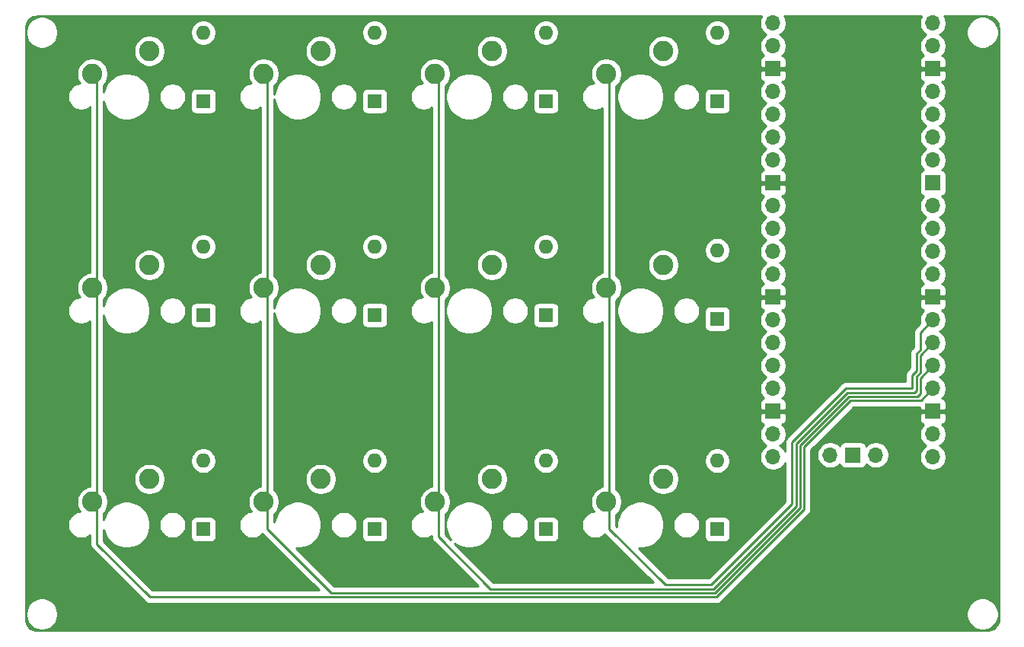
<source format=gbl>
G04 #@! TF.GenerationSoftware,KiCad,Pcbnew,(5.1.9)-1*
G04 #@! TF.CreationDate,2021-05-08T10:41:35+01:00*
G04 #@! TF.ProjectId,EnvMCRO,456e764d-4352-44f2-9e6b-696361645f70,rev?*
G04 #@! TF.SameCoordinates,Original*
G04 #@! TF.FileFunction,Copper,L2,Bot*
G04 #@! TF.FilePolarity,Positive*
%FSLAX46Y46*%
G04 Gerber Fmt 4.6, Leading zero omitted, Abs format (unit mm)*
G04 Created by KiCad (PCBNEW (5.1.9)-1) date 2021-05-08 10:41:35*
%MOMM*%
%LPD*%
G01*
G04 APERTURE LIST*
G04 #@! TA.AperFunction,ComponentPad*
%ADD10O,1.700000X1.700000*%
G04 #@! TD*
G04 #@! TA.AperFunction,ComponentPad*
%ADD11R,1.700000X1.700000*%
G04 #@! TD*
G04 #@! TA.AperFunction,ComponentPad*
%ADD12C,2.250000*%
G04 #@! TD*
G04 #@! TA.AperFunction,ComponentPad*
%ADD13O,1.600000X1.600000*%
G04 #@! TD*
G04 #@! TA.AperFunction,ComponentPad*
%ADD14R,1.600000X1.600000*%
G04 #@! TD*
G04 #@! TA.AperFunction,Conductor*
%ADD15C,0.250000*%
G04 #@! TD*
G04 #@! TA.AperFunction,Conductor*
%ADD16C,0.254000*%
G04 #@! TD*
G04 #@! TA.AperFunction,Conductor*
%ADD17C,0.100000*%
G04 #@! TD*
G04 APERTURE END LIST*
D10*
X147210000Y-40270000D03*
X147210000Y-42810000D03*
D11*
X147210000Y-45350000D03*
D10*
X147210000Y-47890000D03*
X147210000Y-50430000D03*
X147210000Y-52970000D03*
X147210000Y-55510000D03*
D11*
X147210000Y-58050000D03*
D10*
X147210000Y-60590000D03*
X147210000Y-63130000D03*
X147210000Y-65670000D03*
X147210000Y-68210000D03*
D11*
X147210000Y-70750000D03*
D10*
X147210000Y-73290000D03*
X147210000Y-75830000D03*
X147210000Y-78370000D03*
X147210000Y-80910000D03*
D11*
X147210000Y-83450000D03*
D10*
X147210000Y-85990000D03*
X147210000Y-88530000D03*
X164990000Y-88530000D03*
X164990000Y-85990000D03*
D11*
X164990000Y-83450000D03*
D10*
X164990000Y-80910000D03*
X164990000Y-78370000D03*
X164990000Y-75830000D03*
X164990000Y-73290000D03*
D11*
X164990000Y-70750000D03*
D10*
X164990000Y-68210000D03*
X164990000Y-65670000D03*
X164990000Y-63130000D03*
X164990000Y-60590000D03*
D11*
X164990000Y-58050000D03*
D10*
X164990000Y-55510000D03*
X164990000Y-52970000D03*
X164990000Y-50430000D03*
X164990000Y-47890000D03*
D11*
X164990000Y-45350000D03*
D10*
X164990000Y-42810000D03*
X164990000Y-40270000D03*
X153560000Y-88300000D03*
D11*
X156100000Y-88300000D03*
D10*
X158640000Y-88300000D03*
D12*
X115975000Y-43355000D03*
X109625000Y-45895000D03*
X77875000Y-43355000D03*
X71525000Y-45895000D03*
D13*
X141010000Y-88940000D03*
D14*
X141010000Y-96560000D03*
D13*
X121960000Y-88940000D03*
D14*
X121960000Y-96560000D03*
D13*
X102910000Y-88940000D03*
D14*
X102910000Y-96560000D03*
D13*
X83860000Y-88940000D03*
D14*
X83860000Y-96560000D03*
D13*
X141010000Y-65527500D03*
D14*
X141010000Y-73147500D03*
D13*
X121960000Y-65127500D03*
D14*
X121960000Y-72747500D03*
D13*
X102910000Y-65127500D03*
D14*
X102910000Y-72747500D03*
D13*
X83860000Y-65127500D03*
D14*
X83860000Y-72747500D03*
D13*
X141010000Y-41315000D03*
D14*
X141010000Y-48935000D03*
D13*
X121960000Y-41315000D03*
D14*
X121960000Y-48935000D03*
D13*
X102910000Y-41315000D03*
D14*
X102910000Y-48935000D03*
D13*
X83860000Y-41315000D03*
D14*
X83860000Y-48935000D03*
D12*
X135025000Y-90980000D03*
X128675000Y-93520000D03*
X115975000Y-90980000D03*
X109625000Y-93520000D03*
X96925000Y-90980000D03*
X90575000Y-93520000D03*
X77875000Y-90980000D03*
X71525000Y-93520000D03*
X135025000Y-67167500D03*
X128675000Y-69707500D03*
X115975000Y-67167500D03*
X109625000Y-69707500D03*
X96925000Y-67167500D03*
X90575000Y-69707500D03*
X77875000Y-67167500D03*
X71525000Y-69707500D03*
X135025000Y-43355000D03*
X128675000Y-45895000D03*
X96925000Y-43355000D03*
X90575000Y-45895000D03*
D15*
X163660000Y-82240000D02*
X164990000Y-80910000D01*
X155860000Y-82240000D02*
X163660000Y-82240000D01*
X150670030Y-87429970D02*
X155860000Y-82240000D01*
X150670030Y-94339200D02*
X150670030Y-87429970D01*
X140909230Y-104100000D02*
X150670030Y-94339200D01*
X77900000Y-104100000D02*
X140909230Y-104100000D01*
X72000000Y-98200000D02*
X77900000Y-104100000D01*
X72000000Y-93995000D02*
X72000000Y-98200000D01*
X71525000Y-93520000D02*
X72000000Y-93995000D01*
X72000000Y-46375000D02*
X71525000Y-45900000D01*
X71525000Y-93520000D02*
X72000000Y-93045000D01*
X71792500Y-69707500D02*
X72000000Y-69500000D01*
X72000000Y-69500000D02*
X72000000Y-46375000D01*
X71525000Y-69707500D02*
X71792500Y-69707500D01*
X72000000Y-93045000D02*
X72000000Y-69500000D01*
X163610000Y-81450000D02*
X163610000Y-79750000D01*
X163270010Y-81789990D02*
X163610000Y-81450000D01*
X155603590Y-81860000D02*
X155673600Y-81789990D01*
X150220020Y-87239980D02*
X155600000Y-81860000D01*
X150220020Y-94152800D02*
X150220020Y-87239980D01*
X140722831Y-103649989D02*
X150220020Y-94152800D01*
X98096502Y-103649989D02*
X140722831Y-103649989D01*
X155673600Y-81789990D02*
X163270010Y-81789990D01*
X91000000Y-96553487D02*
X98096502Y-103649989D01*
X91000000Y-93945000D02*
X91000000Y-96553487D01*
X163610000Y-79750000D02*
X164990000Y-78370000D01*
X155600000Y-81860000D02*
X155603590Y-81860000D01*
X90575000Y-93520000D02*
X91000000Y-93945000D01*
X91000000Y-93075000D02*
X90575000Y-93500000D01*
X90575000Y-45895000D02*
X91000000Y-46320000D01*
X90792500Y-69707500D02*
X91000000Y-69500000D01*
X90575000Y-69707500D02*
X90792500Y-69707500D01*
X91000000Y-69500000D02*
X91000000Y-93075000D01*
X91000000Y-46320000D02*
X91000000Y-69500000D01*
X164990000Y-75390000D02*
X164990000Y-75830000D01*
X163610000Y-77210000D02*
X164990000Y-75830000D01*
X109625000Y-93520000D02*
X110000000Y-93895000D01*
X163159991Y-81120009D02*
X163159991Y-79563599D01*
X110000000Y-93895000D02*
X110000000Y-97400000D01*
X110000000Y-97400000D02*
X115799980Y-103199980D01*
X140536430Y-103199980D02*
X149770010Y-93966400D01*
X115799980Y-103199980D02*
X140536430Y-103199980D01*
X163610000Y-79113590D02*
X163610000Y-77210000D01*
X149770010Y-93966400D02*
X149770010Y-87049990D01*
X155360000Y-81460000D02*
X155367180Y-81460000D01*
X149770010Y-87049990D02*
X155360000Y-81460000D01*
X163159991Y-79563599D02*
X163610000Y-79113590D01*
X155367180Y-81460000D02*
X155487200Y-81339980D01*
X155487200Y-81339980D02*
X162940020Y-81339980D01*
X162940020Y-81339980D02*
X163159991Y-81120009D01*
X110000000Y-46275000D02*
X109625000Y-45900000D01*
X109625000Y-93520000D02*
X110000000Y-93145000D01*
X109792500Y-69707500D02*
X110000000Y-69500000D01*
X109625000Y-69707500D02*
X109792500Y-69707500D01*
X110000000Y-69500000D02*
X110000000Y-46275000D01*
X110000000Y-93145000D02*
X110000000Y-69500000D01*
X163610000Y-74670000D02*
X164990000Y-73290000D01*
X163610000Y-76573590D02*
X163610000Y-74670000D01*
X163159991Y-77023599D02*
X163610000Y-76573590D01*
X163159990Y-78927190D02*
X163159991Y-77023599D01*
X128675000Y-93520000D02*
X129000000Y-93845000D01*
X149320000Y-86860000D02*
X155000000Y-81180000D01*
X129000000Y-93845000D02*
X129000000Y-96500000D01*
X155000000Y-81180000D02*
X155003590Y-81180000D01*
X129000000Y-96500000D02*
X135249970Y-102749970D01*
X162660030Y-80889970D02*
X162680000Y-80870000D01*
X135249970Y-102749970D02*
X140350030Y-102749970D01*
X140350030Y-102749970D02*
X149320000Y-93780000D01*
X149320000Y-93780000D02*
X149320000Y-86860000D01*
X155293620Y-80889970D02*
X162660030Y-80889970D01*
X162680000Y-80870000D02*
X162680000Y-79407180D01*
X155003590Y-81180000D02*
X155293620Y-80889970D01*
X162680000Y-79407180D02*
X163159990Y-78927190D01*
X129000000Y-93275000D02*
X128675000Y-93600000D01*
X128675000Y-45895000D02*
X129000000Y-46220000D01*
X128868500Y-69707500D02*
X129000000Y-69576000D01*
X128675000Y-69707500D02*
X128868500Y-69707500D01*
X129000000Y-69576000D02*
X129000000Y-93275000D01*
X129000000Y-46220000D02*
X129000000Y-69576000D01*
D16*
X145894010Y-39566589D02*
X145782068Y-39836842D01*
X145725000Y-40123740D01*
X145725000Y-40416260D01*
X145782068Y-40703158D01*
X145894010Y-40973411D01*
X146056525Y-41216632D01*
X146263368Y-41423475D01*
X146437760Y-41540000D01*
X146263368Y-41656525D01*
X146056525Y-41863368D01*
X145894010Y-42106589D01*
X145782068Y-42376842D01*
X145725000Y-42663740D01*
X145725000Y-42956260D01*
X145782068Y-43243158D01*
X145894010Y-43513411D01*
X146056525Y-43756632D01*
X146188380Y-43888487D01*
X146115820Y-43910498D01*
X146005506Y-43969463D01*
X145908815Y-44048815D01*
X145829463Y-44145506D01*
X145770498Y-44255820D01*
X145734188Y-44375518D01*
X145721928Y-44500000D01*
X145725000Y-45064250D01*
X145883750Y-45223000D01*
X147083000Y-45223000D01*
X147083000Y-45203000D01*
X147337000Y-45203000D01*
X147337000Y-45223000D01*
X148536250Y-45223000D01*
X148695000Y-45064250D01*
X148698072Y-44500000D01*
X148685812Y-44375518D01*
X148649502Y-44255820D01*
X148590537Y-44145506D01*
X148511185Y-44048815D01*
X148414494Y-43969463D01*
X148304180Y-43910498D01*
X148231620Y-43888487D01*
X148363475Y-43756632D01*
X148525990Y-43513411D01*
X148637932Y-43243158D01*
X148695000Y-42956260D01*
X148695000Y-42663740D01*
X148637932Y-42376842D01*
X148525990Y-42106589D01*
X148363475Y-41863368D01*
X148156632Y-41656525D01*
X147982240Y-41540000D01*
X148156632Y-41423475D01*
X148363475Y-41216632D01*
X148525990Y-40973411D01*
X148637932Y-40703158D01*
X148695000Y-40416260D01*
X148695000Y-40123740D01*
X148637932Y-39836842D01*
X148525990Y-39566589D01*
X148471474Y-39485000D01*
X163728526Y-39485000D01*
X163674010Y-39566589D01*
X163562068Y-39836842D01*
X163505000Y-40123740D01*
X163505000Y-40416260D01*
X163562068Y-40703158D01*
X163674010Y-40973411D01*
X163836525Y-41216632D01*
X164043368Y-41423475D01*
X164217760Y-41540000D01*
X164043368Y-41656525D01*
X163836525Y-41863368D01*
X163674010Y-42106589D01*
X163562068Y-42376842D01*
X163505000Y-42663740D01*
X163505000Y-42956260D01*
X163562068Y-43243158D01*
X163674010Y-43513411D01*
X163836525Y-43756632D01*
X163968380Y-43888487D01*
X163895820Y-43910498D01*
X163785506Y-43969463D01*
X163688815Y-44048815D01*
X163609463Y-44145506D01*
X163550498Y-44255820D01*
X163514188Y-44375518D01*
X163501928Y-44500000D01*
X163505000Y-45064250D01*
X163663750Y-45223000D01*
X164863000Y-45223000D01*
X164863000Y-45203000D01*
X165117000Y-45203000D01*
X165117000Y-45223000D01*
X166316250Y-45223000D01*
X166475000Y-45064250D01*
X166478072Y-44500000D01*
X166465812Y-44375518D01*
X166429502Y-44255820D01*
X166370537Y-44145506D01*
X166291185Y-44048815D01*
X166194494Y-43969463D01*
X166084180Y-43910498D01*
X166011620Y-43888487D01*
X166143475Y-43756632D01*
X166305990Y-43513411D01*
X166417932Y-43243158D01*
X166475000Y-42956260D01*
X166475000Y-42663740D01*
X166417932Y-42376842D01*
X166305990Y-42106589D01*
X166143475Y-41863368D01*
X165936632Y-41656525D01*
X165762240Y-41540000D01*
X165936632Y-41423475D01*
X166143475Y-41216632D01*
X166206012Y-41123038D01*
X168697121Y-41123038D01*
X168697121Y-41477762D01*
X168766324Y-41825669D01*
X168902071Y-42153391D01*
X169099145Y-42448332D01*
X169349972Y-42699159D01*
X169644913Y-42896233D01*
X169972635Y-43031980D01*
X170320542Y-43101183D01*
X170675266Y-43101183D01*
X171023173Y-43031980D01*
X171350895Y-42896233D01*
X171645836Y-42699159D01*
X171896663Y-42448332D01*
X172093737Y-42153391D01*
X172229484Y-41825669D01*
X172298687Y-41477762D01*
X172298687Y-41123038D01*
X172229484Y-40775131D01*
X172093737Y-40447409D01*
X171896663Y-40152468D01*
X171645836Y-39901641D01*
X171350895Y-39704567D01*
X171023173Y-39568820D01*
X170675266Y-39499617D01*
X170320542Y-39499617D01*
X169972635Y-39568820D01*
X169644913Y-39704567D01*
X169349972Y-39901641D01*
X169099145Y-40152468D01*
X168902071Y-40447409D01*
X168766324Y-40775131D01*
X168697121Y-41123038D01*
X166206012Y-41123038D01*
X166305990Y-40973411D01*
X166417932Y-40703158D01*
X166475000Y-40416260D01*
X166475000Y-40123740D01*
X166417932Y-39836842D01*
X166305990Y-39566589D01*
X166251474Y-39485000D01*
X170966495Y-39485000D01*
X171254782Y-39513267D01*
X171499855Y-39587259D01*
X171725890Y-39707443D01*
X171924281Y-39869248D01*
X172087460Y-40066497D01*
X172209220Y-40291687D01*
X172284924Y-40536247D01*
X172315001Y-40822408D01*
X172315000Y-106466495D01*
X172286733Y-106754782D01*
X172212741Y-106999855D01*
X172092554Y-107225893D01*
X171930754Y-107424279D01*
X171733503Y-107587460D01*
X171508310Y-107709221D01*
X171263753Y-107784924D01*
X170977602Y-107815000D01*
X65433505Y-107815000D01*
X65145218Y-107786733D01*
X64900145Y-107712741D01*
X64674107Y-107592554D01*
X64475721Y-107430754D01*
X64312540Y-107233503D01*
X64190779Y-107008310D01*
X64115076Y-106763753D01*
X64085000Y-106477602D01*
X64085000Y-105816838D01*
X64099921Y-105816838D01*
X64099921Y-106171562D01*
X64169124Y-106519469D01*
X64304871Y-106847191D01*
X64501945Y-107142132D01*
X64752772Y-107392959D01*
X65047713Y-107590033D01*
X65375435Y-107725780D01*
X65723342Y-107794983D01*
X66078066Y-107794983D01*
X66425973Y-107725780D01*
X66753695Y-107590033D01*
X67048636Y-107392959D01*
X67299463Y-107142132D01*
X67496537Y-106847191D01*
X67632284Y-106519469D01*
X67701487Y-106171562D01*
X67701487Y-105816838D01*
X168697121Y-105816838D01*
X168697121Y-106171562D01*
X168766324Y-106519469D01*
X168902071Y-106847191D01*
X169099145Y-107142132D01*
X169349972Y-107392959D01*
X169644913Y-107590033D01*
X169972635Y-107725780D01*
X170320542Y-107794983D01*
X170675266Y-107794983D01*
X171023173Y-107725780D01*
X171350895Y-107590033D01*
X171645836Y-107392959D01*
X171896663Y-107142132D01*
X172093737Y-106847191D01*
X172229484Y-106519469D01*
X172298687Y-106171562D01*
X172298687Y-105816838D01*
X172229484Y-105468931D01*
X172093737Y-105141209D01*
X171896663Y-104846268D01*
X171645836Y-104595441D01*
X171350895Y-104398367D01*
X171023173Y-104262620D01*
X170675266Y-104193417D01*
X170320542Y-104193417D01*
X169972635Y-104262620D01*
X169644913Y-104398367D01*
X169349972Y-104595441D01*
X169099145Y-104846268D01*
X168902071Y-105141209D01*
X168766324Y-105468931D01*
X168697121Y-105816838D01*
X67701487Y-105816838D01*
X67632284Y-105468931D01*
X67496537Y-105141209D01*
X67299463Y-104846268D01*
X67048636Y-104595441D01*
X66753695Y-104398367D01*
X66425973Y-104262620D01*
X66078066Y-104193417D01*
X65723342Y-104193417D01*
X65375435Y-104262620D01*
X65047713Y-104398367D01*
X64752772Y-104595441D01*
X64501945Y-104846268D01*
X64304871Y-105141209D01*
X64169124Y-105468931D01*
X64099921Y-105816838D01*
X64085000Y-105816838D01*
X64085000Y-48286278D01*
X68745000Y-48286278D01*
X68745000Y-48583722D01*
X68803029Y-48875451D01*
X68916856Y-49150253D01*
X69082107Y-49397569D01*
X69292431Y-49607893D01*
X69539747Y-49773144D01*
X69814549Y-49886971D01*
X70106278Y-49945000D01*
X70403722Y-49945000D01*
X70695451Y-49886971D01*
X70970253Y-49773144D01*
X71217569Y-49607893D01*
X71240001Y-49585461D01*
X71240000Y-67969710D01*
X71011627Y-68015136D01*
X70691327Y-68147808D01*
X70403065Y-68340419D01*
X70157919Y-68585565D01*
X69965308Y-68873827D01*
X69832636Y-69194127D01*
X69765000Y-69534155D01*
X69765000Y-69880845D01*
X69832636Y-70220873D01*
X69965308Y-70541173D01*
X70097638Y-70739219D01*
X69814549Y-70795529D01*
X69539747Y-70909356D01*
X69292431Y-71074607D01*
X69082107Y-71284931D01*
X68916856Y-71532247D01*
X68803029Y-71807049D01*
X68745000Y-72098778D01*
X68745000Y-72396222D01*
X68803029Y-72687951D01*
X68916856Y-72962753D01*
X69082107Y-73210069D01*
X69292431Y-73420393D01*
X69539747Y-73585644D01*
X69814549Y-73699471D01*
X70106278Y-73757500D01*
X70403722Y-73757500D01*
X70695451Y-73699471D01*
X70970253Y-73585644D01*
X71217569Y-73420393D01*
X71240001Y-73397961D01*
X71240000Y-91782210D01*
X71011627Y-91827636D01*
X70691327Y-91960308D01*
X70403065Y-92152919D01*
X70157919Y-92398065D01*
X69965308Y-92686327D01*
X69832636Y-93006627D01*
X69765000Y-93346655D01*
X69765000Y-93693345D01*
X69832636Y-94033373D01*
X69965308Y-94353673D01*
X70097638Y-94551719D01*
X69814549Y-94608029D01*
X69539747Y-94721856D01*
X69292431Y-94887107D01*
X69082107Y-95097431D01*
X68916856Y-95344747D01*
X68803029Y-95619549D01*
X68745000Y-95911278D01*
X68745000Y-96208722D01*
X68803029Y-96500451D01*
X68916856Y-96775253D01*
X69082107Y-97022569D01*
X69292431Y-97232893D01*
X69539747Y-97398144D01*
X69814549Y-97511971D01*
X70106278Y-97570000D01*
X70403722Y-97570000D01*
X70695451Y-97511971D01*
X70970253Y-97398144D01*
X71217569Y-97232893D01*
X71240001Y-97210461D01*
X71240001Y-98162668D01*
X71236324Y-98200000D01*
X71250998Y-98348985D01*
X71294454Y-98492246D01*
X71365026Y-98624276D01*
X71436201Y-98711002D01*
X71460000Y-98740001D01*
X71488998Y-98763799D01*
X77336201Y-104611003D01*
X77359999Y-104640001D01*
X77388997Y-104663799D01*
X77475723Y-104734974D01*
X77607753Y-104805546D01*
X77751014Y-104849003D01*
X77862667Y-104860000D01*
X77862677Y-104860000D01*
X77899999Y-104863676D01*
X77937322Y-104860000D01*
X140871908Y-104860000D01*
X140909230Y-104863676D01*
X140946552Y-104860000D01*
X140946563Y-104860000D01*
X141058216Y-104849003D01*
X141201477Y-104805546D01*
X141333506Y-104734974D01*
X141449231Y-104640001D01*
X141473034Y-104610997D01*
X151181034Y-94902998D01*
X151210031Y-94879201D01*
X151305004Y-94763476D01*
X151375576Y-94631447D01*
X151419033Y-94488186D01*
X151430030Y-94376533D01*
X151430030Y-94376525D01*
X151433706Y-94339200D01*
X151430030Y-94301875D01*
X151430030Y-88153740D01*
X152075000Y-88153740D01*
X152075000Y-88446260D01*
X152132068Y-88733158D01*
X152244010Y-89003411D01*
X152406525Y-89246632D01*
X152613368Y-89453475D01*
X152856589Y-89615990D01*
X153126842Y-89727932D01*
X153413740Y-89785000D01*
X153706260Y-89785000D01*
X153993158Y-89727932D01*
X154263411Y-89615990D01*
X154506632Y-89453475D01*
X154638487Y-89321620D01*
X154660498Y-89394180D01*
X154719463Y-89504494D01*
X154798815Y-89601185D01*
X154895506Y-89680537D01*
X155005820Y-89739502D01*
X155125518Y-89775812D01*
X155250000Y-89788072D01*
X156950000Y-89788072D01*
X157074482Y-89775812D01*
X157194180Y-89739502D01*
X157304494Y-89680537D01*
X157401185Y-89601185D01*
X157480537Y-89504494D01*
X157539502Y-89394180D01*
X157561513Y-89321620D01*
X157693368Y-89453475D01*
X157936589Y-89615990D01*
X158206842Y-89727932D01*
X158493740Y-89785000D01*
X158786260Y-89785000D01*
X159073158Y-89727932D01*
X159343411Y-89615990D01*
X159586632Y-89453475D01*
X159793475Y-89246632D01*
X159955990Y-89003411D01*
X160067932Y-88733158D01*
X160125000Y-88446260D01*
X160125000Y-88153740D01*
X160067932Y-87866842D01*
X159955990Y-87596589D01*
X159793475Y-87353368D01*
X159586632Y-87146525D01*
X159343411Y-86984010D01*
X159073158Y-86872068D01*
X158786260Y-86815000D01*
X158493740Y-86815000D01*
X158206842Y-86872068D01*
X157936589Y-86984010D01*
X157693368Y-87146525D01*
X157561513Y-87278380D01*
X157539502Y-87205820D01*
X157480537Y-87095506D01*
X157401185Y-86998815D01*
X157304494Y-86919463D01*
X157194180Y-86860498D01*
X157074482Y-86824188D01*
X156950000Y-86811928D01*
X155250000Y-86811928D01*
X155125518Y-86824188D01*
X155005820Y-86860498D01*
X154895506Y-86919463D01*
X154798815Y-86998815D01*
X154719463Y-87095506D01*
X154660498Y-87205820D01*
X154638487Y-87278380D01*
X154506632Y-87146525D01*
X154263411Y-86984010D01*
X153993158Y-86872068D01*
X153706260Y-86815000D01*
X153413740Y-86815000D01*
X153126842Y-86872068D01*
X152856589Y-86984010D01*
X152613368Y-87146525D01*
X152406525Y-87353368D01*
X152244010Y-87596589D01*
X152132068Y-87866842D01*
X152075000Y-88153740D01*
X151430030Y-88153740D01*
X151430030Y-87744771D01*
X154874801Y-84300000D01*
X163501928Y-84300000D01*
X163514188Y-84424482D01*
X163550498Y-84544180D01*
X163609463Y-84654494D01*
X163688815Y-84751185D01*
X163785506Y-84830537D01*
X163895820Y-84889502D01*
X163968380Y-84911513D01*
X163836525Y-85043368D01*
X163674010Y-85286589D01*
X163562068Y-85556842D01*
X163505000Y-85843740D01*
X163505000Y-86136260D01*
X163562068Y-86423158D01*
X163674010Y-86693411D01*
X163836525Y-86936632D01*
X164043368Y-87143475D01*
X164217760Y-87260000D01*
X164043368Y-87376525D01*
X163836525Y-87583368D01*
X163674010Y-87826589D01*
X163562068Y-88096842D01*
X163505000Y-88383740D01*
X163505000Y-88676260D01*
X163562068Y-88963158D01*
X163674010Y-89233411D01*
X163836525Y-89476632D01*
X164043368Y-89683475D01*
X164286589Y-89845990D01*
X164556842Y-89957932D01*
X164843740Y-90015000D01*
X165136260Y-90015000D01*
X165423158Y-89957932D01*
X165693411Y-89845990D01*
X165936632Y-89683475D01*
X166143475Y-89476632D01*
X166305990Y-89233411D01*
X166417932Y-88963158D01*
X166475000Y-88676260D01*
X166475000Y-88383740D01*
X166417932Y-88096842D01*
X166305990Y-87826589D01*
X166143475Y-87583368D01*
X165936632Y-87376525D01*
X165762240Y-87260000D01*
X165936632Y-87143475D01*
X166143475Y-86936632D01*
X166305990Y-86693411D01*
X166417932Y-86423158D01*
X166475000Y-86136260D01*
X166475000Y-85843740D01*
X166417932Y-85556842D01*
X166305990Y-85286589D01*
X166143475Y-85043368D01*
X166011620Y-84911513D01*
X166084180Y-84889502D01*
X166194494Y-84830537D01*
X166291185Y-84751185D01*
X166370537Y-84654494D01*
X166429502Y-84544180D01*
X166465812Y-84424482D01*
X166478072Y-84300000D01*
X166475000Y-83735750D01*
X166316250Y-83577000D01*
X165117000Y-83577000D01*
X165117000Y-83597000D01*
X164863000Y-83597000D01*
X164863000Y-83577000D01*
X163663750Y-83577000D01*
X163505000Y-83735750D01*
X163501928Y-84300000D01*
X154874801Y-84300000D01*
X156174802Y-83000000D01*
X163504106Y-83000000D01*
X163505000Y-83164250D01*
X163663750Y-83323000D01*
X164863000Y-83323000D01*
X164863000Y-83303000D01*
X165117000Y-83303000D01*
X165117000Y-83323000D01*
X166316250Y-83323000D01*
X166475000Y-83164250D01*
X166478072Y-82600000D01*
X166465812Y-82475518D01*
X166429502Y-82355820D01*
X166370537Y-82245506D01*
X166291185Y-82148815D01*
X166194494Y-82069463D01*
X166084180Y-82010498D01*
X166011620Y-81988487D01*
X166143475Y-81856632D01*
X166305990Y-81613411D01*
X166417932Y-81343158D01*
X166475000Y-81056260D01*
X166475000Y-80763740D01*
X166417932Y-80476842D01*
X166305990Y-80206589D01*
X166143475Y-79963368D01*
X165936632Y-79756525D01*
X165762240Y-79640000D01*
X165936632Y-79523475D01*
X166143475Y-79316632D01*
X166305990Y-79073411D01*
X166417932Y-78803158D01*
X166475000Y-78516260D01*
X166475000Y-78223740D01*
X166417932Y-77936842D01*
X166305990Y-77666589D01*
X166143475Y-77423368D01*
X165936632Y-77216525D01*
X165762240Y-77100000D01*
X165936632Y-76983475D01*
X166143475Y-76776632D01*
X166305990Y-76533411D01*
X166417932Y-76263158D01*
X166475000Y-75976260D01*
X166475000Y-75683740D01*
X166417932Y-75396842D01*
X166305990Y-75126589D01*
X166143475Y-74883368D01*
X165936632Y-74676525D01*
X165762240Y-74560000D01*
X165936632Y-74443475D01*
X166143475Y-74236632D01*
X166305990Y-73993411D01*
X166417932Y-73723158D01*
X166475000Y-73436260D01*
X166475000Y-73143740D01*
X166417932Y-72856842D01*
X166305990Y-72586589D01*
X166143475Y-72343368D01*
X166011620Y-72211513D01*
X166084180Y-72189502D01*
X166194494Y-72130537D01*
X166291185Y-72051185D01*
X166370537Y-71954494D01*
X166429502Y-71844180D01*
X166465812Y-71724482D01*
X166478072Y-71600000D01*
X166475000Y-71035750D01*
X166316250Y-70877000D01*
X165117000Y-70877000D01*
X165117000Y-70897000D01*
X164863000Y-70897000D01*
X164863000Y-70877000D01*
X163663750Y-70877000D01*
X163505000Y-71035750D01*
X163501928Y-71600000D01*
X163514188Y-71724482D01*
X163550498Y-71844180D01*
X163609463Y-71954494D01*
X163688815Y-72051185D01*
X163785506Y-72130537D01*
X163895820Y-72189502D01*
X163968380Y-72211513D01*
X163836525Y-72343368D01*
X163674010Y-72586589D01*
X163562068Y-72856842D01*
X163505000Y-73143740D01*
X163505000Y-73436260D01*
X163548791Y-73656408D01*
X163098998Y-74106201D01*
X163070000Y-74129999D01*
X163046202Y-74158997D01*
X163046201Y-74158998D01*
X162975026Y-74245724D01*
X162904454Y-74377754D01*
X162898105Y-74398685D01*
X162860998Y-74521014D01*
X162850626Y-74626323D01*
X162846324Y-74670000D01*
X162850001Y-74707332D01*
X162850000Y-76258789D01*
X162648989Y-76459800D01*
X162619991Y-76483598D01*
X162596193Y-76512596D01*
X162596192Y-76512597D01*
X162525017Y-76599323D01*
X162454445Y-76731353D01*
X162424171Y-76831157D01*
X162413652Y-76865836D01*
X162410989Y-76874614D01*
X162396315Y-77023599D01*
X162399992Y-77060931D01*
X162399990Y-78612389D01*
X162168998Y-78843381D01*
X162140000Y-78867179D01*
X162116202Y-78896177D01*
X162116201Y-78896178D01*
X162045026Y-78982904D01*
X161974454Y-79114934D01*
X161945618Y-79209999D01*
X161930998Y-79258194D01*
X161921811Y-79351466D01*
X161916324Y-79407180D01*
X161920001Y-79444512D01*
X161920001Y-80129970D01*
X155330942Y-80129970D01*
X155293619Y-80126294D01*
X155256296Y-80129970D01*
X155256287Y-80129970D01*
X155144634Y-80140967D01*
X155001373Y-80184424D01*
X154869344Y-80254996D01*
X154753619Y-80349969D01*
X154729816Y-80378973D01*
X154509023Y-80599766D01*
X154459999Y-80639999D01*
X154436201Y-80668997D01*
X148808998Y-86296201D01*
X148780000Y-86319999D01*
X148756202Y-86348997D01*
X148756201Y-86348998D01*
X148685026Y-86435724D01*
X148614454Y-86567754D01*
X148596873Y-86625714D01*
X148570998Y-86711014D01*
X148562726Y-86794996D01*
X148556324Y-86860000D01*
X148560001Y-86897332D01*
X148560001Y-87908699D01*
X148525990Y-87826589D01*
X148363475Y-87583368D01*
X148156632Y-87376525D01*
X147982240Y-87260000D01*
X148156632Y-87143475D01*
X148363475Y-86936632D01*
X148525990Y-86693411D01*
X148637932Y-86423158D01*
X148695000Y-86136260D01*
X148695000Y-85843740D01*
X148637932Y-85556842D01*
X148525990Y-85286589D01*
X148363475Y-85043368D01*
X148231620Y-84911513D01*
X148304180Y-84889502D01*
X148414494Y-84830537D01*
X148511185Y-84751185D01*
X148590537Y-84654494D01*
X148649502Y-84544180D01*
X148685812Y-84424482D01*
X148698072Y-84300000D01*
X148695000Y-83735750D01*
X148536250Y-83577000D01*
X147337000Y-83577000D01*
X147337000Y-83597000D01*
X147083000Y-83597000D01*
X147083000Y-83577000D01*
X145883750Y-83577000D01*
X145725000Y-83735750D01*
X145721928Y-84300000D01*
X145734188Y-84424482D01*
X145770498Y-84544180D01*
X145829463Y-84654494D01*
X145908815Y-84751185D01*
X146005506Y-84830537D01*
X146115820Y-84889502D01*
X146188380Y-84911513D01*
X146056525Y-85043368D01*
X145894010Y-85286589D01*
X145782068Y-85556842D01*
X145725000Y-85843740D01*
X145725000Y-86136260D01*
X145782068Y-86423158D01*
X145894010Y-86693411D01*
X146056525Y-86936632D01*
X146263368Y-87143475D01*
X146437760Y-87260000D01*
X146263368Y-87376525D01*
X146056525Y-87583368D01*
X145894010Y-87826589D01*
X145782068Y-88096842D01*
X145725000Y-88383740D01*
X145725000Y-88676260D01*
X145782068Y-88963158D01*
X145894010Y-89233411D01*
X146056525Y-89476632D01*
X146263368Y-89683475D01*
X146506589Y-89845990D01*
X146776842Y-89957932D01*
X147063740Y-90015000D01*
X147356260Y-90015000D01*
X147643158Y-89957932D01*
X147913411Y-89845990D01*
X148156632Y-89683475D01*
X148363475Y-89476632D01*
X148525990Y-89233411D01*
X148560001Y-89151302D01*
X148560000Y-93465198D01*
X140035229Y-101989970D01*
X135564772Y-101989970D01*
X132263701Y-98688900D01*
X132743924Y-98688900D01*
X133251822Y-98587873D01*
X133730251Y-98389701D01*
X134160826Y-98102000D01*
X134527000Y-97735826D01*
X134814701Y-97305251D01*
X135012873Y-96826822D01*
X135113900Y-96318924D01*
X135113900Y-95911278D01*
X136055000Y-95911278D01*
X136055000Y-96208722D01*
X136113029Y-96500451D01*
X136226856Y-96775253D01*
X136392107Y-97022569D01*
X136602431Y-97232893D01*
X136849747Y-97398144D01*
X137124549Y-97511971D01*
X137416278Y-97570000D01*
X137713722Y-97570000D01*
X138005451Y-97511971D01*
X138280253Y-97398144D01*
X138527569Y-97232893D01*
X138737893Y-97022569D01*
X138903144Y-96775253D01*
X139016971Y-96500451D01*
X139075000Y-96208722D01*
X139075000Y-95911278D01*
X139044909Y-95760000D01*
X139571928Y-95760000D01*
X139571928Y-97360000D01*
X139584188Y-97484482D01*
X139620498Y-97604180D01*
X139679463Y-97714494D01*
X139758815Y-97811185D01*
X139855506Y-97890537D01*
X139965820Y-97949502D01*
X140085518Y-97985812D01*
X140210000Y-97998072D01*
X141810000Y-97998072D01*
X141934482Y-97985812D01*
X142054180Y-97949502D01*
X142164494Y-97890537D01*
X142261185Y-97811185D01*
X142340537Y-97714494D01*
X142399502Y-97604180D01*
X142435812Y-97484482D01*
X142448072Y-97360000D01*
X142448072Y-95760000D01*
X142435812Y-95635518D01*
X142399502Y-95515820D01*
X142340537Y-95405506D01*
X142261185Y-95308815D01*
X142164494Y-95229463D01*
X142054180Y-95170498D01*
X141934482Y-95134188D01*
X141810000Y-95121928D01*
X140210000Y-95121928D01*
X140085518Y-95134188D01*
X139965820Y-95170498D01*
X139855506Y-95229463D01*
X139758815Y-95308815D01*
X139679463Y-95405506D01*
X139620498Y-95515820D01*
X139584188Y-95635518D01*
X139571928Y-95760000D01*
X139044909Y-95760000D01*
X139016971Y-95619549D01*
X138903144Y-95344747D01*
X138737893Y-95097431D01*
X138527569Y-94887107D01*
X138280253Y-94721856D01*
X138005451Y-94608029D01*
X137713722Y-94550000D01*
X137416278Y-94550000D01*
X137124549Y-94608029D01*
X136849747Y-94721856D01*
X136602431Y-94887107D01*
X136392107Y-95097431D01*
X136226856Y-95344747D01*
X136113029Y-95619549D01*
X136055000Y-95911278D01*
X135113900Y-95911278D01*
X135113900Y-95801076D01*
X135012873Y-95293178D01*
X134814701Y-94814749D01*
X134527000Y-94384174D01*
X134160826Y-94018000D01*
X133730251Y-93730299D01*
X133251822Y-93532127D01*
X132743924Y-93431100D01*
X132226076Y-93431100D01*
X131718178Y-93532127D01*
X131239749Y-93730299D01*
X130809174Y-94018000D01*
X130443000Y-94384174D01*
X130155299Y-94814749D01*
X129957127Y-95293178D01*
X129856100Y-95801076D01*
X129856100Y-96281299D01*
X129760000Y-96185199D01*
X129760000Y-94911760D01*
X129796935Y-94887081D01*
X130042081Y-94641935D01*
X130234692Y-94353673D01*
X130367364Y-94033373D01*
X130435000Y-93693345D01*
X130435000Y-93346655D01*
X130367364Y-93006627D01*
X130234692Y-92686327D01*
X130042081Y-92398065D01*
X129796935Y-92152919D01*
X129760000Y-92128240D01*
X129760000Y-90806655D01*
X133265000Y-90806655D01*
X133265000Y-91153345D01*
X133332636Y-91493373D01*
X133465308Y-91813673D01*
X133657919Y-92101935D01*
X133903065Y-92347081D01*
X134191327Y-92539692D01*
X134511627Y-92672364D01*
X134851655Y-92740000D01*
X135198345Y-92740000D01*
X135538373Y-92672364D01*
X135858673Y-92539692D01*
X136146935Y-92347081D01*
X136392081Y-92101935D01*
X136584692Y-91813673D01*
X136717364Y-91493373D01*
X136785000Y-91153345D01*
X136785000Y-90806655D01*
X136717364Y-90466627D01*
X136584692Y-90146327D01*
X136392081Y-89858065D01*
X136146935Y-89612919D01*
X135858673Y-89420308D01*
X135538373Y-89287636D01*
X135198345Y-89220000D01*
X134851655Y-89220000D01*
X134511627Y-89287636D01*
X134191327Y-89420308D01*
X133903065Y-89612919D01*
X133657919Y-89858065D01*
X133465308Y-90146327D01*
X133332636Y-90466627D01*
X133265000Y-90806655D01*
X129760000Y-90806655D01*
X129760000Y-88798665D01*
X139575000Y-88798665D01*
X139575000Y-89081335D01*
X139630147Y-89358574D01*
X139738320Y-89619727D01*
X139895363Y-89854759D01*
X140095241Y-90054637D01*
X140330273Y-90211680D01*
X140591426Y-90319853D01*
X140868665Y-90375000D01*
X141151335Y-90375000D01*
X141428574Y-90319853D01*
X141689727Y-90211680D01*
X141924759Y-90054637D01*
X142124637Y-89854759D01*
X142281680Y-89619727D01*
X142389853Y-89358574D01*
X142445000Y-89081335D01*
X142445000Y-88798665D01*
X142389853Y-88521426D01*
X142281680Y-88260273D01*
X142124637Y-88025241D01*
X141924759Y-87825363D01*
X141689727Y-87668320D01*
X141428574Y-87560147D01*
X141151335Y-87505000D01*
X140868665Y-87505000D01*
X140591426Y-87560147D01*
X140330273Y-87668320D01*
X140095241Y-87825363D01*
X139895363Y-88025241D01*
X139738320Y-88260273D01*
X139630147Y-88521426D01*
X139575000Y-88798665D01*
X129760000Y-88798665D01*
X129760000Y-71988576D01*
X129856100Y-71988576D01*
X129856100Y-72506424D01*
X129957127Y-73014322D01*
X130155299Y-73492751D01*
X130443000Y-73923326D01*
X130809174Y-74289500D01*
X131239749Y-74577201D01*
X131718178Y-74775373D01*
X132226076Y-74876400D01*
X132743924Y-74876400D01*
X133251822Y-74775373D01*
X133730251Y-74577201D01*
X134160826Y-74289500D01*
X134527000Y-73923326D01*
X134814701Y-73492751D01*
X135012873Y-73014322D01*
X135113900Y-72506424D01*
X135113900Y-72098778D01*
X136055000Y-72098778D01*
X136055000Y-72396222D01*
X136113029Y-72687951D01*
X136226856Y-72962753D01*
X136392107Y-73210069D01*
X136602431Y-73420393D01*
X136849747Y-73585644D01*
X137124549Y-73699471D01*
X137416278Y-73757500D01*
X137713722Y-73757500D01*
X138005451Y-73699471D01*
X138280253Y-73585644D01*
X138527569Y-73420393D01*
X138737893Y-73210069D01*
X138903144Y-72962753D01*
X139016971Y-72687951D01*
X139075000Y-72396222D01*
X139075000Y-72347500D01*
X139571928Y-72347500D01*
X139571928Y-73947500D01*
X139584188Y-74071982D01*
X139620498Y-74191680D01*
X139679463Y-74301994D01*
X139758815Y-74398685D01*
X139855506Y-74478037D01*
X139965820Y-74537002D01*
X140085518Y-74573312D01*
X140210000Y-74585572D01*
X141810000Y-74585572D01*
X141934482Y-74573312D01*
X142054180Y-74537002D01*
X142164494Y-74478037D01*
X142261185Y-74398685D01*
X142340537Y-74301994D01*
X142399502Y-74191680D01*
X142435812Y-74071982D01*
X142448072Y-73947500D01*
X142448072Y-72347500D01*
X142435812Y-72223018D01*
X142399502Y-72103320D01*
X142340537Y-71993006D01*
X142261185Y-71896315D01*
X142164494Y-71816963D01*
X142054180Y-71757998D01*
X141934482Y-71721688D01*
X141810000Y-71709428D01*
X140210000Y-71709428D01*
X140085518Y-71721688D01*
X139965820Y-71757998D01*
X139855506Y-71816963D01*
X139758815Y-71896315D01*
X139679463Y-71993006D01*
X139620498Y-72103320D01*
X139584188Y-72223018D01*
X139571928Y-72347500D01*
X139075000Y-72347500D01*
X139075000Y-72098778D01*
X139016971Y-71807049D01*
X138931209Y-71600000D01*
X145721928Y-71600000D01*
X145734188Y-71724482D01*
X145770498Y-71844180D01*
X145829463Y-71954494D01*
X145908815Y-72051185D01*
X146005506Y-72130537D01*
X146115820Y-72189502D01*
X146188380Y-72211513D01*
X146056525Y-72343368D01*
X145894010Y-72586589D01*
X145782068Y-72856842D01*
X145725000Y-73143740D01*
X145725000Y-73436260D01*
X145782068Y-73723158D01*
X145894010Y-73993411D01*
X146056525Y-74236632D01*
X146263368Y-74443475D01*
X146437760Y-74560000D01*
X146263368Y-74676525D01*
X146056525Y-74883368D01*
X145894010Y-75126589D01*
X145782068Y-75396842D01*
X145725000Y-75683740D01*
X145725000Y-75976260D01*
X145782068Y-76263158D01*
X145894010Y-76533411D01*
X146056525Y-76776632D01*
X146263368Y-76983475D01*
X146437760Y-77100000D01*
X146263368Y-77216525D01*
X146056525Y-77423368D01*
X145894010Y-77666589D01*
X145782068Y-77936842D01*
X145725000Y-78223740D01*
X145725000Y-78516260D01*
X145782068Y-78803158D01*
X145894010Y-79073411D01*
X146056525Y-79316632D01*
X146263368Y-79523475D01*
X146437760Y-79640000D01*
X146263368Y-79756525D01*
X146056525Y-79963368D01*
X145894010Y-80206589D01*
X145782068Y-80476842D01*
X145725000Y-80763740D01*
X145725000Y-81056260D01*
X145782068Y-81343158D01*
X145894010Y-81613411D01*
X146056525Y-81856632D01*
X146188380Y-81988487D01*
X146115820Y-82010498D01*
X146005506Y-82069463D01*
X145908815Y-82148815D01*
X145829463Y-82245506D01*
X145770498Y-82355820D01*
X145734188Y-82475518D01*
X145721928Y-82600000D01*
X145725000Y-83164250D01*
X145883750Y-83323000D01*
X147083000Y-83323000D01*
X147083000Y-83303000D01*
X147337000Y-83303000D01*
X147337000Y-83323000D01*
X148536250Y-83323000D01*
X148695000Y-83164250D01*
X148698072Y-82600000D01*
X148685812Y-82475518D01*
X148649502Y-82355820D01*
X148590537Y-82245506D01*
X148511185Y-82148815D01*
X148414494Y-82069463D01*
X148304180Y-82010498D01*
X148231620Y-81988487D01*
X148363475Y-81856632D01*
X148525990Y-81613411D01*
X148637932Y-81343158D01*
X148695000Y-81056260D01*
X148695000Y-80763740D01*
X148637932Y-80476842D01*
X148525990Y-80206589D01*
X148363475Y-79963368D01*
X148156632Y-79756525D01*
X147982240Y-79640000D01*
X148156632Y-79523475D01*
X148363475Y-79316632D01*
X148525990Y-79073411D01*
X148637932Y-78803158D01*
X148695000Y-78516260D01*
X148695000Y-78223740D01*
X148637932Y-77936842D01*
X148525990Y-77666589D01*
X148363475Y-77423368D01*
X148156632Y-77216525D01*
X147982240Y-77100000D01*
X148156632Y-76983475D01*
X148363475Y-76776632D01*
X148525990Y-76533411D01*
X148637932Y-76263158D01*
X148695000Y-75976260D01*
X148695000Y-75683740D01*
X148637932Y-75396842D01*
X148525990Y-75126589D01*
X148363475Y-74883368D01*
X148156632Y-74676525D01*
X147982240Y-74560000D01*
X148156632Y-74443475D01*
X148363475Y-74236632D01*
X148525990Y-73993411D01*
X148637932Y-73723158D01*
X148695000Y-73436260D01*
X148695000Y-73143740D01*
X148637932Y-72856842D01*
X148525990Y-72586589D01*
X148363475Y-72343368D01*
X148231620Y-72211513D01*
X148304180Y-72189502D01*
X148414494Y-72130537D01*
X148511185Y-72051185D01*
X148590537Y-71954494D01*
X148649502Y-71844180D01*
X148685812Y-71724482D01*
X148698072Y-71600000D01*
X148695000Y-71035750D01*
X148536250Y-70877000D01*
X147337000Y-70877000D01*
X147337000Y-70897000D01*
X147083000Y-70897000D01*
X147083000Y-70877000D01*
X145883750Y-70877000D01*
X145725000Y-71035750D01*
X145721928Y-71600000D01*
X138931209Y-71600000D01*
X138903144Y-71532247D01*
X138737893Y-71284931D01*
X138527569Y-71074607D01*
X138280253Y-70909356D01*
X138005451Y-70795529D01*
X137713722Y-70737500D01*
X137416278Y-70737500D01*
X137124549Y-70795529D01*
X136849747Y-70909356D01*
X136602431Y-71074607D01*
X136392107Y-71284931D01*
X136226856Y-71532247D01*
X136113029Y-71807049D01*
X136055000Y-72098778D01*
X135113900Y-72098778D01*
X135113900Y-71988576D01*
X135012873Y-71480678D01*
X134814701Y-71002249D01*
X134527000Y-70571674D01*
X134160826Y-70205500D01*
X133730251Y-69917799D01*
X133251822Y-69719627D01*
X132743924Y-69618600D01*
X132226076Y-69618600D01*
X131718178Y-69719627D01*
X131239749Y-69917799D01*
X130809174Y-70205500D01*
X130443000Y-70571674D01*
X130155299Y-71002249D01*
X129957127Y-71480678D01*
X129856100Y-71988576D01*
X129760000Y-71988576D01*
X129760000Y-71099260D01*
X129796935Y-71074581D01*
X130042081Y-70829435D01*
X130234692Y-70541173D01*
X130367364Y-70220873D01*
X130435000Y-69880845D01*
X130435000Y-69534155D01*
X130367364Y-69194127D01*
X130234692Y-68873827D01*
X130042081Y-68585565D01*
X129796935Y-68340419D01*
X129760000Y-68315740D01*
X129760000Y-66994155D01*
X133265000Y-66994155D01*
X133265000Y-67340845D01*
X133332636Y-67680873D01*
X133465308Y-68001173D01*
X133657919Y-68289435D01*
X133903065Y-68534581D01*
X134191327Y-68727192D01*
X134511627Y-68859864D01*
X134851655Y-68927500D01*
X135198345Y-68927500D01*
X135538373Y-68859864D01*
X135858673Y-68727192D01*
X136146935Y-68534581D01*
X136392081Y-68289435D01*
X136584692Y-68001173D01*
X136717364Y-67680873D01*
X136785000Y-67340845D01*
X136785000Y-66994155D01*
X136717364Y-66654127D01*
X136584692Y-66333827D01*
X136392081Y-66045565D01*
X136146935Y-65800419D01*
X135858673Y-65607808D01*
X135538373Y-65475136D01*
X135198345Y-65407500D01*
X134851655Y-65407500D01*
X134511627Y-65475136D01*
X134191327Y-65607808D01*
X133903065Y-65800419D01*
X133657919Y-66045565D01*
X133465308Y-66333827D01*
X133332636Y-66654127D01*
X133265000Y-66994155D01*
X129760000Y-66994155D01*
X129760000Y-65386165D01*
X139575000Y-65386165D01*
X139575000Y-65668835D01*
X139630147Y-65946074D01*
X139738320Y-66207227D01*
X139895363Y-66442259D01*
X140095241Y-66642137D01*
X140330273Y-66799180D01*
X140591426Y-66907353D01*
X140868665Y-66962500D01*
X141151335Y-66962500D01*
X141428574Y-66907353D01*
X141689727Y-66799180D01*
X141924759Y-66642137D01*
X142124637Y-66442259D01*
X142281680Y-66207227D01*
X142389853Y-65946074D01*
X142445000Y-65668835D01*
X142445000Y-65386165D01*
X142389853Y-65108926D01*
X142281680Y-64847773D01*
X142124637Y-64612741D01*
X141924759Y-64412863D01*
X141689727Y-64255820D01*
X141428574Y-64147647D01*
X141151335Y-64092500D01*
X140868665Y-64092500D01*
X140591426Y-64147647D01*
X140330273Y-64255820D01*
X140095241Y-64412863D01*
X139895363Y-64612741D01*
X139738320Y-64847773D01*
X139630147Y-65108926D01*
X139575000Y-65386165D01*
X129760000Y-65386165D01*
X129760000Y-58900000D01*
X145721928Y-58900000D01*
X145734188Y-59024482D01*
X145770498Y-59144180D01*
X145829463Y-59254494D01*
X145908815Y-59351185D01*
X146005506Y-59430537D01*
X146115820Y-59489502D01*
X146188380Y-59511513D01*
X146056525Y-59643368D01*
X145894010Y-59886589D01*
X145782068Y-60156842D01*
X145725000Y-60443740D01*
X145725000Y-60736260D01*
X145782068Y-61023158D01*
X145894010Y-61293411D01*
X146056525Y-61536632D01*
X146263368Y-61743475D01*
X146437760Y-61860000D01*
X146263368Y-61976525D01*
X146056525Y-62183368D01*
X145894010Y-62426589D01*
X145782068Y-62696842D01*
X145725000Y-62983740D01*
X145725000Y-63276260D01*
X145782068Y-63563158D01*
X145894010Y-63833411D01*
X146056525Y-64076632D01*
X146263368Y-64283475D01*
X146437760Y-64400000D01*
X146263368Y-64516525D01*
X146056525Y-64723368D01*
X145894010Y-64966589D01*
X145782068Y-65236842D01*
X145725000Y-65523740D01*
X145725000Y-65816260D01*
X145782068Y-66103158D01*
X145894010Y-66373411D01*
X146056525Y-66616632D01*
X146263368Y-66823475D01*
X146437760Y-66940000D01*
X146263368Y-67056525D01*
X146056525Y-67263368D01*
X145894010Y-67506589D01*
X145782068Y-67776842D01*
X145725000Y-68063740D01*
X145725000Y-68356260D01*
X145782068Y-68643158D01*
X145894010Y-68913411D01*
X146056525Y-69156632D01*
X146188380Y-69288487D01*
X146115820Y-69310498D01*
X146005506Y-69369463D01*
X145908815Y-69448815D01*
X145829463Y-69545506D01*
X145770498Y-69655820D01*
X145734188Y-69775518D01*
X145721928Y-69900000D01*
X145725000Y-70464250D01*
X145883750Y-70623000D01*
X147083000Y-70623000D01*
X147083000Y-70603000D01*
X147337000Y-70603000D01*
X147337000Y-70623000D01*
X148536250Y-70623000D01*
X148695000Y-70464250D01*
X148698072Y-69900000D01*
X148685812Y-69775518D01*
X148649502Y-69655820D01*
X148590537Y-69545506D01*
X148511185Y-69448815D01*
X148414494Y-69369463D01*
X148304180Y-69310498D01*
X148231620Y-69288487D01*
X148363475Y-69156632D01*
X148525990Y-68913411D01*
X148637932Y-68643158D01*
X148695000Y-68356260D01*
X148695000Y-68063740D01*
X148637932Y-67776842D01*
X148525990Y-67506589D01*
X148363475Y-67263368D01*
X148156632Y-67056525D01*
X147982240Y-66940000D01*
X148156632Y-66823475D01*
X148363475Y-66616632D01*
X148525990Y-66373411D01*
X148637932Y-66103158D01*
X148695000Y-65816260D01*
X148695000Y-65523740D01*
X148637932Y-65236842D01*
X148525990Y-64966589D01*
X148363475Y-64723368D01*
X148156632Y-64516525D01*
X147982240Y-64400000D01*
X148156632Y-64283475D01*
X148363475Y-64076632D01*
X148525990Y-63833411D01*
X148637932Y-63563158D01*
X148695000Y-63276260D01*
X148695000Y-62983740D01*
X148637932Y-62696842D01*
X148525990Y-62426589D01*
X148363475Y-62183368D01*
X148156632Y-61976525D01*
X147982240Y-61860000D01*
X148156632Y-61743475D01*
X148363475Y-61536632D01*
X148525990Y-61293411D01*
X148637932Y-61023158D01*
X148695000Y-60736260D01*
X148695000Y-60443740D01*
X148637932Y-60156842D01*
X148525990Y-59886589D01*
X148363475Y-59643368D01*
X148231620Y-59511513D01*
X148304180Y-59489502D01*
X148414494Y-59430537D01*
X148511185Y-59351185D01*
X148590537Y-59254494D01*
X148649502Y-59144180D01*
X148685812Y-59024482D01*
X148698072Y-58900000D01*
X148695000Y-58335750D01*
X148536250Y-58177000D01*
X147337000Y-58177000D01*
X147337000Y-58197000D01*
X147083000Y-58197000D01*
X147083000Y-58177000D01*
X145883750Y-58177000D01*
X145725000Y-58335750D01*
X145721928Y-58900000D01*
X129760000Y-58900000D01*
X129760000Y-48176076D01*
X129856100Y-48176076D01*
X129856100Y-48693924D01*
X129957127Y-49201822D01*
X130155299Y-49680251D01*
X130443000Y-50110826D01*
X130809174Y-50477000D01*
X131239749Y-50764701D01*
X131718178Y-50962873D01*
X132226076Y-51063900D01*
X132743924Y-51063900D01*
X133251822Y-50962873D01*
X133730251Y-50764701D01*
X134160826Y-50477000D01*
X134527000Y-50110826D01*
X134814701Y-49680251D01*
X135012873Y-49201822D01*
X135113900Y-48693924D01*
X135113900Y-48286278D01*
X136055000Y-48286278D01*
X136055000Y-48583722D01*
X136113029Y-48875451D01*
X136226856Y-49150253D01*
X136392107Y-49397569D01*
X136602431Y-49607893D01*
X136849747Y-49773144D01*
X137124549Y-49886971D01*
X137416278Y-49945000D01*
X137713722Y-49945000D01*
X138005451Y-49886971D01*
X138280253Y-49773144D01*
X138527569Y-49607893D01*
X138737893Y-49397569D01*
X138903144Y-49150253D01*
X139016971Y-48875451D01*
X139075000Y-48583722D01*
X139075000Y-48286278D01*
X139044909Y-48135000D01*
X139571928Y-48135000D01*
X139571928Y-49735000D01*
X139584188Y-49859482D01*
X139620498Y-49979180D01*
X139679463Y-50089494D01*
X139758815Y-50186185D01*
X139855506Y-50265537D01*
X139965820Y-50324502D01*
X140085518Y-50360812D01*
X140210000Y-50373072D01*
X141810000Y-50373072D01*
X141934482Y-50360812D01*
X142054180Y-50324502D01*
X142164494Y-50265537D01*
X142261185Y-50186185D01*
X142340537Y-50089494D01*
X142399502Y-49979180D01*
X142435812Y-49859482D01*
X142448072Y-49735000D01*
X142448072Y-48135000D01*
X142435812Y-48010518D01*
X142399502Y-47890820D01*
X142340537Y-47780506D01*
X142261185Y-47683815D01*
X142164494Y-47604463D01*
X142054180Y-47545498D01*
X141934482Y-47509188D01*
X141810000Y-47496928D01*
X140210000Y-47496928D01*
X140085518Y-47509188D01*
X139965820Y-47545498D01*
X139855506Y-47604463D01*
X139758815Y-47683815D01*
X139679463Y-47780506D01*
X139620498Y-47890820D01*
X139584188Y-48010518D01*
X139571928Y-48135000D01*
X139044909Y-48135000D01*
X139016971Y-47994549D01*
X138903144Y-47719747D01*
X138737893Y-47472431D01*
X138527569Y-47262107D01*
X138280253Y-47096856D01*
X138005451Y-46983029D01*
X137713722Y-46925000D01*
X137416278Y-46925000D01*
X137124549Y-46983029D01*
X136849747Y-47096856D01*
X136602431Y-47262107D01*
X136392107Y-47472431D01*
X136226856Y-47719747D01*
X136113029Y-47994549D01*
X136055000Y-48286278D01*
X135113900Y-48286278D01*
X135113900Y-48176076D01*
X135012873Y-47668178D01*
X134814701Y-47189749D01*
X134527000Y-46759174D01*
X134160826Y-46393000D01*
X133871982Y-46200000D01*
X145721928Y-46200000D01*
X145734188Y-46324482D01*
X145770498Y-46444180D01*
X145829463Y-46554494D01*
X145908815Y-46651185D01*
X146005506Y-46730537D01*
X146115820Y-46789502D01*
X146188380Y-46811513D01*
X146056525Y-46943368D01*
X145894010Y-47186589D01*
X145782068Y-47456842D01*
X145725000Y-47743740D01*
X145725000Y-48036260D01*
X145782068Y-48323158D01*
X145894010Y-48593411D01*
X146056525Y-48836632D01*
X146263368Y-49043475D01*
X146437760Y-49160000D01*
X146263368Y-49276525D01*
X146056525Y-49483368D01*
X145894010Y-49726589D01*
X145782068Y-49996842D01*
X145725000Y-50283740D01*
X145725000Y-50576260D01*
X145782068Y-50863158D01*
X145894010Y-51133411D01*
X146056525Y-51376632D01*
X146263368Y-51583475D01*
X146437760Y-51700000D01*
X146263368Y-51816525D01*
X146056525Y-52023368D01*
X145894010Y-52266589D01*
X145782068Y-52536842D01*
X145725000Y-52823740D01*
X145725000Y-53116260D01*
X145782068Y-53403158D01*
X145894010Y-53673411D01*
X146056525Y-53916632D01*
X146263368Y-54123475D01*
X146437760Y-54240000D01*
X146263368Y-54356525D01*
X146056525Y-54563368D01*
X145894010Y-54806589D01*
X145782068Y-55076842D01*
X145725000Y-55363740D01*
X145725000Y-55656260D01*
X145782068Y-55943158D01*
X145894010Y-56213411D01*
X146056525Y-56456632D01*
X146188380Y-56588487D01*
X146115820Y-56610498D01*
X146005506Y-56669463D01*
X145908815Y-56748815D01*
X145829463Y-56845506D01*
X145770498Y-56955820D01*
X145734188Y-57075518D01*
X145721928Y-57200000D01*
X145725000Y-57764250D01*
X145883750Y-57923000D01*
X147083000Y-57923000D01*
X147083000Y-57903000D01*
X147337000Y-57903000D01*
X147337000Y-57923000D01*
X148536250Y-57923000D01*
X148695000Y-57764250D01*
X148698072Y-57200000D01*
X148685812Y-57075518D01*
X148649502Y-56955820D01*
X148590537Y-56845506D01*
X148511185Y-56748815D01*
X148414494Y-56669463D01*
X148304180Y-56610498D01*
X148231620Y-56588487D01*
X148363475Y-56456632D01*
X148525990Y-56213411D01*
X148637932Y-55943158D01*
X148695000Y-55656260D01*
X148695000Y-55363740D01*
X148637932Y-55076842D01*
X148525990Y-54806589D01*
X148363475Y-54563368D01*
X148156632Y-54356525D01*
X147982240Y-54240000D01*
X148156632Y-54123475D01*
X148363475Y-53916632D01*
X148525990Y-53673411D01*
X148637932Y-53403158D01*
X148695000Y-53116260D01*
X148695000Y-52823740D01*
X148637932Y-52536842D01*
X148525990Y-52266589D01*
X148363475Y-52023368D01*
X148156632Y-51816525D01*
X147982240Y-51700000D01*
X148156632Y-51583475D01*
X148363475Y-51376632D01*
X148525990Y-51133411D01*
X148637932Y-50863158D01*
X148695000Y-50576260D01*
X148695000Y-50283740D01*
X148637932Y-49996842D01*
X148525990Y-49726589D01*
X148363475Y-49483368D01*
X148156632Y-49276525D01*
X147982240Y-49160000D01*
X148156632Y-49043475D01*
X148363475Y-48836632D01*
X148525990Y-48593411D01*
X148637932Y-48323158D01*
X148695000Y-48036260D01*
X148695000Y-47743740D01*
X148637932Y-47456842D01*
X148525990Y-47186589D01*
X148363475Y-46943368D01*
X148231620Y-46811513D01*
X148304180Y-46789502D01*
X148414494Y-46730537D01*
X148511185Y-46651185D01*
X148590537Y-46554494D01*
X148649502Y-46444180D01*
X148685812Y-46324482D01*
X148698072Y-46200000D01*
X163501928Y-46200000D01*
X163514188Y-46324482D01*
X163550498Y-46444180D01*
X163609463Y-46554494D01*
X163688815Y-46651185D01*
X163785506Y-46730537D01*
X163895820Y-46789502D01*
X163968380Y-46811513D01*
X163836525Y-46943368D01*
X163674010Y-47186589D01*
X163562068Y-47456842D01*
X163505000Y-47743740D01*
X163505000Y-48036260D01*
X163562068Y-48323158D01*
X163674010Y-48593411D01*
X163836525Y-48836632D01*
X164043368Y-49043475D01*
X164217760Y-49160000D01*
X164043368Y-49276525D01*
X163836525Y-49483368D01*
X163674010Y-49726589D01*
X163562068Y-49996842D01*
X163505000Y-50283740D01*
X163505000Y-50576260D01*
X163562068Y-50863158D01*
X163674010Y-51133411D01*
X163836525Y-51376632D01*
X164043368Y-51583475D01*
X164217760Y-51700000D01*
X164043368Y-51816525D01*
X163836525Y-52023368D01*
X163674010Y-52266589D01*
X163562068Y-52536842D01*
X163505000Y-52823740D01*
X163505000Y-53116260D01*
X163562068Y-53403158D01*
X163674010Y-53673411D01*
X163836525Y-53916632D01*
X164043368Y-54123475D01*
X164217760Y-54240000D01*
X164043368Y-54356525D01*
X163836525Y-54563368D01*
X163674010Y-54806589D01*
X163562068Y-55076842D01*
X163505000Y-55363740D01*
X163505000Y-55656260D01*
X163562068Y-55943158D01*
X163674010Y-56213411D01*
X163836525Y-56456632D01*
X163968380Y-56588487D01*
X163895820Y-56610498D01*
X163785506Y-56669463D01*
X163688815Y-56748815D01*
X163609463Y-56845506D01*
X163550498Y-56955820D01*
X163514188Y-57075518D01*
X163501928Y-57200000D01*
X163501928Y-58900000D01*
X163514188Y-59024482D01*
X163550498Y-59144180D01*
X163609463Y-59254494D01*
X163688815Y-59351185D01*
X163785506Y-59430537D01*
X163895820Y-59489502D01*
X163968380Y-59511513D01*
X163836525Y-59643368D01*
X163674010Y-59886589D01*
X163562068Y-60156842D01*
X163505000Y-60443740D01*
X163505000Y-60736260D01*
X163562068Y-61023158D01*
X163674010Y-61293411D01*
X163836525Y-61536632D01*
X164043368Y-61743475D01*
X164217760Y-61860000D01*
X164043368Y-61976525D01*
X163836525Y-62183368D01*
X163674010Y-62426589D01*
X163562068Y-62696842D01*
X163505000Y-62983740D01*
X163505000Y-63276260D01*
X163562068Y-63563158D01*
X163674010Y-63833411D01*
X163836525Y-64076632D01*
X164043368Y-64283475D01*
X164217760Y-64400000D01*
X164043368Y-64516525D01*
X163836525Y-64723368D01*
X163674010Y-64966589D01*
X163562068Y-65236842D01*
X163505000Y-65523740D01*
X163505000Y-65816260D01*
X163562068Y-66103158D01*
X163674010Y-66373411D01*
X163836525Y-66616632D01*
X164043368Y-66823475D01*
X164217760Y-66940000D01*
X164043368Y-67056525D01*
X163836525Y-67263368D01*
X163674010Y-67506589D01*
X163562068Y-67776842D01*
X163505000Y-68063740D01*
X163505000Y-68356260D01*
X163562068Y-68643158D01*
X163674010Y-68913411D01*
X163836525Y-69156632D01*
X163968380Y-69288487D01*
X163895820Y-69310498D01*
X163785506Y-69369463D01*
X163688815Y-69448815D01*
X163609463Y-69545506D01*
X163550498Y-69655820D01*
X163514188Y-69775518D01*
X163501928Y-69900000D01*
X163505000Y-70464250D01*
X163663750Y-70623000D01*
X164863000Y-70623000D01*
X164863000Y-70603000D01*
X165117000Y-70603000D01*
X165117000Y-70623000D01*
X166316250Y-70623000D01*
X166475000Y-70464250D01*
X166478072Y-69900000D01*
X166465812Y-69775518D01*
X166429502Y-69655820D01*
X166370537Y-69545506D01*
X166291185Y-69448815D01*
X166194494Y-69369463D01*
X166084180Y-69310498D01*
X166011620Y-69288487D01*
X166143475Y-69156632D01*
X166305990Y-68913411D01*
X166417932Y-68643158D01*
X166475000Y-68356260D01*
X166475000Y-68063740D01*
X166417932Y-67776842D01*
X166305990Y-67506589D01*
X166143475Y-67263368D01*
X165936632Y-67056525D01*
X165762240Y-66940000D01*
X165936632Y-66823475D01*
X166143475Y-66616632D01*
X166305990Y-66373411D01*
X166417932Y-66103158D01*
X166475000Y-65816260D01*
X166475000Y-65523740D01*
X166417932Y-65236842D01*
X166305990Y-64966589D01*
X166143475Y-64723368D01*
X165936632Y-64516525D01*
X165762240Y-64400000D01*
X165936632Y-64283475D01*
X166143475Y-64076632D01*
X166305990Y-63833411D01*
X166417932Y-63563158D01*
X166475000Y-63276260D01*
X166475000Y-62983740D01*
X166417932Y-62696842D01*
X166305990Y-62426589D01*
X166143475Y-62183368D01*
X165936632Y-61976525D01*
X165762240Y-61860000D01*
X165936632Y-61743475D01*
X166143475Y-61536632D01*
X166305990Y-61293411D01*
X166417932Y-61023158D01*
X166475000Y-60736260D01*
X166475000Y-60443740D01*
X166417932Y-60156842D01*
X166305990Y-59886589D01*
X166143475Y-59643368D01*
X166011620Y-59511513D01*
X166084180Y-59489502D01*
X166194494Y-59430537D01*
X166291185Y-59351185D01*
X166370537Y-59254494D01*
X166429502Y-59144180D01*
X166465812Y-59024482D01*
X166478072Y-58900000D01*
X166478072Y-57200000D01*
X166465812Y-57075518D01*
X166429502Y-56955820D01*
X166370537Y-56845506D01*
X166291185Y-56748815D01*
X166194494Y-56669463D01*
X166084180Y-56610498D01*
X166011620Y-56588487D01*
X166143475Y-56456632D01*
X166305990Y-56213411D01*
X166417932Y-55943158D01*
X166475000Y-55656260D01*
X166475000Y-55363740D01*
X166417932Y-55076842D01*
X166305990Y-54806589D01*
X166143475Y-54563368D01*
X165936632Y-54356525D01*
X165762240Y-54240000D01*
X165936632Y-54123475D01*
X166143475Y-53916632D01*
X166305990Y-53673411D01*
X166417932Y-53403158D01*
X166475000Y-53116260D01*
X166475000Y-52823740D01*
X166417932Y-52536842D01*
X166305990Y-52266589D01*
X166143475Y-52023368D01*
X165936632Y-51816525D01*
X165762240Y-51700000D01*
X165936632Y-51583475D01*
X166143475Y-51376632D01*
X166305990Y-51133411D01*
X166417932Y-50863158D01*
X166475000Y-50576260D01*
X166475000Y-50283740D01*
X166417932Y-49996842D01*
X166305990Y-49726589D01*
X166143475Y-49483368D01*
X165936632Y-49276525D01*
X165762240Y-49160000D01*
X165936632Y-49043475D01*
X166143475Y-48836632D01*
X166305990Y-48593411D01*
X166417932Y-48323158D01*
X166475000Y-48036260D01*
X166475000Y-47743740D01*
X166417932Y-47456842D01*
X166305990Y-47186589D01*
X166143475Y-46943368D01*
X166011620Y-46811513D01*
X166084180Y-46789502D01*
X166194494Y-46730537D01*
X166291185Y-46651185D01*
X166370537Y-46554494D01*
X166429502Y-46444180D01*
X166465812Y-46324482D01*
X166478072Y-46200000D01*
X166475000Y-45635750D01*
X166316250Y-45477000D01*
X165117000Y-45477000D01*
X165117000Y-45497000D01*
X164863000Y-45497000D01*
X164863000Y-45477000D01*
X163663750Y-45477000D01*
X163505000Y-45635750D01*
X163501928Y-46200000D01*
X148698072Y-46200000D01*
X148695000Y-45635750D01*
X148536250Y-45477000D01*
X147337000Y-45477000D01*
X147337000Y-45497000D01*
X147083000Y-45497000D01*
X147083000Y-45477000D01*
X145883750Y-45477000D01*
X145725000Y-45635750D01*
X145721928Y-46200000D01*
X133871982Y-46200000D01*
X133730251Y-46105299D01*
X133251822Y-45907127D01*
X132743924Y-45806100D01*
X132226076Y-45806100D01*
X131718178Y-45907127D01*
X131239749Y-46105299D01*
X130809174Y-46393000D01*
X130443000Y-46759174D01*
X130155299Y-47189749D01*
X129957127Y-47668178D01*
X129856100Y-48176076D01*
X129760000Y-48176076D01*
X129760000Y-47286760D01*
X129796935Y-47262081D01*
X130042081Y-47016935D01*
X130234692Y-46728673D01*
X130367364Y-46408373D01*
X130435000Y-46068345D01*
X130435000Y-45721655D01*
X130367364Y-45381627D01*
X130234692Y-45061327D01*
X130042081Y-44773065D01*
X129796935Y-44527919D01*
X129508673Y-44335308D01*
X129188373Y-44202636D01*
X128848345Y-44135000D01*
X128501655Y-44135000D01*
X128161627Y-44202636D01*
X127841327Y-44335308D01*
X127553065Y-44527919D01*
X127307919Y-44773065D01*
X127115308Y-45061327D01*
X126982636Y-45381627D01*
X126915000Y-45721655D01*
X126915000Y-46068345D01*
X126982636Y-46408373D01*
X127115308Y-46728673D01*
X127247638Y-46926719D01*
X126964549Y-46983029D01*
X126689747Y-47096856D01*
X126442431Y-47262107D01*
X126232107Y-47472431D01*
X126066856Y-47719747D01*
X125953029Y-47994549D01*
X125895000Y-48286278D01*
X125895000Y-48583722D01*
X125953029Y-48875451D01*
X126066856Y-49150253D01*
X126232107Y-49397569D01*
X126442431Y-49607893D01*
X126689747Y-49773144D01*
X126964549Y-49886971D01*
X127256278Y-49945000D01*
X127553722Y-49945000D01*
X127845451Y-49886971D01*
X128120253Y-49773144D01*
X128240000Y-49693132D01*
X128240001Y-67999546D01*
X128161627Y-68015136D01*
X127841327Y-68147808D01*
X127553065Y-68340419D01*
X127307919Y-68585565D01*
X127115308Y-68873827D01*
X126982636Y-69194127D01*
X126915000Y-69534155D01*
X126915000Y-69880845D01*
X126982636Y-70220873D01*
X127115308Y-70541173D01*
X127247638Y-70739219D01*
X126964549Y-70795529D01*
X126689747Y-70909356D01*
X126442431Y-71074607D01*
X126232107Y-71284931D01*
X126066856Y-71532247D01*
X125953029Y-71807049D01*
X125895000Y-72098778D01*
X125895000Y-72396222D01*
X125953029Y-72687951D01*
X126066856Y-72962753D01*
X126232107Y-73210069D01*
X126442431Y-73420393D01*
X126689747Y-73585644D01*
X126964549Y-73699471D01*
X127256278Y-73757500D01*
X127553722Y-73757500D01*
X127845451Y-73699471D01*
X128120253Y-73585644D01*
X128240000Y-73505632D01*
X128240001Y-91812046D01*
X128161627Y-91827636D01*
X127841327Y-91960308D01*
X127553065Y-92152919D01*
X127307919Y-92398065D01*
X127115308Y-92686327D01*
X126982636Y-93006627D01*
X126915000Y-93346655D01*
X126915000Y-93693345D01*
X126982636Y-94033373D01*
X127115308Y-94353673D01*
X127247638Y-94551719D01*
X126964549Y-94608029D01*
X126689747Y-94721856D01*
X126442431Y-94887107D01*
X126232107Y-95097431D01*
X126066856Y-95344747D01*
X125953029Y-95619549D01*
X125895000Y-95911278D01*
X125895000Y-96208722D01*
X125953029Y-96500451D01*
X126066856Y-96775253D01*
X126232107Y-97022569D01*
X126442431Y-97232893D01*
X126689747Y-97398144D01*
X126964549Y-97511971D01*
X127256278Y-97570000D01*
X127553722Y-97570000D01*
X127845451Y-97511971D01*
X128120253Y-97398144D01*
X128367569Y-97232893D01*
X128512830Y-97087632D01*
X133865178Y-102439980D01*
X116114783Y-102439980D01*
X111812297Y-98137496D01*
X112189749Y-98389701D01*
X112668178Y-98587873D01*
X113176076Y-98688900D01*
X113693924Y-98688900D01*
X114201822Y-98587873D01*
X114680251Y-98389701D01*
X115110826Y-98102000D01*
X115477000Y-97735826D01*
X115764701Y-97305251D01*
X115962873Y-96826822D01*
X116063900Y-96318924D01*
X116063900Y-95911278D01*
X117005000Y-95911278D01*
X117005000Y-96208722D01*
X117063029Y-96500451D01*
X117176856Y-96775253D01*
X117342107Y-97022569D01*
X117552431Y-97232893D01*
X117799747Y-97398144D01*
X118074549Y-97511971D01*
X118366278Y-97570000D01*
X118663722Y-97570000D01*
X118955451Y-97511971D01*
X119230253Y-97398144D01*
X119477569Y-97232893D01*
X119687893Y-97022569D01*
X119853144Y-96775253D01*
X119966971Y-96500451D01*
X120025000Y-96208722D01*
X120025000Y-95911278D01*
X119994909Y-95760000D01*
X120521928Y-95760000D01*
X120521928Y-97360000D01*
X120534188Y-97484482D01*
X120570498Y-97604180D01*
X120629463Y-97714494D01*
X120708815Y-97811185D01*
X120805506Y-97890537D01*
X120915820Y-97949502D01*
X121035518Y-97985812D01*
X121160000Y-97998072D01*
X122760000Y-97998072D01*
X122884482Y-97985812D01*
X123004180Y-97949502D01*
X123114494Y-97890537D01*
X123211185Y-97811185D01*
X123290537Y-97714494D01*
X123349502Y-97604180D01*
X123385812Y-97484482D01*
X123398072Y-97360000D01*
X123398072Y-95760000D01*
X123385812Y-95635518D01*
X123349502Y-95515820D01*
X123290537Y-95405506D01*
X123211185Y-95308815D01*
X123114494Y-95229463D01*
X123004180Y-95170498D01*
X122884482Y-95134188D01*
X122760000Y-95121928D01*
X121160000Y-95121928D01*
X121035518Y-95134188D01*
X120915820Y-95170498D01*
X120805506Y-95229463D01*
X120708815Y-95308815D01*
X120629463Y-95405506D01*
X120570498Y-95515820D01*
X120534188Y-95635518D01*
X120521928Y-95760000D01*
X119994909Y-95760000D01*
X119966971Y-95619549D01*
X119853144Y-95344747D01*
X119687893Y-95097431D01*
X119477569Y-94887107D01*
X119230253Y-94721856D01*
X118955451Y-94608029D01*
X118663722Y-94550000D01*
X118366278Y-94550000D01*
X118074549Y-94608029D01*
X117799747Y-94721856D01*
X117552431Y-94887107D01*
X117342107Y-95097431D01*
X117176856Y-95344747D01*
X117063029Y-95619549D01*
X117005000Y-95911278D01*
X116063900Y-95911278D01*
X116063900Y-95801076D01*
X115962873Y-95293178D01*
X115764701Y-94814749D01*
X115477000Y-94384174D01*
X115110826Y-94018000D01*
X114680251Y-93730299D01*
X114201822Y-93532127D01*
X113693924Y-93431100D01*
X113176076Y-93431100D01*
X112668178Y-93532127D01*
X112189749Y-93730299D01*
X111759174Y-94018000D01*
X111393000Y-94384174D01*
X111105299Y-94814749D01*
X110907127Y-95293178D01*
X110806100Y-95801076D01*
X110806100Y-96318924D01*
X110907127Y-96826822D01*
X111105299Y-97305251D01*
X111357504Y-97682703D01*
X110760000Y-97085199D01*
X110760000Y-94874016D01*
X110992081Y-94641935D01*
X111184692Y-94353673D01*
X111317364Y-94033373D01*
X111385000Y-93693345D01*
X111385000Y-93346655D01*
X111317364Y-93006627D01*
X111184692Y-92686327D01*
X110992081Y-92398065D01*
X110760000Y-92165984D01*
X110760000Y-90806655D01*
X114215000Y-90806655D01*
X114215000Y-91153345D01*
X114282636Y-91493373D01*
X114415308Y-91813673D01*
X114607919Y-92101935D01*
X114853065Y-92347081D01*
X115141327Y-92539692D01*
X115461627Y-92672364D01*
X115801655Y-92740000D01*
X116148345Y-92740000D01*
X116488373Y-92672364D01*
X116808673Y-92539692D01*
X117096935Y-92347081D01*
X117342081Y-92101935D01*
X117534692Y-91813673D01*
X117667364Y-91493373D01*
X117735000Y-91153345D01*
X117735000Y-90806655D01*
X117667364Y-90466627D01*
X117534692Y-90146327D01*
X117342081Y-89858065D01*
X117096935Y-89612919D01*
X116808673Y-89420308D01*
X116488373Y-89287636D01*
X116148345Y-89220000D01*
X115801655Y-89220000D01*
X115461627Y-89287636D01*
X115141327Y-89420308D01*
X114853065Y-89612919D01*
X114607919Y-89858065D01*
X114415308Y-90146327D01*
X114282636Y-90466627D01*
X114215000Y-90806655D01*
X110760000Y-90806655D01*
X110760000Y-88798665D01*
X120525000Y-88798665D01*
X120525000Y-89081335D01*
X120580147Y-89358574D01*
X120688320Y-89619727D01*
X120845363Y-89854759D01*
X121045241Y-90054637D01*
X121280273Y-90211680D01*
X121541426Y-90319853D01*
X121818665Y-90375000D01*
X122101335Y-90375000D01*
X122378574Y-90319853D01*
X122639727Y-90211680D01*
X122874759Y-90054637D01*
X123074637Y-89854759D01*
X123231680Y-89619727D01*
X123339853Y-89358574D01*
X123395000Y-89081335D01*
X123395000Y-88798665D01*
X123339853Y-88521426D01*
X123231680Y-88260273D01*
X123074637Y-88025241D01*
X122874759Y-87825363D01*
X122639727Y-87668320D01*
X122378574Y-87560147D01*
X122101335Y-87505000D01*
X121818665Y-87505000D01*
X121541426Y-87560147D01*
X121280273Y-87668320D01*
X121045241Y-87825363D01*
X120845363Y-88025241D01*
X120688320Y-88260273D01*
X120580147Y-88521426D01*
X120525000Y-88798665D01*
X110760000Y-88798665D01*
X110760000Y-71988576D01*
X110806100Y-71988576D01*
X110806100Y-72506424D01*
X110907127Y-73014322D01*
X111105299Y-73492751D01*
X111393000Y-73923326D01*
X111759174Y-74289500D01*
X112189749Y-74577201D01*
X112668178Y-74775373D01*
X113176076Y-74876400D01*
X113693924Y-74876400D01*
X114201822Y-74775373D01*
X114680251Y-74577201D01*
X115110826Y-74289500D01*
X115477000Y-73923326D01*
X115764701Y-73492751D01*
X115962873Y-73014322D01*
X116063900Y-72506424D01*
X116063900Y-72098778D01*
X117005000Y-72098778D01*
X117005000Y-72396222D01*
X117063029Y-72687951D01*
X117176856Y-72962753D01*
X117342107Y-73210069D01*
X117552431Y-73420393D01*
X117799747Y-73585644D01*
X118074549Y-73699471D01*
X118366278Y-73757500D01*
X118663722Y-73757500D01*
X118955451Y-73699471D01*
X119230253Y-73585644D01*
X119477569Y-73420393D01*
X119687893Y-73210069D01*
X119853144Y-72962753D01*
X119966971Y-72687951D01*
X120025000Y-72396222D01*
X120025000Y-72098778D01*
X119994909Y-71947500D01*
X120521928Y-71947500D01*
X120521928Y-73547500D01*
X120534188Y-73671982D01*
X120570498Y-73791680D01*
X120629463Y-73901994D01*
X120708815Y-73998685D01*
X120805506Y-74078037D01*
X120915820Y-74137002D01*
X121035518Y-74173312D01*
X121160000Y-74185572D01*
X122760000Y-74185572D01*
X122884482Y-74173312D01*
X123004180Y-74137002D01*
X123114494Y-74078037D01*
X123211185Y-73998685D01*
X123290537Y-73901994D01*
X123349502Y-73791680D01*
X123385812Y-73671982D01*
X123398072Y-73547500D01*
X123398072Y-71947500D01*
X123385812Y-71823018D01*
X123349502Y-71703320D01*
X123290537Y-71593006D01*
X123211185Y-71496315D01*
X123114494Y-71416963D01*
X123004180Y-71357998D01*
X122884482Y-71321688D01*
X122760000Y-71309428D01*
X121160000Y-71309428D01*
X121035518Y-71321688D01*
X120915820Y-71357998D01*
X120805506Y-71416963D01*
X120708815Y-71496315D01*
X120629463Y-71593006D01*
X120570498Y-71703320D01*
X120534188Y-71823018D01*
X120521928Y-71947500D01*
X119994909Y-71947500D01*
X119966971Y-71807049D01*
X119853144Y-71532247D01*
X119687893Y-71284931D01*
X119477569Y-71074607D01*
X119230253Y-70909356D01*
X118955451Y-70795529D01*
X118663722Y-70737500D01*
X118366278Y-70737500D01*
X118074549Y-70795529D01*
X117799747Y-70909356D01*
X117552431Y-71074607D01*
X117342107Y-71284931D01*
X117176856Y-71532247D01*
X117063029Y-71807049D01*
X117005000Y-72098778D01*
X116063900Y-72098778D01*
X116063900Y-71988576D01*
X115962873Y-71480678D01*
X115764701Y-71002249D01*
X115477000Y-70571674D01*
X115110826Y-70205500D01*
X114680251Y-69917799D01*
X114201822Y-69719627D01*
X113693924Y-69618600D01*
X113176076Y-69618600D01*
X112668178Y-69719627D01*
X112189749Y-69917799D01*
X111759174Y-70205500D01*
X111393000Y-70571674D01*
X111105299Y-71002249D01*
X110907127Y-71480678D01*
X110806100Y-71988576D01*
X110760000Y-71988576D01*
X110760000Y-71061516D01*
X110992081Y-70829435D01*
X111184692Y-70541173D01*
X111317364Y-70220873D01*
X111385000Y-69880845D01*
X111385000Y-69534155D01*
X111317364Y-69194127D01*
X111184692Y-68873827D01*
X110992081Y-68585565D01*
X110760000Y-68353484D01*
X110760000Y-66994155D01*
X114215000Y-66994155D01*
X114215000Y-67340845D01*
X114282636Y-67680873D01*
X114415308Y-68001173D01*
X114607919Y-68289435D01*
X114853065Y-68534581D01*
X115141327Y-68727192D01*
X115461627Y-68859864D01*
X115801655Y-68927500D01*
X116148345Y-68927500D01*
X116488373Y-68859864D01*
X116808673Y-68727192D01*
X117096935Y-68534581D01*
X117342081Y-68289435D01*
X117534692Y-68001173D01*
X117667364Y-67680873D01*
X117735000Y-67340845D01*
X117735000Y-66994155D01*
X117667364Y-66654127D01*
X117534692Y-66333827D01*
X117342081Y-66045565D01*
X117096935Y-65800419D01*
X116808673Y-65607808D01*
X116488373Y-65475136D01*
X116148345Y-65407500D01*
X115801655Y-65407500D01*
X115461627Y-65475136D01*
X115141327Y-65607808D01*
X114853065Y-65800419D01*
X114607919Y-66045565D01*
X114415308Y-66333827D01*
X114282636Y-66654127D01*
X114215000Y-66994155D01*
X110760000Y-66994155D01*
X110760000Y-64986165D01*
X120525000Y-64986165D01*
X120525000Y-65268835D01*
X120580147Y-65546074D01*
X120688320Y-65807227D01*
X120845363Y-66042259D01*
X121045241Y-66242137D01*
X121280273Y-66399180D01*
X121541426Y-66507353D01*
X121818665Y-66562500D01*
X122101335Y-66562500D01*
X122378574Y-66507353D01*
X122639727Y-66399180D01*
X122874759Y-66242137D01*
X123074637Y-66042259D01*
X123231680Y-65807227D01*
X123339853Y-65546074D01*
X123395000Y-65268835D01*
X123395000Y-64986165D01*
X123339853Y-64708926D01*
X123231680Y-64447773D01*
X123074637Y-64212741D01*
X122874759Y-64012863D01*
X122639727Y-63855820D01*
X122378574Y-63747647D01*
X122101335Y-63692500D01*
X121818665Y-63692500D01*
X121541426Y-63747647D01*
X121280273Y-63855820D01*
X121045241Y-64012863D01*
X120845363Y-64212741D01*
X120688320Y-64447773D01*
X120580147Y-64708926D01*
X120525000Y-64986165D01*
X110760000Y-64986165D01*
X110760000Y-48176076D01*
X110806100Y-48176076D01*
X110806100Y-48693924D01*
X110907127Y-49201822D01*
X111105299Y-49680251D01*
X111393000Y-50110826D01*
X111759174Y-50477000D01*
X112189749Y-50764701D01*
X112668178Y-50962873D01*
X113176076Y-51063900D01*
X113693924Y-51063900D01*
X114201822Y-50962873D01*
X114680251Y-50764701D01*
X115110826Y-50477000D01*
X115477000Y-50110826D01*
X115764701Y-49680251D01*
X115962873Y-49201822D01*
X116063900Y-48693924D01*
X116063900Y-48286278D01*
X117005000Y-48286278D01*
X117005000Y-48583722D01*
X117063029Y-48875451D01*
X117176856Y-49150253D01*
X117342107Y-49397569D01*
X117552431Y-49607893D01*
X117799747Y-49773144D01*
X118074549Y-49886971D01*
X118366278Y-49945000D01*
X118663722Y-49945000D01*
X118955451Y-49886971D01*
X119230253Y-49773144D01*
X119477569Y-49607893D01*
X119687893Y-49397569D01*
X119853144Y-49150253D01*
X119966971Y-48875451D01*
X120025000Y-48583722D01*
X120025000Y-48286278D01*
X119994909Y-48135000D01*
X120521928Y-48135000D01*
X120521928Y-49735000D01*
X120534188Y-49859482D01*
X120570498Y-49979180D01*
X120629463Y-50089494D01*
X120708815Y-50186185D01*
X120805506Y-50265537D01*
X120915820Y-50324502D01*
X121035518Y-50360812D01*
X121160000Y-50373072D01*
X122760000Y-50373072D01*
X122884482Y-50360812D01*
X123004180Y-50324502D01*
X123114494Y-50265537D01*
X123211185Y-50186185D01*
X123290537Y-50089494D01*
X123349502Y-49979180D01*
X123385812Y-49859482D01*
X123398072Y-49735000D01*
X123398072Y-48135000D01*
X123385812Y-48010518D01*
X123349502Y-47890820D01*
X123290537Y-47780506D01*
X123211185Y-47683815D01*
X123114494Y-47604463D01*
X123004180Y-47545498D01*
X122884482Y-47509188D01*
X122760000Y-47496928D01*
X121160000Y-47496928D01*
X121035518Y-47509188D01*
X120915820Y-47545498D01*
X120805506Y-47604463D01*
X120708815Y-47683815D01*
X120629463Y-47780506D01*
X120570498Y-47890820D01*
X120534188Y-48010518D01*
X120521928Y-48135000D01*
X119994909Y-48135000D01*
X119966971Y-47994549D01*
X119853144Y-47719747D01*
X119687893Y-47472431D01*
X119477569Y-47262107D01*
X119230253Y-47096856D01*
X118955451Y-46983029D01*
X118663722Y-46925000D01*
X118366278Y-46925000D01*
X118074549Y-46983029D01*
X117799747Y-47096856D01*
X117552431Y-47262107D01*
X117342107Y-47472431D01*
X117176856Y-47719747D01*
X117063029Y-47994549D01*
X117005000Y-48286278D01*
X116063900Y-48286278D01*
X116063900Y-48176076D01*
X115962873Y-47668178D01*
X115764701Y-47189749D01*
X115477000Y-46759174D01*
X115110826Y-46393000D01*
X114680251Y-46105299D01*
X114201822Y-45907127D01*
X113693924Y-45806100D01*
X113176076Y-45806100D01*
X112668178Y-45907127D01*
X112189749Y-46105299D01*
X111759174Y-46393000D01*
X111393000Y-46759174D01*
X111105299Y-47189749D01*
X110907127Y-47668178D01*
X110806100Y-48176076D01*
X110760000Y-48176076D01*
X110760000Y-47249016D01*
X110992081Y-47016935D01*
X111184692Y-46728673D01*
X111317364Y-46408373D01*
X111385000Y-46068345D01*
X111385000Y-45721655D01*
X111317364Y-45381627D01*
X111184692Y-45061327D01*
X110992081Y-44773065D01*
X110746935Y-44527919D01*
X110458673Y-44335308D01*
X110138373Y-44202636D01*
X109798345Y-44135000D01*
X109451655Y-44135000D01*
X109111627Y-44202636D01*
X108791327Y-44335308D01*
X108503065Y-44527919D01*
X108257919Y-44773065D01*
X108065308Y-45061327D01*
X107932636Y-45381627D01*
X107865000Y-45721655D01*
X107865000Y-46068345D01*
X107932636Y-46408373D01*
X108065308Y-46728673D01*
X108197638Y-46926719D01*
X107914549Y-46983029D01*
X107639747Y-47096856D01*
X107392431Y-47262107D01*
X107182107Y-47472431D01*
X107016856Y-47719747D01*
X106903029Y-47994549D01*
X106845000Y-48286278D01*
X106845000Y-48583722D01*
X106903029Y-48875451D01*
X107016856Y-49150253D01*
X107182107Y-49397569D01*
X107392431Y-49607893D01*
X107639747Y-49773144D01*
X107914549Y-49886971D01*
X108206278Y-49945000D01*
X108503722Y-49945000D01*
X108795451Y-49886971D01*
X109070253Y-49773144D01*
X109240001Y-49659722D01*
X109240000Y-67989601D01*
X109111627Y-68015136D01*
X108791327Y-68147808D01*
X108503065Y-68340419D01*
X108257919Y-68585565D01*
X108065308Y-68873827D01*
X107932636Y-69194127D01*
X107865000Y-69534155D01*
X107865000Y-69880845D01*
X107932636Y-70220873D01*
X108065308Y-70541173D01*
X108197638Y-70739219D01*
X107914549Y-70795529D01*
X107639747Y-70909356D01*
X107392431Y-71074607D01*
X107182107Y-71284931D01*
X107016856Y-71532247D01*
X106903029Y-71807049D01*
X106845000Y-72098778D01*
X106845000Y-72396222D01*
X106903029Y-72687951D01*
X107016856Y-72962753D01*
X107182107Y-73210069D01*
X107392431Y-73420393D01*
X107639747Y-73585644D01*
X107914549Y-73699471D01*
X108206278Y-73757500D01*
X108503722Y-73757500D01*
X108795451Y-73699471D01*
X109070253Y-73585644D01*
X109240001Y-73472222D01*
X109240000Y-91802101D01*
X109111627Y-91827636D01*
X108791327Y-91960308D01*
X108503065Y-92152919D01*
X108257919Y-92398065D01*
X108065308Y-92686327D01*
X107932636Y-93006627D01*
X107865000Y-93346655D01*
X107865000Y-93693345D01*
X107932636Y-94033373D01*
X108065308Y-94353673D01*
X108197638Y-94551719D01*
X107914549Y-94608029D01*
X107639747Y-94721856D01*
X107392431Y-94887107D01*
X107182107Y-95097431D01*
X107016856Y-95344747D01*
X106903029Y-95619549D01*
X106845000Y-95911278D01*
X106845000Y-96208722D01*
X106903029Y-96500451D01*
X107016856Y-96775253D01*
X107182107Y-97022569D01*
X107392431Y-97232893D01*
X107639747Y-97398144D01*
X107914549Y-97511971D01*
X108206278Y-97570000D01*
X108503722Y-97570000D01*
X108795451Y-97511971D01*
X109070253Y-97398144D01*
X109240001Y-97284722D01*
X109240001Y-97362668D01*
X109236324Y-97400000D01*
X109240001Y-97437333D01*
X109250998Y-97548986D01*
X109264180Y-97592442D01*
X109294454Y-97692246D01*
X109365026Y-97824276D01*
X109436201Y-97911002D01*
X109460000Y-97940001D01*
X109488998Y-97963799D01*
X114415186Y-102889989D01*
X98411305Y-102889989D01*
X94210215Y-98688900D01*
X94643924Y-98688900D01*
X95151822Y-98587873D01*
X95630251Y-98389701D01*
X96060826Y-98102000D01*
X96427000Y-97735826D01*
X96714701Y-97305251D01*
X96912873Y-96826822D01*
X97013900Y-96318924D01*
X97013900Y-95911278D01*
X97955000Y-95911278D01*
X97955000Y-96208722D01*
X98013029Y-96500451D01*
X98126856Y-96775253D01*
X98292107Y-97022569D01*
X98502431Y-97232893D01*
X98749747Y-97398144D01*
X99024549Y-97511971D01*
X99316278Y-97570000D01*
X99613722Y-97570000D01*
X99905451Y-97511971D01*
X100180253Y-97398144D01*
X100427569Y-97232893D01*
X100637893Y-97022569D01*
X100803144Y-96775253D01*
X100916971Y-96500451D01*
X100975000Y-96208722D01*
X100975000Y-95911278D01*
X100944909Y-95760000D01*
X101471928Y-95760000D01*
X101471928Y-97360000D01*
X101484188Y-97484482D01*
X101520498Y-97604180D01*
X101579463Y-97714494D01*
X101658815Y-97811185D01*
X101755506Y-97890537D01*
X101865820Y-97949502D01*
X101985518Y-97985812D01*
X102110000Y-97998072D01*
X103710000Y-97998072D01*
X103834482Y-97985812D01*
X103954180Y-97949502D01*
X104064494Y-97890537D01*
X104161185Y-97811185D01*
X104240537Y-97714494D01*
X104299502Y-97604180D01*
X104335812Y-97484482D01*
X104348072Y-97360000D01*
X104348072Y-95760000D01*
X104335812Y-95635518D01*
X104299502Y-95515820D01*
X104240537Y-95405506D01*
X104161185Y-95308815D01*
X104064494Y-95229463D01*
X103954180Y-95170498D01*
X103834482Y-95134188D01*
X103710000Y-95121928D01*
X102110000Y-95121928D01*
X101985518Y-95134188D01*
X101865820Y-95170498D01*
X101755506Y-95229463D01*
X101658815Y-95308815D01*
X101579463Y-95405506D01*
X101520498Y-95515820D01*
X101484188Y-95635518D01*
X101471928Y-95760000D01*
X100944909Y-95760000D01*
X100916971Y-95619549D01*
X100803144Y-95344747D01*
X100637893Y-95097431D01*
X100427569Y-94887107D01*
X100180253Y-94721856D01*
X99905451Y-94608029D01*
X99613722Y-94550000D01*
X99316278Y-94550000D01*
X99024549Y-94608029D01*
X98749747Y-94721856D01*
X98502431Y-94887107D01*
X98292107Y-95097431D01*
X98126856Y-95344747D01*
X98013029Y-95619549D01*
X97955000Y-95911278D01*
X97013900Y-95911278D01*
X97013900Y-95801076D01*
X96912873Y-95293178D01*
X96714701Y-94814749D01*
X96427000Y-94384174D01*
X96060826Y-94018000D01*
X95630251Y-93730299D01*
X95151822Y-93532127D01*
X94643924Y-93431100D01*
X94126076Y-93431100D01*
X93618178Y-93532127D01*
X93139749Y-93730299D01*
X92709174Y-94018000D01*
X92343000Y-94384174D01*
X92055299Y-94814749D01*
X91857127Y-95293178D01*
X91760000Y-95781469D01*
X91760000Y-94824016D01*
X91942081Y-94641935D01*
X92134692Y-94353673D01*
X92267364Y-94033373D01*
X92335000Y-93693345D01*
X92335000Y-93346655D01*
X92267364Y-93006627D01*
X92134692Y-92686327D01*
X91942081Y-92398065D01*
X91760000Y-92215984D01*
X91760000Y-90806655D01*
X95165000Y-90806655D01*
X95165000Y-91153345D01*
X95232636Y-91493373D01*
X95365308Y-91813673D01*
X95557919Y-92101935D01*
X95803065Y-92347081D01*
X96091327Y-92539692D01*
X96411627Y-92672364D01*
X96751655Y-92740000D01*
X97098345Y-92740000D01*
X97438373Y-92672364D01*
X97758673Y-92539692D01*
X98046935Y-92347081D01*
X98292081Y-92101935D01*
X98484692Y-91813673D01*
X98617364Y-91493373D01*
X98685000Y-91153345D01*
X98685000Y-90806655D01*
X98617364Y-90466627D01*
X98484692Y-90146327D01*
X98292081Y-89858065D01*
X98046935Y-89612919D01*
X97758673Y-89420308D01*
X97438373Y-89287636D01*
X97098345Y-89220000D01*
X96751655Y-89220000D01*
X96411627Y-89287636D01*
X96091327Y-89420308D01*
X95803065Y-89612919D01*
X95557919Y-89858065D01*
X95365308Y-90146327D01*
X95232636Y-90466627D01*
X95165000Y-90806655D01*
X91760000Y-90806655D01*
X91760000Y-88798665D01*
X101475000Y-88798665D01*
X101475000Y-89081335D01*
X101530147Y-89358574D01*
X101638320Y-89619727D01*
X101795363Y-89854759D01*
X101995241Y-90054637D01*
X102230273Y-90211680D01*
X102491426Y-90319853D01*
X102768665Y-90375000D01*
X103051335Y-90375000D01*
X103328574Y-90319853D01*
X103589727Y-90211680D01*
X103824759Y-90054637D01*
X104024637Y-89854759D01*
X104181680Y-89619727D01*
X104289853Y-89358574D01*
X104345000Y-89081335D01*
X104345000Y-88798665D01*
X104289853Y-88521426D01*
X104181680Y-88260273D01*
X104024637Y-88025241D01*
X103824759Y-87825363D01*
X103589727Y-87668320D01*
X103328574Y-87560147D01*
X103051335Y-87505000D01*
X102768665Y-87505000D01*
X102491426Y-87560147D01*
X102230273Y-87668320D01*
X101995241Y-87825363D01*
X101795363Y-88025241D01*
X101638320Y-88260273D01*
X101530147Y-88521426D01*
X101475000Y-88798665D01*
X91760000Y-88798665D01*
X91760000Y-72526031D01*
X91857127Y-73014322D01*
X92055299Y-73492751D01*
X92343000Y-73923326D01*
X92709174Y-74289500D01*
X93139749Y-74577201D01*
X93618178Y-74775373D01*
X94126076Y-74876400D01*
X94643924Y-74876400D01*
X95151822Y-74775373D01*
X95630251Y-74577201D01*
X96060826Y-74289500D01*
X96427000Y-73923326D01*
X96714701Y-73492751D01*
X96912873Y-73014322D01*
X97013900Y-72506424D01*
X97013900Y-72098778D01*
X97955000Y-72098778D01*
X97955000Y-72396222D01*
X98013029Y-72687951D01*
X98126856Y-72962753D01*
X98292107Y-73210069D01*
X98502431Y-73420393D01*
X98749747Y-73585644D01*
X99024549Y-73699471D01*
X99316278Y-73757500D01*
X99613722Y-73757500D01*
X99905451Y-73699471D01*
X100180253Y-73585644D01*
X100427569Y-73420393D01*
X100637893Y-73210069D01*
X100803144Y-72962753D01*
X100916971Y-72687951D01*
X100975000Y-72396222D01*
X100975000Y-72098778D01*
X100944909Y-71947500D01*
X101471928Y-71947500D01*
X101471928Y-73547500D01*
X101484188Y-73671982D01*
X101520498Y-73791680D01*
X101579463Y-73901994D01*
X101658815Y-73998685D01*
X101755506Y-74078037D01*
X101865820Y-74137002D01*
X101985518Y-74173312D01*
X102110000Y-74185572D01*
X103710000Y-74185572D01*
X103834482Y-74173312D01*
X103954180Y-74137002D01*
X104064494Y-74078037D01*
X104161185Y-73998685D01*
X104240537Y-73901994D01*
X104299502Y-73791680D01*
X104335812Y-73671982D01*
X104348072Y-73547500D01*
X104348072Y-71947500D01*
X104335812Y-71823018D01*
X104299502Y-71703320D01*
X104240537Y-71593006D01*
X104161185Y-71496315D01*
X104064494Y-71416963D01*
X103954180Y-71357998D01*
X103834482Y-71321688D01*
X103710000Y-71309428D01*
X102110000Y-71309428D01*
X101985518Y-71321688D01*
X101865820Y-71357998D01*
X101755506Y-71416963D01*
X101658815Y-71496315D01*
X101579463Y-71593006D01*
X101520498Y-71703320D01*
X101484188Y-71823018D01*
X101471928Y-71947500D01*
X100944909Y-71947500D01*
X100916971Y-71807049D01*
X100803144Y-71532247D01*
X100637893Y-71284931D01*
X100427569Y-71074607D01*
X100180253Y-70909356D01*
X99905451Y-70795529D01*
X99613722Y-70737500D01*
X99316278Y-70737500D01*
X99024549Y-70795529D01*
X98749747Y-70909356D01*
X98502431Y-71074607D01*
X98292107Y-71284931D01*
X98126856Y-71532247D01*
X98013029Y-71807049D01*
X97955000Y-72098778D01*
X97013900Y-72098778D01*
X97013900Y-71988576D01*
X96912873Y-71480678D01*
X96714701Y-71002249D01*
X96427000Y-70571674D01*
X96060826Y-70205500D01*
X95630251Y-69917799D01*
X95151822Y-69719627D01*
X94643924Y-69618600D01*
X94126076Y-69618600D01*
X93618178Y-69719627D01*
X93139749Y-69917799D01*
X92709174Y-70205500D01*
X92343000Y-70571674D01*
X92055299Y-71002249D01*
X91857127Y-71480678D01*
X91760000Y-71968969D01*
X91760000Y-71011516D01*
X91942081Y-70829435D01*
X92134692Y-70541173D01*
X92267364Y-70220873D01*
X92335000Y-69880845D01*
X92335000Y-69534155D01*
X92267364Y-69194127D01*
X92134692Y-68873827D01*
X91942081Y-68585565D01*
X91760000Y-68403484D01*
X91760000Y-66994155D01*
X95165000Y-66994155D01*
X95165000Y-67340845D01*
X95232636Y-67680873D01*
X95365308Y-68001173D01*
X95557919Y-68289435D01*
X95803065Y-68534581D01*
X96091327Y-68727192D01*
X96411627Y-68859864D01*
X96751655Y-68927500D01*
X97098345Y-68927500D01*
X97438373Y-68859864D01*
X97758673Y-68727192D01*
X98046935Y-68534581D01*
X98292081Y-68289435D01*
X98484692Y-68001173D01*
X98617364Y-67680873D01*
X98685000Y-67340845D01*
X98685000Y-66994155D01*
X98617364Y-66654127D01*
X98484692Y-66333827D01*
X98292081Y-66045565D01*
X98046935Y-65800419D01*
X97758673Y-65607808D01*
X97438373Y-65475136D01*
X97098345Y-65407500D01*
X96751655Y-65407500D01*
X96411627Y-65475136D01*
X96091327Y-65607808D01*
X95803065Y-65800419D01*
X95557919Y-66045565D01*
X95365308Y-66333827D01*
X95232636Y-66654127D01*
X95165000Y-66994155D01*
X91760000Y-66994155D01*
X91760000Y-64986165D01*
X101475000Y-64986165D01*
X101475000Y-65268835D01*
X101530147Y-65546074D01*
X101638320Y-65807227D01*
X101795363Y-66042259D01*
X101995241Y-66242137D01*
X102230273Y-66399180D01*
X102491426Y-66507353D01*
X102768665Y-66562500D01*
X103051335Y-66562500D01*
X103328574Y-66507353D01*
X103589727Y-66399180D01*
X103824759Y-66242137D01*
X104024637Y-66042259D01*
X104181680Y-65807227D01*
X104289853Y-65546074D01*
X104345000Y-65268835D01*
X104345000Y-64986165D01*
X104289853Y-64708926D01*
X104181680Y-64447773D01*
X104024637Y-64212741D01*
X103824759Y-64012863D01*
X103589727Y-63855820D01*
X103328574Y-63747647D01*
X103051335Y-63692500D01*
X102768665Y-63692500D01*
X102491426Y-63747647D01*
X102230273Y-63855820D01*
X101995241Y-64012863D01*
X101795363Y-64212741D01*
X101638320Y-64447773D01*
X101530147Y-64708926D01*
X101475000Y-64986165D01*
X91760000Y-64986165D01*
X91760000Y-48713531D01*
X91857127Y-49201822D01*
X92055299Y-49680251D01*
X92343000Y-50110826D01*
X92709174Y-50477000D01*
X93139749Y-50764701D01*
X93618178Y-50962873D01*
X94126076Y-51063900D01*
X94643924Y-51063900D01*
X95151822Y-50962873D01*
X95630251Y-50764701D01*
X96060826Y-50477000D01*
X96427000Y-50110826D01*
X96714701Y-49680251D01*
X96912873Y-49201822D01*
X97013900Y-48693924D01*
X97013900Y-48286278D01*
X97955000Y-48286278D01*
X97955000Y-48583722D01*
X98013029Y-48875451D01*
X98126856Y-49150253D01*
X98292107Y-49397569D01*
X98502431Y-49607893D01*
X98749747Y-49773144D01*
X99024549Y-49886971D01*
X99316278Y-49945000D01*
X99613722Y-49945000D01*
X99905451Y-49886971D01*
X100180253Y-49773144D01*
X100427569Y-49607893D01*
X100637893Y-49397569D01*
X100803144Y-49150253D01*
X100916971Y-48875451D01*
X100975000Y-48583722D01*
X100975000Y-48286278D01*
X100944909Y-48135000D01*
X101471928Y-48135000D01*
X101471928Y-49735000D01*
X101484188Y-49859482D01*
X101520498Y-49979180D01*
X101579463Y-50089494D01*
X101658815Y-50186185D01*
X101755506Y-50265537D01*
X101865820Y-50324502D01*
X101985518Y-50360812D01*
X102110000Y-50373072D01*
X103710000Y-50373072D01*
X103834482Y-50360812D01*
X103954180Y-50324502D01*
X104064494Y-50265537D01*
X104161185Y-50186185D01*
X104240537Y-50089494D01*
X104299502Y-49979180D01*
X104335812Y-49859482D01*
X104348072Y-49735000D01*
X104348072Y-48135000D01*
X104335812Y-48010518D01*
X104299502Y-47890820D01*
X104240537Y-47780506D01*
X104161185Y-47683815D01*
X104064494Y-47604463D01*
X103954180Y-47545498D01*
X103834482Y-47509188D01*
X103710000Y-47496928D01*
X102110000Y-47496928D01*
X101985518Y-47509188D01*
X101865820Y-47545498D01*
X101755506Y-47604463D01*
X101658815Y-47683815D01*
X101579463Y-47780506D01*
X101520498Y-47890820D01*
X101484188Y-48010518D01*
X101471928Y-48135000D01*
X100944909Y-48135000D01*
X100916971Y-47994549D01*
X100803144Y-47719747D01*
X100637893Y-47472431D01*
X100427569Y-47262107D01*
X100180253Y-47096856D01*
X99905451Y-46983029D01*
X99613722Y-46925000D01*
X99316278Y-46925000D01*
X99024549Y-46983029D01*
X98749747Y-47096856D01*
X98502431Y-47262107D01*
X98292107Y-47472431D01*
X98126856Y-47719747D01*
X98013029Y-47994549D01*
X97955000Y-48286278D01*
X97013900Y-48286278D01*
X97013900Y-48176076D01*
X96912873Y-47668178D01*
X96714701Y-47189749D01*
X96427000Y-46759174D01*
X96060826Y-46393000D01*
X95630251Y-46105299D01*
X95151822Y-45907127D01*
X94643924Y-45806100D01*
X94126076Y-45806100D01*
X93618178Y-45907127D01*
X93139749Y-46105299D01*
X92709174Y-46393000D01*
X92343000Y-46759174D01*
X92055299Y-47189749D01*
X91857127Y-47668178D01*
X91760000Y-48156469D01*
X91760000Y-47199016D01*
X91942081Y-47016935D01*
X92134692Y-46728673D01*
X92267364Y-46408373D01*
X92335000Y-46068345D01*
X92335000Y-45721655D01*
X92267364Y-45381627D01*
X92134692Y-45061327D01*
X91942081Y-44773065D01*
X91696935Y-44527919D01*
X91408673Y-44335308D01*
X91088373Y-44202636D01*
X90748345Y-44135000D01*
X90401655Y-44135000D01*
X90061627Y-44202636D01*
X89741327Y-44335308D01*
X89453065Y-44527919D01*
X89207919Y-44773065D01*
X89015308Y-45061327D01*
X88882636Y-45381627D01*
X88815000Y-45721655D01*
X88815000Y-46068345D01*
X88882636Y-46408373D01*
X89015308Y-46728673D01*
X89147638Y-46926719D01*
X88864549Y-46983029D01*
X88589747Y-47096856D01*
X88342431Y-47262107D01*
X88132107Y-47472431D01*
X87966856Y-47719747D01*
X87853029Y-47994549D01*
X87795000Y-48286278D01*
X87795000Y-48583722D01*
X87853029Y-48875451D01*
X87966856Y-49150253D01*
X88132107Y-49397569D01*
X88342431Y-49607893D01*
X88589747Y-49773144D01*
X88864549Y-49886971D01*
X89156278Y-49945000D01*
X89453722Y-49945000D01*
X89745451Y-49886971D01*
X90020253Y-49773144D01*
X90240000Y-49626314D01*
X90240001Y-67979655D01*
X90061627Y-68015136D01*
X89741327Y-68147808D01*
X89453065Y-68340419D01*
X89207919Y-68585565D01*
X89015308Y-68873827D01*
X88882636Y-69194127D01*
X88815000Y-69534155D01*
X88815000Y-69880845D01*
X88882636Y-70220873D01*
X89015308Y-70541173D01*
X89147638Y-70739219D01*
X88864549Y-70795529D01*
X88589747Y-70909356D01*
X88342431Y-71074607D01*
X88132107Y-71284931D01*
X87966856Y-71532247D01*
X87853029Y-71807049D01*
X87795000Y-72098778D01*
X87795000Y-72396222D01*
X87853029Y-72687951D01*
X87966856Y-72962753D01*
X88132107Y-73210069D01*
X88342431Y-73420393D01*
X88589747Y-73585644D01*
X88864549Y-73699471D01*
X89156278Y-73757500D01*
X89453722Y-73757500D01*
X89745451Y-73699471D01*
X90020253Y-73585644D01*
X90240000Y-73438814D01*
X90240001Y-91792155D01*
X90061627Y-91827636D01*
X89741327Y-91960308D01*
X89453065Y-92152919D01*
X89207919Y-92398065D01*
X89015308Y-92686327D01*
X88882636Y-93006627D01*
X88815000Y-93346655D01*
X88815000Y-93693345D01*
X88882636Y-94033373D01*
X89015308Y-94353673D01*
X89147638Y-94551719D01*
X88864549Y-94608029D01*
X88589747Y-94721856D01*
X88342431Y-94887107D01*
X88132107Y-95097431D01*
X87966856Y-95344747D01*
X87853029Y-95619549D01*
X87795000Y-95911278D01*
X87795000Y-96208722D01*
X87853029Y-96500451D01*
X87966856Y-96775253D01*
X88132107Y-97022569D01*
X88342431Y-97232893D01*
X88589747Y-97398144D01*
X88864549Y-97511971D01*
X89156278Y-97570000D01*
X89453722Y-97570000D01*
X89745451Y-97511971D01*
X90020253Y-97398144D01*
X90267569Y-97232893D01*
X90436098Y-97064364D01*
X90460000Y-97093488D01*
X90488998Y-97117286D01*
X96711710Y-103340000D01*
X78214802Y-103340000D01*
X72760000Y-97885199D01*
X72760000Y-96589898D01*
X72807127Y-96826822D01*
X73005299Y-97305251D01*
X73293000Y-97735826D01*
X73659174Y-98102000D01*
X74089749Y-98389701D01*
X74568178Y-98587873D01*
X75076076Y-98688900D01*
X75593924Y-98688900D01*
X76101822Y-98587873D01*
X76580251Y-98389701D01*
X77010826Y-98102000D01*
X77377000Y-97735826D01*
X77664701Y-97305251D01*
X77862873Y-96826822D01*
X77963900Y-96318924D01*
X77963900Y-95911278D01*
X78905000Y-95911278D01*
X78905000Y-96208722D01*
X78963029Y-96500451D01*
X79076856Y-96775253D01*
X79242107Y-97022569D01*
X79452431Y-97232893D01*
X79699747Y-97398144D01*
X79974549Y-97511971D01*
X80266278Y-97570000D01*
X80563722Y-97570000D01*
X80855451Y-97511971D01*
X81130253Y-97398144D01*
X81377569Y-97232893D01*
X81587893Y-97022569D01*
X81753144Y-96775253D01*
X81866971Y-96500451D01*
X81925000Y-96208722D01*
X81925000Y-95911278D01*
X81894909Y-95760000D01*
X82421928Y-95760000D01*
X82421928Y-97360000D01*
X82434188Y-97484482D01*
X82470498Y-97604180D01*
X82529463Y-97714494D01*
X82608815Y-97811185D01*
X82705506Y-97890537D01*
X82815820Y-97949502D01*
X82935518Y-97985812D01*
X83060000Y-97998072D01*
X84660000Y-97998072D01*
X84784482Y-97985812D01*
X84904180Y-97949502D01*
X85014494Y-97890537D01*
X85111185Y-97811185D01*
X85190537Y-97714494D01*
X85249502Y-97604180D01*
X85285812Y-97484482D01*
X85298072Y-97360000D01*
X85298072Y-95760000D01*
X85285812Y-95635518D01*
X85249502Y-95515820D01*
X85190537Y-95405506D01*
X85111185Y-95308815D01*
X85014494Y-95229463D01*
X84904180Y-95170498D01*
X84784482Y-95134188D01*
X84660000Y-95121928D01*
X83060000Y-95121928D01*
X82935518Y-95134188D01*
X82815820Y-95170498D01*
X82705506Y-95229463D01*
X82608815Y-95308815D01*
X82529463Y-95405506D01*
X82470498Y-95515820D01*
X82434188Y-95635518D01*
X82421928Y-95760000D01*
X81894909Y-95760000D01*
X81866971Y-95619549D01*
X81753144Y-95344747D01*
X81587893Y-95097431D01*
X81377569Y-94887107D01*
X81130253Y-94721856D01*
X80855451Y-94608029D01*
X80563722Y-94550000D01*
X80266278Y-94550000D01*
X79974549Y-94608029D01*
X79699747Y-94721856D01*
X79452431Y-94887107D01*
X79242107Y-95097431D01*
X79076856Y-95344747D01*
X78963029Y-95619549D01*
X78905000Y-95911278D01*
X77963900Y-95911278D01*
X77963900Y-95801076D01*
X77862873Y-95293178D01*
X77664701Y-94814749D01*
X77377000Y-94384174D01*
X77010826Y-94018000D01*
X76580251Y-93730299D01*
X76101822Y-93532127D01*
X75593924Y-93431100D01*
X75076076Y-93431100D01*
X74568178Y-93532127D01*
X74089749Y-93730299D01*
X73659174Y-94018000D01*
X73293000Y-94384174D01*
X73005299Y-94814749D01*
X72807127Y-95293178D01*
X72760000Y-95530102D01*
X72760000Y-94774016D01*
X72892081Y-94641935D01*
X73084692Y-94353673D01*
X73217364Y-94033373D01*
X73285000Y-93693345D01*
X73285000Y-93346655D01*
X73217364Y-93006627D01*
X73084692Y-92686327D01*
X72892081Y-92398065D01*
X72760000Y-92265984D01*
X72760000Y-90806655D01*
X76115000Y-90806655D01*
X76115000Y-91153345D01*
X76182636Y-91493373D01*
X76315308Y-91813673D01*
X76507919Y-92101935D01*
X76753065Y-92347081D01*
X77041327Y-92539692D01*
X77361627Y-92672364D01*
X77701655Y-92740000D01*
X78048345Y-92740000D01*
X78388373Y-92672364D01*
X78708673Y-92539692D01*
X78996935Y-92347081D01*
X79242081Y-92101935D01*
X79434692Y-91813673D01*
X79567364Y-91493373D01*
X79635000Y-91153345D01*
X79635000Y-90806655D01*
X79567364Y-90466627D01*
X79434692Y-90146327D01*
X79242081Y-89858065D01*
X78996935Y-89612919D01*
X78708673Y-89420308D01*
X78388373Y-89287636D01*
X78048345Y-89220000D01*
X77701655Y-89220000D01*
X77361627Y-89287636D01*
X77041327Y-89420308D01*
X76753065Y-89612919D01*
X76507919Y-89858065D01*
X76315308Y-90146327D01*
X76182636Y-90466627D01*
X76115000Y-90806655D01*
X72760000Y-90806655D01*
X72760000Y-88798665D01*
X82425000Y-88798665D01*
X82425000Y-89081335D01*
X82480147Y-89358574D01*
X82588320Y-89619727D01*
X82745363Y-89854759D01*
X82945241Y-90054637D01*
X83180273Y-90211680D01*
X83441426Y-90319853D01*
X83718665Y-90375000D01*
X84001335Y-90375000D01*
X84278574Y-90319853D01*
X84539727Y-90211680D01*
X84774759Y-90054637D01*
X84974637Y-89854759D01*
X85131680Y-89619727D01*
X85239853Y-89358574D01*
X85295000Y-89081335D01*
X85295000Y-88798665D01*
X85239853Y-88521426D01*
X85131680Y-88260273D01*
X84974637Y-88025241D01*
X84774759Y-87825363D01*
X84539727Y-87668320D01*
X84278574Y-87560147D01*
X84001335Y-87505000D01*
X83718665Y-87505000D01*
X83441426Y-87560147D01*
X83180273Y-87668320D01*
X82945241Y-87825363D01*
X82745363Y-88025241D01*
X82588320Y-88260273D01*
X82480147Y-88521426D01*
X82425000Y-88798665D01*
X72760000Y-88798665D01*
X72760000Y-72777398D01*
X72807127Y-73014322D01*
X73005299Y-73492751D01*
X73293000Y-73923326D01*
X73659174Y-74289500D01*
X74089749Y-74577201D01*
X74568178Y-74775373D01*
X75076076Y-74876400D01*
X75593924Y-74876400D01*
X76101822Y-74775373D01*
X76580251Y-74577201D01*
X77010826Y-74289500D01*
X77377000Y-73923326D01*
X77664701Y-73492751D01*
X77862873Y-73014322D01*
X77963900Y-72506424D01*
X77963900Y-72098778D01*
X78905000Y-72098778D01*
X78905000Y-72396222D01*
X78963029Y-72687951D01*
X79076856Y-72962753D01*
X79242107Y-73210069D01*
X79452431Y-73420393D01*
X79699747Y-73585644D01*
X79974549Y-73699471D01*
X80266278Y-73757500D01*
X80563722Y-73757500D01*
X80855451Y-73699471D01*
X81130253Y-73585644D01*
X81377569Y-73420393D01*
X81587893Y-73210069D01*
X81753144Y-72962753D01*
X81866971Y-72687951D01*
X81925000Y-72396222D01*
X81925000Y-72098778D01*
X81894909Y-71947500D01*
X82421928Y-71947500D01*
X82421928Y-73547500D01*
X82434188Y-73671982D01*
X82470498Y-73791680D01*
X82529463Y-73901994D01*
X82608815Y-73998685D01*
X82705506Y-74078037D01*
X82815820Y-74137002D01*
X82935518Y-74173312D01*
X83060000Y-74185572D01*
X84660000Y-74185572D01*
X84784482Y-74173312D01*
X84904180Y-74137002D01*
X85014494Y-74078037D01*
X85111185Y-73998685D01*
X85190537Y-73901994D01*
X85249502Y-73791680D01*
X85285812Y-73671982D01*
X85298072Y-73547500D01*
X85298072Y-71947500D01*
X85285812Y-71823018D01*
X85249502Y-71703320D01*
X85190537Y-71593006D01*
X85111185Y-71496315D01*
X85014494Y-71416963D01*
X84904180Y-71357998D01*
X84784482Y-71321688D01*
X84660000Y-71309428D01*
X83060000Y-71309428D01*
X82935518Y-71321688D01*
X82815820Y-71357998D01*
X82705506Y-71416963D01*
X82608815Y-71496315D01*
X82529463Y-71593006D01*
X82470498Y-71703320D01*
X82434188Y-71823018D01*
X82421928Y-71947500D01*
X81894909Y-71947500D01*
X81866971Y-71807049D01*
X81753144Y-71532247D01*
X81587893Y-71284931D01*
X81377569Y-71074607D01*
X81130253Y-70909356D01*
X80855451Y-70795529D01*
X80563722Y-70737500D01*
X80266278Y-70737500D01*
X79974549Y-70795529D01*
X79699747Y-70909356D01*
X79452431Y-71074607D01*
X79242107Y-71284931D01*
X79076856Y-71532247D01*
X78963029Y-71807049D01*
X78905000Y-72098778D01*
X77963900Y-72098778D01*
X77963900Y-71988576D01*
X77862873Y-71480678D01*
X77664701Y-71002249D01*
X77377000Y-70571674D01*
X77010826Y-70205500D01*
X76580251Y-69917799D01*
X76101822Y-69719627D01*
X75593924Y-69618600D01*
X75076076Y-69618600D01*
X74568178Y-69719627D01*
X74089749Y-69917799D01*
X73659174Y-70205500D01*
X73293000Y-70571674D01*
X73005299Y-71002249D01*
X72807127Y-71480678D01*
X72760000Y-71717602D01*
X72760000Y-70961516D01*
X72892081Y-70829435D01*
X73084692Y-70541173D01*
X73217364Y-70220873D01*
X73285000Y-69880845D01*
X73285000Y-69534155D01*
X73217364Y-69194127D01*
X73084692Y-68873827D01*
X72892081Y-68585565D01*
X72760000Y-68453484D01*
X72760000Y-66994155D01*
X76115000Y-66994155D01*
X76115000Y-67340845D01*
X76182636Y-67680873D01*
X76315308Y-68001173D01*
X76507919Y-68289435D01*
X76753065Y-68534581D01*
X77041327Y-68727192D01*
X77361627Y-68859864D01*
X77701655Y-68927500D01*
X78048345Y-68927500D01*
X78388373Y-68859864D01*
X78708673Y-68727192D01*
X78996935Y-68534581D01*
X79242081Y-68289435D01*
X79434692Y-68001173D01*
X79567364Y-67680873D01*
X79635000Y-67340845D01*
X79635000Y-66994155D01*
X79567364Y-66654127D01*
X79434692Y-66333827D01*
X79242081Y-66045565D01*
X78996935Y-65800419D01*
X78708673Y-65607808D01*
X78388373Y-65475136D01*
X78048345Y-65407500D01*
X77701655Y-65407500D01*
X77361627Y-65475136D01*
X77041327Y-65607808D01*
X76753065Y-65800419D01*
X76507919Y-66045565D01*
X76315308Y-66333827D01*
X76182636Y-66654127D01*
X76115000Y-66994155D01*
X72760000Y-66994155D01*
X72760000Y-64986165D01*
X82425000Y-64986165D01*
X82425000Y-65268835D01*
X82480147Y-65546074D01*
X82588320Y-65807227D01*
X82745363Y-66042259D01*
X82945241Y-66242137D01*
X83180273Y-66399180D01*
X83441426Y-66507353D01*
X83718665Y-66562500D01*
X84001335Y-66562500D01*
X84278574Y-66507353D01*
X84539727Y-66399180D01*
X84774759Y-66242137D01*
X84974637Y-66042259D01*
X85131680Y-65807227D01*
X85239853Y-65546074D01*
X85295000Y-65268835D01*
X85295000Y-64986165D01*
X85239853Y-64708926D01*
X85131680Y-64447773D01*
X84974637Y-64212741D01*
X84774759Y-64012863D01*
X84539727Y-63855820D01*
X84278574Y-63747647D01*
X84001335Y-63692500D01*
X83718665Y-63692500D01*
X83441426Y-63747647D01*
X83180273Y-63855820D01*
X82945241Y-64012863D01*
X82745363Y-64212741D01*
X82588320Y-64447773D01*
X82480147Y-64708926D01*
X82425000Y-64986165D01*
X72760000Y-64986165D01*
X72760000Y-48964898D01*
X72807127Y-49201822D01*
X73005299Y-49680251D01*
X73293000Y-50110826D01*
X73659174Y-50477000D01*
X74089749Y-50764701D01*
X74568178Y-50962873D01*
X75076076Y-51063900D01*
X75593924Y-51063900D01*
X76101822Y-50962873D01*
X76580251Y-50764701D01*
X77010826Y-50477000D01*
X77377000Y-50110826D01*
X77664701Y-49680251D01*
X77862873Y-49201822D01*
X77963900Y-48693924D01*
X77963900Y-48286278D01*
X78905000Y-48286278D01*
X78905000Y-48583722D01*
X78963029Y-48875451D01*
X79076856Y-49150253D01*
X79242107Y-49397569D01*
X79452431Y-49607893D01*
X79699747Y-49773144D01*
X79974549Y-49886971D01*
X80266278Y-49945000D01*
X80563722Y-49945000D01*
X80855451Y-49886971D01*
X81130253Y-49773144D01*
X81377569Y-49607893D01*
X81587893Y-49397569D01*
X81753144Y-49150253D01*
X81866971Y-48875451D01*
X81925000Y-48583722D01*
X81925000Y-48286278D01*
X81894909Y-48135000D01*
X82421928Y-48135000D01*
X82421928Y-49735000D01*
X82434188Y-49859482D01*
X82470498Y-49979180D01*
X82529463Y-50089494D01*
X82608815Y-50186185D01*
X82705506Y-50265537D01*
X82815820Y-50324502D01*
X82935518Y-50360812D01*
X83060000Y-50373072D01*
X84660000Y-50373072D01*
X84784482Y-50360812D01*
X84904180Y-50324502D01*
X85014494Y-50265537D01*
X85111185Y-50186185D01*
X85190537Y-50089494D01*
X85249502Y-49979180D01*
X85285812Y-49859482D01*
X85298072Y-49735000D01*
X85298072Y-48135000D01*
X85285812Y-48010518D01*
X85249502Y-47890820D01*
X85190537Y-47780506D01*
X85111185Y-47683815D01*
X85014494Y-47604463D01*
X84904180Y-47545498D01*
X84784482Y-47509188D01*
X84660000Y-47496928D01*
X83060000Y-47496928D01*
X82935518Y-47509188D01*
X82815820Y-47545498D01*
X82705506Y-47604463D01*
X82608815Y-47683815D01*
X82529463Y-47780506D01*
X82470498Y-47890820D01*
X82434188Y-48010518D01*
X82421928Y-48135000D01*
X81894909Y-48135000D01*
X81866971Y-47994549D01*
X81753144Y-47719747D01*
X81587893Y-47472431D01*
X81377569Y-47262107D01*
X81130253Y-47096856D01*
X80855451Y-46983029D01*
X80563722Y-46925000D01*
X80266278Y-46925000D01*
X79974549Y-46983029D01*
X79699747Y-47096856D01*
X79452431Y-47262107D01*
X79242107Y-47472431D01*
X79076856Y-47719747D01*
X78963029Y-47994549D01*
X78905000Y-48286278D01*
X77963900Y-48286278D01*
X77963900Y-48176076D01*
X77862873Y-47668178D01*
X77664701Y-47189749D01*
X77377000Y-46759174D01*
X77010826Y-46393000D01*
X76580251Y-46105299D01*
X76101822Y-45907127D01*
X75593924Y-45806100D01*
X75076076Y-45806100D01*
X74568178Y-45907127D01*
X74089749Y-46105299D01*
X73659174Y-46393000D01*
X73293000Y-46759174D01*
X73005299Y-47189749D01*
X72807127Y-47668178D01*
X72760000Y-47905102D01*
X72760000Y-47149016D01*
X72892081Y-47016935D01*
X73084692Y-46728673D01*
X73217364Y-46408373D01*
X73285000Y-46068345D01*
X73285000Y-45721655D01*
X73217364Y-45381627D01*
X73084692Y-45061327D01*
X72892081Y-44773065D01*
X72646935Y-44527919D01*
X72358673Y-44335308D01*
X72038373Y-44202636D01*
X71698345Y-44135000D01*
X71351655Y-44135000D01*
X71011627Y-44202636D01*
X70691327Y-44335308D01*
X70403065Y-44527919D01*
X70157919Y-44773065D01*
X69965308Y-45061327D01*
X69832636Y-45381627D01*
X69765000Y-45721655D01*
X69765000Y-46068345D01*
X69832636Y-46408373D01*
X69965308Y-46728673D01*
X70097638Y-46926719D01*
X69814549Y-46983029D01*
X69539747Y-47096856D01*
X69292431Y-47262107D01*
X69082107Y-47472431D01*
X68916856Y-47719747D01*
X68803029Y-47994549D01*
X68745000Y-48286278D01*
X64085000Y-48286278D01*
X64085000Y-43181655D01*
X76115000Y-43181655D01*
X76115000Y-43528345D01*
X76182636Y-43868373D01*
X76315308Y-44188673D01*
X76507919Y-44476935D01*
X76753065Y-44722081D01*
X77041327Y-44914692D01*
X77361627Y-45047364D01*
X77701655Y-45115000D01*
X78048345Y-45115000D01*
X78388373Y-45047364D01*
X78708673Y-44914692D01*
X78996935Y-44722081D01*
X79242081Y-44476935D01*
X79434692Y-44188673D01*
X79567364Y-43868373D01*
X79635000Y-43528345D01*
X79635000Y-43181655D01*
X95165000Y-43181655D01*
X95165000Y-43528345D01*
X95232636Y-43868373D01*
X95365308Y-44188673D01*
X95557919Y-44476935D01*
X95803065Y-44722081D01*
X96091327Y-44914692D01*
X96411627Y-45047364D01*
X96751655Y-45115000D01*
X97098345Y-45115000D01*
X97438373Y-45047364D01*
X97758673Y-44914692D01*
X98046935Y-44722081D01*
X98292081Y-44476935D01*
X98484692Y-44188673D01*
X98617364Y-43868373D01*
X98685000Y-43528345D01*
X98685000Y-43181655D01*
X114215000Y-43181655D01*
X114215000Y-43528345D01*
X114282636Y-43868373D01*
X114415308Y-44188673D01*
X114607919Y-44476935D01*
X114853065Y-44722081D01*
X115141327Y-44914692D01*
X115461627Y-45047364D01*
X115801655Y-45115000D01*
X116148345Y-45115000D01*
X116488373Y-45047364D01*
X116808673Y-44914692D01*
X117096935Y-44722081D01*
X117342081Y-44476935D01*
X117534692Y-44188673D01*
X117667364Y-43868373D01*
X117735000Y-43528345D01*
X117735000Y-43181655D01*
X133265000Y-43181655D01*
X133265000Y-43528345D01*
X133332636Y-43868373D01*
X133465308Y-44188673D01*
X133657919Y-44476935D01*
X133903065Y-44722081D01*
X134191327Y-44914692D01*
X134511627Y-45047364D01*
X134851655Y-45115000D01*
X135198345Y-45115000D01*
X135538373Y-45047364D01*
X135858673Y-44914692D01*
X136146935Y-44722081D01*
X136392081Y-44476935D01*
X136584692Y-44188673D01*
X136717364Y-43868373D01*
X136785000Y-43528345D01*
X136785000Y-43181655D01*
X136717364Y-42841627D01*
X136584692Y-42521327D01*
X136392081Y-42233065D01*
X136146935Y-41987919D01*
X135858673Y-41795308D01*
X135538373Y-41662636D01*
X135198345Y-41595000D01*
X134851655Y-41595000D01*
X134511627Y-41662636D01*
X134191327Y-41795308D01*
X133903065Y-41987919D01*
X133657919Y-42233065D01*
X133465308Y-42521327D01*
X133332636Y-42841627D01*
X133265000Y-43181655D01*
X117735000Y-43181655D01*
X117667364Y-42841627D01*
X117534692Y-42521327D01*
X117342081Y-42233065D01*
X117096935Y-41987919D01*
X116808673Y-41795308D01*
X116488373Y-41662636D01*
X116148345Y-41595000D01*
X115801655Y-41595000D01*
X115461627Y-41662636D01*
X115141327Y-41795308D01*
X114853065Y-41987919D01*
X114607919Y-42233065D01*
X114415308Y-42521327D01*
X114282636Y-42841627D01*
X114215000Y-43181655D01*
X98685000Y-43181655D01*
X98617364Y-42841627D01*
X98484692Y-42521327D01*
X98292081Y-42233065D01*
X98046935Y-41987919D01*
X97758673Y-41795308D01*
X97438373Y-41662636D01*
X97098345Y-41595000D01*
X96751655Y-41595000D01*
X96411627Y-41662636D01*
X96091327Y-41795308D01*
X95803065Y-41987919D01*
X95557919Y-42233065D01*
X95365308Y-42521327D01*
X95232636Y-42841627D01*
X95165000Y-43181655D01*
X79635000Y-43181655D01*
X79567364Y-42841627D01*
X79434692Y-42521327D01*
X79242081Y-42233065D01*
X78996935Y-41987919D01*
X78708673Y-41795308D01*
X78388373Y-41662636D01*
X78048345Y-41595000D01*
X77701655Y-41595000D01*
X77361627Y-41662636D01*
X77041327Y-41795308D01*
X76753065Y-41987919D01*
X76507919Y-42233065D01*
X76315308Y-42521327D01*
X76182636Y-42841627D01*
X76115000Y-43181655D01*
X64085000Y-43181655D01*
X64085000Y-41123038D01*
X64099921Y-41123038D01*
X64099921Y-41477762D01*
X64169124Y-41825669D01*
X64304871Y-42153391D01*
X64501945Y-42448332D01*
X64752772Y-42699159D01*
X65047713Y-42896233D01*
X65375435Y-43031980D01*
X65723342Y-43101183D01*
X66078066Y-43101183D01*
X66425973Y-43031980D01*
X66753695Y-42896233D01*
X67048636Y-42699159D01*
X67299463Y-42448332D01*
X67496537Y-42153391D01*
X67632284Y-41825669D01*
X67701487Y-41477762D01*
X67701487Y-41173665D01*
X82425000Y-41173665D01*
X82425000Y-41456335D01*
X82480147Y-41733574D01*
X82588320Y-41994727D01*
X82745363Y-42229759D01*
X82945241Y-42429637D01*
X83180273Y-42586680D01*
X83441426Y-42694853D01*
X83718665Y-42750000D01*
X84001335Y-42750000D01*
X84278574Y-42694853D01*
X84539727Y-42586680D01*
X84774759Y-42429637D01*
X84974637Y-42229759D01*
X85131680Y-41994727D01*
X85239853Y-41733574D01*
X85295000Y-41456335D01*
X85295000Y-41173665D01*
X101475000Y-41173665D01*
X101475000Y-41456335D01*
X101530147Y-41733574D01*
X101638320Y-41994727D01*
X101795363Y-42229759D01*
X101995241Y-42429637D01*
X102230273Y-42586680D01*
X102491426Y-42694853D01*
X102768665Y-42750000D01*
X103051335Y-42750000D01*
X103328574Y-42694853D01*
X103589727Y-42586680D01*
X103824759Y-42429637D01*
X104024637Y-42229759D01*
X104181680Y-41994727D01*
X104289853Y-41733574D01*
X104345000Y-41456335D01*
X104345000Y-41173665D01*
X120525000Y-41173665D01*
X120525000Y-41456335D01*
X120580147Y-41733574D01*
X120688320Y-41994727D01*
X120845363Y-42229759D01*
X121045241Y-42429637D01*
X121280273Y-42586680D01*
X121541426Y-42694853D01*
X121818665Y-42750000D01*
X122101335Y-42750000D01*
X122378574Y-42694853D01*
X122639727Y-42586680D01*
X122874759Y-42429637D01*
X123074637Y-42229759D01*
X123231680Y-41994727D01*
X123339853Y-41733574D01*
X123395000Y-41456335D01*
X123395000Y-41173665D01*
X139575000Y-41173665D01*
X139575000Y-41456335D01*
X139630147Y-41733574D01*
X139738320Y-41994727D01*
X139895363Y-42229759D01*
X140095241Y-42429637D01*
X140330273Y-42586680D01*
X140591426Y-42694853D01*
X140868665Y-42750000D01*
X141151335Y-42750000D01*
X141428574Y-42694853D01*
X141689727Y-42586680D01*
X141924759Y-42429637D01*
X142124637Y-42229759D01*
X142281680Y-41994727D01*
X142389853Y-41733574D01*
X142445000Y-41456335D01*
X142445000Y-41173665D01*
X142389853Y-40896426D01*
X142281680Y-40635273D01*
X142124637Y-40400241D01*
X141924759Y-40200363D01*
X141689727Y-40043320D01*
X141428574Y-39935147D01*
X141151335Y-39880000D01*
X140868665Y-39880000D01*
X140591426Y-39935147D01*
X140330273Y-40043320D01*
X140095241Y-40200363D01*
X139895363Y-40400241D01*
X139738320Y-40635273D01*
X139630147Y-40896426D01*
X139575000Y-41173665D01*
X123395000Y-41173665D01*
X123339853Y-40896426D01*
X123231680Y-40635273D01*
X123074637Y-40400241D01*
X122874759Y-40200363D01*
X122639727Y-40043320D01*
X122378574Y-39935147D01*
X122101335Y-39880000D01*
X121818665Y-39880000D01*
X121541426Y-39935147D01*
X121280273Y-40043320D01*
X121045241Y-40200363D01*
X120845363Y-40400241D01*
X120688320Y-40635273D01*
X120580147Y-40896426D01*
X120525000Y-41173665D01*
X104345000Y-41173665D01*
X104289853Y-40896426D01*
X104181680Y-40635273D01*
X104024637Y-40400241D01*
X103824759Y-40200363D01*
X103589727Y-40043320D01*
X103328574Y-39935147D01*
X103051335Y-39880000D01*
X102768665Y-39880000D01*
X102491426Y-39935147D01*
X102230273Y-40043320D01*
X101995241Y-40200363D01*
X101795363Y-40400241D01*
X101638320Y-40635273D01*
X101530147Y-40896426D01*
X101475000Y-41173665D01*
X85295000Y-41173665D01*
X85239853Y-40896426D01*
X85131680Y-40635273D01*
X84974637Y-40400241D01*
X84774759Y-40200363D01*
X84539727Y-40043320D01*
X84278574Y-39935147D01*
X84001335Y-39880000D01*
X83718665Y-39880000D01*
X83441426Y-39935147D01*
X83180273Y-40043320D01*
X82945241Y-40200363D01*
X82745363Y-40400241D01*
X82588320Y-40635273D01*
X82480147Y-40896426D01*
X82425000Y-41173665D01*
X67701487Y-41173665D01*
X67701487Y-41123038D01*
X67632284Y-40775131D01*
X67496537Y-40447409D01*
X67299463Y-40152468D01*
X67048636Y-39901641D01*
X66753695Y-39704567D01*
X66425973Y-39568820D01*
X66078066Y-39499617D01*
X65723342Y-39499617D01*
X65375435Y-39568820D01*
X65047713Y-39704567D01*
X64752772Y-39901641D01*
X64501945Y-40152468D01*
X64304871Y-40447409D01*
X64169124Y-40775131D01*
X64099921Y-41123038D01*
X64085000Y-41123038D01*
X64085000Y-40833505D01*
X64113267Y-40545218D01*
X64187259Y-40300145D01*
X64307443Y-40074110D01*
X64469248Y-39875719D01*
X64666497Y-39712540D01*
X64891687Y-39590780D01*
X65136247Y-39515076D01*
X65422398Y-39485000D01*
X145948526Y-39485000D01*
X145894010Y-39566589D01*
G04 #@! TA.AperFunction,Conductor*
D17*
G36*
X145894010Y-39566589D02*
G01*
X145782068Y-39836842D01*
X145725000Y-40123740D01*
X145725000Y-40416260D01*
X145782068Y-40703158D01*
X145894010Y-40973411D01*
X146056525Y-41216632D01*
X146263368Y-41423475D01*
X146437760Y-41540000D01*
X146263368Y-41656525D01*
X146056525Y-41863368D01*
X145894010Y-42106589D01*
X145782068Y-42376842D01*
X145725000Y-42663740D01*
X145725000Y-42956260D01*
X145782068Y-43243158D01*
X145894010Y-43513411D01*
X146056525Y-43756632D01*
X146188380Y-43888487D01*
X146115820Y-43910498D01*
X146005506Y-43969463D01*
X145908815Y-44048815D01*
X145829463Y-44145506D01*
X145770498Y-44255820D01*
X145734188Y-44375518D01*
X145721928Y-44500000D01*
X145725000Y-45064250D01*
X145883750Y-45223000D01*
X147083000Y-45223000D01*
X147083000Y-45203000D01*
X147337000Y-45203000D01*
X147337000Y-45223000D01*
X148536250Y-45223000D01*
X148695000Y-45064250D01*
X148698072Y-44500000D01*
X148685812Y-44375518D01*
X148649502Y-44255820D01*
X148590537Y-44145506D01*
X148511185Y-44048815D01*
X148414494Y-43969463D01*
X148304180Y-43910498D01*
X148231620Y-43888487D01*
X148363475Y-43756632D01*
X148525990Y-43513411D01*
X148637932Y-43243158D01*
X148695000Y-42956260D01*
X148695000Y-42663740D01*
X148637932Y-42376842D01*
X148525990Y-42106589D01*
X148363475Y-41863368D01*
X148156632Y-41656525D01*
X147982240Y-41540000D01*
X148156632Y-41423475D01*
X148363475Y-41216632D01*
X148525990Y-40973411D01*
X148637932Y-40703158D01*
X148695000Y-40416260D01*
X148695000Y-40123740D01*
X148637932Y-39836842D01*
X148525990Y-39566589D01*
X148471474Y-39485000D01*
X163728526Y-39485000D01*
X163674010Y-39566589D01*
X163562068Y-39836842D01*
X163505000Y-40123740D01*
X163505000Y-40416260D01*
X163562068Y-40703158D01*
X163674010Y-40973411D01*
X163836525Y-41216632D01*
X164043368Y-41423475D01*
X164217760Y-41540000D01*
X164043368Y-41656525D01*
X163836525Y-41863368D01*
X163674010Y-42106589D01*
X163562068Y-42376842D01*
X163505000Y-42663740D01*
X163505000Y-42956260D01*
X163562068Y-43243158D01*
X163674010Y-43513411D01*
X163836525Y-43756632D01*
X163968380Y-43888487D01*
X163895820Y-43910498D01*
X163785506Y-43969463D01*
X163688815Y-44048815D01*
X163609463Y-44145506D01*
X163550498Y-44255820D01*
X163514188Y-44375518D01*
X163501928Y-44500000D01*
X163505000Y-45064250D01*
X163663750Y-45223000D01*
X164863000Y-45223000D01*
X164863000Y-45203000D01*
X165117000Y-45203000D01*
X165117000Y-45223000D01*
X166316250Y-45223000D01*
X166475000Y-45064250D01*
X166478072Y-44500000D01*
X166465812Y-44375518D01*
X166429502Y-44255820D01*
X166370537Y-44145506D01*
X166291185Y-44048815D01*
X166194494Y-43969463D01*
X166084180Y-43910498D01*
X166011620Y-43888487D01*
X166143475Y-43756632D01*
X166305990Y-43513411D01*
X166417932Y-43243158D01*
X166475000Y-42956260D01*
X166475000Y-42663740D01*
X166417932Y-42376842D01*
X166305990Y-42106589D01*
X166143475Y-41863368D01*
X165936632Y-41656525D01*
X165762240Y-41540000D01*
X165936632Y-41423475D01*
X166143475Y-41216632D01*
X166206012Y-41123038D01*
X168697121Y-41123038D01*
X168697121Y-41477762D01*
X168766324Y-41825669D01*
X168902071Y-42153391D01*
X169099145Y-42448332D01*
X169349972Y-42699159D01*
X169644913Y-42896233D01*
X169972635Y-43031980D01*
X170320542Y-43101183D01*
X170675266Y-43101183D01*
X171023173Y-43031980D01*
X171350895Y-42896233D01*
X171645836Y-42699159D01*
X171896663Y-42448332D01*
X172093737Y-42153391D01*
X172229484Y-41825669D01*
X172298687Y-41477762D01*
X172298687Y-41123038D01*
X172229484Y-40775131D01*
X172093737Y-40447409D01*
X171896663Y-40152468D01*
X171645836Y-39901641D01*
X171350895Y-39704567D01*
X171023173Y-39568820D01*
X170675266Y-39499617D01*
X170320542Y-39499617D01*
X169972635Y-39568820D01*
X169644913Y-39704567D01*
X169349972Y-39901641D01*
X169099145Y-40152468D01*
X168902071Y-40447409D01*
X168766324Y-40775131D01*
X168697121Y-41123038D01*
X166206012Y-41123038D01*
X166305990Y-40973411D01*
X166417932Y-40703158D01*
X166475000Y-40416260D01*
X166475000Y-40123740D01*
X166417932Y-39836842D01*
X166305990Y-39566589D01*
X166251474Y-39485000D01*
X170966495Y-39485000D01*
X171254782Y-39513267D01*
X171499855Y-39587259D01*
X171725890Y-39707443D01*
X171924281Y-39869248D01*
X172087460Y-40066497D01*
X172209220Y-40291687D01*
X172284924Y-40536247D01*
X172315001Y-40822408D01*
X172315000Y-106466495D01*
X172286733Y-106754782D01*
X172212741Y-106999855D01*
X172092554Y-107225893D01*
X171930754Y-107424279D01*
X171733503Y-107587460D01*
X171508310Y-107709221D01*
X171263753Y-107784924D01*
X170977602Y-107815000D01*
X65433505Y-107815000D01*
X65145218Y-107786733D01*
X64900145Y-107712741D01*
X64674107Y-107592554D01*
X64475721Y-107430754D01*
X64312540Y-107233503D01*
X64190779Y-107008310D01*
X64115076Y-106763753D01*
X64085000Y-106477602D01*
X64085000Y-105816838D01*
X64099921Y-105816838D01*
X64099921Y-106171562D01*
X64169124Y-106519469D01*
X64304871Y-106847191D01*
X64501945Y-107142132D01*
X64752772Y-107392959D01*
X65047713Y-107590033D01*
X65375435Y-107725780D01*
X65723342Y-107794983D01*
X66078066Y-107794983D01*
X66425973Y-107725780D01*
X66753695Y-107590033D01*
X67048636Y-107392959D01*
X67299463Y-107142132D01*
X67496537Y-106847191D01*
X67632284Y-106519469D01*
X67701487Y-106171562D01*
X67701487Y-105816838D01*
X168697121Y-105816838D01*
X168697121Y-106171562D01*
X168766324Y-106519469D01*
X168902071Y-106847191D01*
X169099145Y-107142132D01*
X169349972Y-107392959D01*
X169644913Y-107590033D01*
X169972635Y-107725780D01*
X170320542Y-107794983D01*
X170675266Y-107794983D01*
X171023173Y-107725780D01*
X171350895Y-107590033D01*
X171645836Y-107392959D01*
X171896663Y-107142132D01*
X172093737Y-106847191D01*
X172229484Y-106519469D01*
X172298687Y-106171562D01*
X172298687Y-105816838D01*
X172229484Y-105468931D01*
X172093737Y-105141209D01*
X171896663Y-104846268D01*
X171645836Y-104595441D01*
X171350895Y-104398367D01*
X171023173Y-104262620D01*
X170675266Y-104193417D01*
X170320542Y-104193417D01*
X169972635Y-104262620D01*
X169644913Y-104398367D01*
X169349972Y-104595441D01*
X169099145Y-104846268D01*
X168902071Y-105141209D01*
X168766324Y-105468931D01*
X168697121Y-105816838D01*
X67701487Y-105816838D01*
X67632284Y-105468931D01*
X67496537Y-105141209D01*
X67299463Y-104846268D01*
X67048636Y-104595441D01*
X66753695Y-104398367D01*
X66425973Y-104262620D01*
X66078066Y-104193417D01*
X65723342Y-104193417D01*
X65375435Y-104262620D01*
X65047713Y-104398367D01*
X64752772Y-104595441D01*
X64501945Y-104846268D01*
X64304871Y-105141209D01*
X64169124Y-105468931D01*
X64099921Y-105816838D01*
X64085000Y-105816838D01*
X64085000Y-48286278D01*
X68745000Y-48286278D01*
X68745000Y-48583722D01*
X68803029Y-48875451D01*
X68916856Y-49150253D01*
X69082107Y-49397569D01*
X69292431Y-49607893D01*
X69539747Y-49773144D01*
X69814549Y-49886971D01*
X70106278Y-49945000D01*
X70403722Y-49945000D01*
X70695451Y-49886971D01*
X70970253Y-49773144D01*
X71217569Y-49607893D01*
X71240001Y-49585461D01*
X71240000Y-67969710D01*
X71011627Y-68015136D01*
X70691327Y-68147808D01*
X70403065Y-68340419D01*
X70157919Y-68585565D01*
X69965308Y-68873827D01*
X69832636Y-69194127D01*
X69765000Y-69534155D01*
X69765000Y-69880845D01*
X69832636Y-70220873D01*
X69965308Y-70541173D01*
X70097638Y-70739219D01*
X69814549Y-70795529D01*
X69539747Y-70909356D01*
X69292431Y-71074607D01*
X69082107Y-71284931D01*
X68916856Y-71532247D01*
X68803029Y-71807049D01*
X68745000Y-72098778D01*
X68745000Y-72396222D01*
X68803029Y-72687951D01*
X68916856Y-72962753D01*
X69082107Y-73210069D01*
X69292431Y-73420393D01*
X69539747Y-73585644D01*
X69814549Y-73699471D01*
X70106278Y-73757500D01*
X70403722Y-73757500D01*
X70695451Y-73699471D01*
X70970253Y-73585644D01*
X71217569Y-73420393D01*
X71240001Y-73397961D01*
X71240000Y-91782210D01*
X71011627Y-91827636D01*
X70691327Y-91960308D01*
X70403065Y-92152919D01*
X70157919Y-92398065D01*
X69965308Y-92686327D01*
X69832636Y-93006627D01*
X69765000Y-93346655D01*
X69765000Y-93693345D01*
X69832636Y-94033373D01*
X69965308Y-94353673D01*
X70097638Y-94551719D01*
X69814549Y-94608029D01*
X69539747Y-94721856D01*
X69292431Y-94887107D01*
X69082107Y-95097431D01*
X68916856Y-95344747D01*
X68803029Y-95619549D01*
X68745000Y-95911278D01*
X68745000Y-96208722D01*
X68803029Y-96500451D01*
X68916856Y-96775253D01*
X69082107Y-97022569D01*
X69292431Y-97232893D01*
X69539747Y-97398144D01*
X69814549Y-97511971D01*
X70106278Y-97570000D01*
X70403722Y-97570000D01*
X70695451Y-97511971D01*
X70970253Y-97398144D01*
X71217569Y-97232893D01*
X71240001Y-97210461D01*
X71240001Y-98162668D01*
X71236324Y-98200000D01*
X71250998Y-98348985D01*
X71294454Y-98492246D01*
X71365026Y-98624276D01*
X71436201Y-98711002D01*
X71460000Y-98740001D01*
X71488998Y-98763799D01*
X77336201Y-104611003D01*
X77359999Y-104640001D01*
X77388997Y-104663799D01*
X77475723Y-104734974D01*
X77607753Y-104805546D01*
X77751014Y-104849003D01*
X77862667Y-104860000D01*
X77862677Y-104860000D01*
X77899999Y-104863676D01*
X77937322Y-104860000D01*
X140871908Y-104860000D01*
X140909230Y-104863676D01*
X140946552Y-104860000D01*
X140946563Y-104860000D01*
X141058216Y-104849003D01*
X141201477Y-104805546D01*
X141333506Y-104734974D01*
X141449231Y-104640001D01*
X141473034Y-104610997D01*
X151181034Y-94902998D01*
X151210031Y-94879201D01*
X151305004Y-94763476D01*
X151375576Y-94631447D01*
X151419033Y-94488186D01*
X151430030Y-94376533D01*
X151430030Y-94376525D01*
X151433706Y-94339200D01*
X151430030Y-94301875D01*
X151430030Y-88153740D01*
X152075000Y-88153740D01*
X152075000Y-88446260D01*
X152132068Y-88733158D01*
X152244010Y-89003411D01*
X152406525Y-89246632D01*
X152613368Y-89453475D01*
X152856589Y-89615990D01*
X153126842Y-89727932D01*
X153413740Y-89785000D01*
X153706260Y-89785000D01*
X153993158Y-89727932D01*
X154263411Y-89615990D01*
X154506632Y-89453475D01*
X154638487Y-89321620D01*
X154660498Y-89394180D01*
X154719463Y-89504494D01*
X154798815Y-89601185D01*
X154895506Y-89680537D01*
X155005820Y-89739502D01*
X155125518Y-89775812D01*
X155250000Y-89788072D01*
X156950000Y-89788072D01*
X157074482Y-89775812D01*
X157194180Y-89739502D01*
X157304494Y-89680537D01*
X157401185Y-89601185D01*
X157480537Y-89504494D01*
X157539502Y-89394180D01*
X157561513Y-89321620D01*
X157693368Y-89453475D01*
X157936589Y-89615990D01*
X158206842Y-89727932D01*
X158493740Y-89785000D01*
X158786260Y-89785000D01*
X159073158Y-89727932D01*
X159343411Y-89615990D01*
X159586632Y-89453475D01*
X159793475Y-89246632D01*
X159955990Y-89003411D01*
X160067932Y-88733158D01*
X160125000Y-88446260D01*
X160125000Y-88153740D01*
X160067932Y-87866842D01*
X159955990Y-87596589D01*
X159793475Y-87353368D01*
X159586632Y-87146525D01*
X159343411Y-86984010D01*
X159073158Y-86872068D01*
X158786260Y-86815000D01*
X158493740Y-86815000D01*
X158206842Y-86872068D01*
X157936589Y-86984010D01*
X157693368Y-87146525D01*
X157561513Y-87278380D01*
X157539502Y-87205820D01*
X157480537Y-87095506D01*
X157401185Y-86998815D01*
X157304494Y-86919463D01*
X157194180Y-86860498D01*
X157074482Y-86824188D01*
X156950000Y-86811928D01*
X155250000Y-86811928D01*
X155125518Y-86824188D01*
X155005820Y-86860498D01*
X154895506Y-86919463D01*
X154798815Y-86998815D01*
X154719463Y-87095506D01*
X154660498Y-87205820D01*
X154638487Y-87278380D01*
X154506632Y-87146525D01*
X154263411Y-86984010D01*
X153993158Y-86872068D01*
X153706260Y-86815000D01*
X153413740Y-86815000D01*
X153126842Y-86872068D01*
X152856589Y-86984010D01*
X152613368Y-87146525D01*
X152406525Y-87353368D01*
X152244010Y-87596589D01*
X152132068Y-87866842D01*
X152075000Y-88153740D01*
X151430030Y-88153740D01*
X151430030Y-87744771D01*
X154874801Y-84300000D01*
X163501928Y-84300000D01*
X163514188Y-84424482D01*
X163550498Y-84544180D01*
X163609463Y-84654494D01*
X163688815Y-84751185D01*
X163785506Y-84830537D01*
X163895820Y-84889502D01*
X163968380Y-84911513D01*
X163836525Y-85043368D01*
X163674010Y-85286589D01*
X163562068Y-85556842D01*
X163505000Y-85843740D01*
X163505000Y-86136260D01*
X163562068Y-86423158D01*
X163674010Y-86693411D01*
X163836525Y-86936632D01*
X164043368Y-87143475D01*
X164217760Y-87260000D01*
X164043368Y-87376525D01*
X163836525Y-87583368D01*
X163674010Y-87826589D01*
X163562068Y-88096842D01*
X163505000Y-88383740D01*
X163505000Y-88676260D01*
X163562068Y-88963158D01*
X163674010Y-89233411D01*
X163836525Y-89476632D01*
X164043368Y-89683475D01*
X164286589Y-89845990D01*
X164556842Y-89957932D01*
X164843740Y-90015000D01*
X165136260Y-90015000D01*
X165423158Y-89957932D01*
X165693411Y-89845990D01*
X165936632Y-89683475D01*
X166143475Y-89476632D01*
X166305990Y-89233411D01*
X166417932Y-88963158D01*
X166475000Y-88676260D01*
X166475000Y-88383740D01*
X166417932Y-88096842D01*
X166305990Y-87826589D01*
X166143475Y-87583368D01*
X165936632Y-87376525D01*
X165762240Y-87260000D01*
X165936632Y-87143475D01*
X166143475Y-86936632D01*
X166305990Y-86693411D01*
X166417932Y-86423158D01*
X166475000Y-86136260D01*
X166475000Y-85843740D01*
X166417932Y-85556842D01*
X166305990Y-85286589D01*
X166143475Y-85043368D01*
X166011620Y-84911513D01*
X166084180Y-84889502D01*
X166194494Y-84830537D01*
X166291185Y-84751185D01*
X166370537Y-84654494D01*
X166429502Y-84544180D01*
X166465812Y-84424482D01*
X166478072Y-84300000D01*
X166475000Y-83735750D01*
X166316250Y-83577000D01*
X165117000Y-83577000D01*
X165117000Y-83597000D01*
X164863000Y-83597000D01*
X164863000Y-83577000D01*
X163663750Y-83577000D01*
X163505000Y-83735750D01*
X163501928Y-84300000D01*
X154874801Y-84300000D01*
X156174802Y-83000000D01*
X163504106Y-83000000D01*
X163505000Y-83164250D01*
X163663750Y-83323000D01*
X164863000Y-83323000D01*
X164863000Y-83303000D01*
X165117000Y-83303000D01*
X165117000Y-83323000D01*
X166316250Y-83323000D01*
X166475000Y-83164250D01*
X166478072Y-82600000D01*
X166465812Y-82475518D01*
X166429502Y-82355820D01*
X166370537Y-82245506D01*
X166291185Y-82148815D01*
X166194494Y-82069463D01*
X166084180Y-82010498D01*
X166011620Y-81988487D01*
X166143475Y-81856632D01*
X166305990Y-81613411D01*
X166417932Y-81343158D01*
X166475000Y-81056260D01*
X166475000Y-80763740D01*
X166417932Y-80476842D01*
X166305990Y-80206589D01*
X166143475Y-79963368D01*
X165936632Y-79756525D01*
X165762240Y-79640000D01*
X165936632Y-79523475D01*
X166143475Y-79316632D01*
X166305990Y-79073411D01*
X166417932Y-78803158D01*
X166475000Y-78516260D01*
X166475000Y-78223740D01*
X166417932Y-77936842D01*
X166305990Y-77666589D01*
X166143475Y-77423368D01*
X165936632Y-77216525D01*
X165762240Y-77100000D01*
X165936632Y-76983475D01*
X166143475Y-76776632D01*
X166305990Y-76533411D01*
X166417932Y-76263158D01*
X166475000Y-75976260D01*
X166475000Y-75683740D01*
X166417932Y-75396842D01*
X166305990Y-75126589D01*
X166143475Y-74883368D01*
X165936632Y-74676525D01*
X165762240Y-74560000D01*
X165936632Y-74443475D01*
X166143475Y-74236632D01*
X166305990Y-73993411D01*
X166417932Y-73723158D01*
X166475000Y-73436260D01*
X166475000Y-73143740D01*
X166417932Y-72856842D01*
X166305990Y-72586589D01*
X166143475Y-72343368D01*
X166011620Y-72211513D01*
X166084180Y-72189502D01*
X166194494Y-72130537D01*
X166291185Y-72051185D01*
X166370537Y-71954494D01*
X166429502Y-71844180D01*
X166465812Y-71724482D01*
X166478072Y-71600000D01*
X166475000Y-71035750D01*
X166316250Y-70877000D01*
X165117000Y-70877000D01*
X165117000Y-70897000D01*
X164863000Y-70897000D01*
X164863000Y-70877000D01*
X163663750Y-70877000D01*
X163505000Y-71035750D01*
X163501928Y-71600000D01*
X163514188Y-71724482D01*
X163550498Y-71844180D01*
X163609463Y-71954494D01*
X163688815Y-72051185D01*
X163785506Y-72130537D01*
X163895820Y-72189502D01*
X163968380Y-72211513D01*
X163836525Y-72343368D01*
X163674010Y-72586589D01*
X163562068Y-72856842D01*
X163505000Y-73143740D01*
X163505000Y-73436260D01*
X163548791Y-73656408D01*
X163098998Y-74106201D01*
X163070000Y-74129999D01*
X163046202Y-74158997D01*
X163046201Y-74158998D01*
X162975026Y-74245724D01*
X162904454Y-74377754D01*
X162898105Y-74398685D01*
X162860998Y-74521014D01*
X162850626Y-74626323D01*
X162846324Y-74670000D01*
X162850001Y-74707332D01*
X162850000Y-76258789D01*
X162648989Y-76459800D01*
X162619991Y-76483598D01*
X162596193Y-76512596D01*
X162596192Y-76512597D01*
X162525017Y-76599323D01*
X162454445Y-76731353D01*
X162424171Y-76831157D01*
X162413652Y-76865836D01*
X162410989Y-76874614D01*
X162396315Y-77023599D01*
X162399992Y-77060931D01*
X162399990Y-78612389D01*
X162168998Y-78843381D01*
X162140000Y-78867179D01*
X162116202Y-78896177D01*
X162116201Y-78896178D01*
X162045026Y-78982904D01*
X161974454Y-79114934D01*
X161945618Y-79209999D01*
X161930998Y-79258194D01*
X161921811Y-79351466D01*
X161916324Y-79407180D01*
X161920001Y-79444512D01*
X161920001Y-80129970D01*
X155330942Y-80129970D01*
X155293619Y-80126294D01*
X155256296Y-80129970D01*
X155256287Y-80129970D01*
X155144634Y-80140967D01*
X155001373Y-80184424D01*
X154869344Y-80254996D01*
X154753619Y-80349969D01*
X154729816Y-80378973D01*
X154509023Y-80599766D01*
X154459999Y-80639999D01*
X154436201Y-80668997D01*
X148808998Y-86296201D01*
X148780000Y-86319999D01*
X148756202Y-86348997D01*
X148756201Y-86348998D01*
X148685026Y-86435724D01*
X148614454Y-86567754D01*
X148596873Y-86625714D01*
X148570998Y-86711014D01*
X148562726Y-86794996D01*
X148556324Y-86860000D01*
X148560001Y-86897332D01*
X148560001Y-87908699D01*
X148525990Y-87826589D01*
X148363475Y-87583368D01*
X148156632Y-87376525D01*
X147982240Y-87260000D01*
X148156632Y-87143475D01*
X148363475Y-86936632D01*
X148525990Y-86693411D01*
X148637932Y-86423158D01*
X148695000Y-86136260D01*
X148695000Y-85843740D01*
X148637932Y-85556842D01*
X148525990Y-85286589D01*
X148363475Y-85043368D01*
X148231620Y-84911513D01*
X148304180Y-84889502D01*
X148414494Y-84830537D01*
X148511185Y-84751185D01*
X148590537Y-84654494D01*
X148649502Y-84544180D01*
X148685812Y-84424482D01*
X148698072Y-84300000D01*
X148695000Y-83735750D01*
X148536250Y-83577000D01*
X147337000Y-83577000D01*
X147337000Y-83597000D01*
X147083000Y-83597000D01*
X147083000Y-83577000D01*
X145883750Y-83577000D01*
X145725000Y-83735750D01*
X145721928Y-84300000D01*
X145734188Y-84424482D01*
X145770498Y-84544180D01*
X145829463Y-84654494D01*
X145908815Y-84751185D01*
X146005506Y-84830537D01*
X146115820Y-84889502D01*
X146188380Y-84911513D01*
X146056525Y-85043368D01*
X145894010Y-85286589D01*
X145782068Y-85556842D01*
X145725000Y-85843740D01*
X145725000Y-86136260D01*
X145782068Y-86423158D01*
X145894010Y-86693411D01*
X146056525Y-86936632D01*
X146263368Y-87143475D01*
X146437760Y-87260000D01*
X146263368Y-87376525D01*
X146056525Y-87583368D01*
X145894010Y-87826589D01*
X145782068Y-88096842D01*
X145725000Y-88383740D01*
X145725000Y-88676260D01*
X145782068Y-88963158D01*
X145894010Y-89233411D01*
X146056525Y-89476632D01*
X146263368Y-89683475D01*
X146506589Y-89845990D01*
X146776842Y-89957932D01*
X147063740Y-90015000D01*
X147356260Y-90015000D01*
X147643158Y-89957932D01*
X147913411Y-89845990D01*
X148156632Y-89683475D01*
X148363475Y-89476632D01*
X148525990Y-89233411D01*
X148560001Y-89151302D01*
X148560000Y-93465198D01*
X140035229Y-101989970D01*
X135564772Y-101989970D01*
X132263701Y-98688900D01*
X132743924Y-98688900D01*
X133251822Y-98587873D01*
X133730251Y-98389701D01*
X134160826Y-98102000D01*
X134527000Y-97735826D01*
X134814701Y-97305251D01*
X135012873Y-96826822D01*
X135113900Y-96318924D01*
X135113900Y-95911278D01*
X136055000Y-95911278D01*
X136055000Y-96208722D01*
X136113029Y-96500451D01*
X136226856Y-96775253D01*
X136392107Y-97022569D01*
X136602431Y-97232893D01*
X136849747Y-97398144D01*
X137124549Y-97511971D01*
X137416278Y-97570000D01*
X137713722Y-97570000D01*
X138005451Y-97511971D01*
X138280253Y-97398144D01*
X138527569Y-97232893D01*
X138737893Y-97022569D01*
X138903144Y-96775253D01*
X139016971Y-96500451D01*
X139075000Y-96208722D01*
X139075000Y-95911278D01*
X139044909Y-95760000D01*
X139571928Y-95760000D01*
X139571928Y-97360000D01*
X139584188Y-97484482D01*
X139620498Y-97604180D01*
X139679463Y-97714494D01*
X139758815Y-97811185D01*
X139855506Y-97890537D01*
X139965820Y-97949502D01*
X140085518Y-97985812D01*
X140210000Y-97998072D01*
X141810000Y-97998072D01*
X141934482Y-97985812D01*
X142054180Y-97949502D01*
X142164494Y-97890537D01*
X142261185Y-97811185D01*
X142340537Y-97714494D01*
X142399502Y-97604180D01*
X142435812Y-97484482D01*
X142448072Y-97360000D01*
X142448072Y-95760000D01*
X142435812Y-95635518D01*
X142399502Y-95515820D01*
X142340537Y-95405506D01*
X142261185Y-95308815D01*
X142164494Y-95229463D01*
X142054180Y-95170498D01*
X141934482Y-95134188D01*
X141810000Y-95121928D01*
X140210000Y-95121928D01*
X140085518Y-95134188D01*
X139965820Y-95170498D01*
X139855506Y-95229463D01*
X139758815Y-95308815D01*
X139679463Y-95405506D01*
X139620498Y-95515820D01*
X139584188Y-95635518D01*
X139571928Y-95760000D01*
X139044909Y-95760000D01*
X139016971Y-95619549D01*
X138903144Y-95344747D01*
X138737893Y-95097431D01*
X138527569Y-94887107D01*
X138280253Y-94721856D01*
X138005451Y-94608029D01*
X137713722Y-94550000D01*
X137416278Y-94550000D01*
X137124549Y-94608029D01*
X136849747Y-94721856D01*
X136602431Y-94887107D01*
X136392107Y-95097431D01*
X136226856Y-95344747D01*
X136113029Y-95619549D01*
X136055000Y-95911278D01*
X135113900Y-95911278D01*
X135113900Y-95801076D01*
X135012873Y-95293178D01*
X134814701Y-94814749D01*
X134527000Y-94384174D01*
X134160826Y-94018000D01*
X133730251Y-93730299D01*
X133251822Y-93532127D01*
X132743924Y-93431100D01*
X132226076Y-93431100D01*
X131718178Y-93532127D01*
X131239749Y-93730299D01*
X130809174Y-94018000D01*
X130443000Y-94384174D01*
X130155299Y-94814749D01*
X129957127Y-95293178D01*
X129856100Y-95801076D01*
X129856100Y-96281299D01*
X129760000Y-96185199D01*
X129760000Y-94911760D01*
X129796935Y-94887081D01*
X130042081Y-94641935D01*
X130234692Y-94353673D01*
X130367364Y-94033373D01*
X130435000Y-93693345D01*
X130435000Y-93346655D01*
X130367364Y-93006627D01*
X130234692Y-92686327D01*
X130042081Y-92398065D01*
X129796935Y-92152919D01*
X129760000Y-92128240D01*
X129760000Y-90806655D01*
X133265000Y-90806655D01*
X133265000Y-91153345D01*
X133332636Y-91493373D01*
X133465308Y-91813673D01*
X133657919Y-92101935D01*
X133903065Y-92347081D01*
X134191327Y-92539692D01*
X134511627Y-92672364D01*
X134851655Y-92740000D01*
X135198345Y-92740000D01*
X135538373Y-92672364D01*
X135858673Y-92539692D01*
X136146935Y-92347081D01*
X136392081Y-92101935D01*
X136584692Y-91813673D01*
X136717364Y-91493373D01*
X136785000Y-91153345D01*
X136785000Y-90806655D01*
X136717364Y-90466627D01*
X136584692Y-90146327D01*
X136392081Y-89858065D01*
X136146935Y-89612919D01*
X135858673Y-89420308D01*
X135538373Y-89287636D01*
X135198345Y-89220000D01*
X134851655Y-89220000D01*
X134511627Y-89287636D01*
X134191327Y-89420308D01*
X133903065Y-89612919D01*
X133657919Y-89858065D01*
X133465308Y-90146327D01*
X133332636Y-90466627D01*
X133265000Y-90806655D01*
X129760000Y-90806655D01*
X129760000Y-88798665D01*
X139575000Y-88798665D01*
X139575000Y-89081335D01*
X139630147Y-89358574D01*
X139738320Y-89619727D01*
X139895363Y-89854759D01*
X140095241Y-90054637D01*
X140330273Y-90211680D01*
X140591426Y-90319853D01*
X140868665Y-90375000D01*
X141151335Y-90375000D01*
X141428574Y-90319853D01*
X141689727Y-90211680D01*
X141924759Y-90054637D01*
X142124637Y-89854759D01*
X142281680Y-89619727D01*
X142389853Y-89358574D01*
X142445000Y-89081335D01*
X142445000Y-88798665D01*
X142389853Y-88521426D01*
X142281680Y-88260273D01*
X142124637Y-88025241D01*
X141924759Y-87825363D01*
X141689727Y-87668320D01*
X141428574Y-87560147D01*
X141151335Y-87505000D01*
X140868665Y-87505000D01*
X140591426Y-87560147D01*
X140330273Y-87668320D01*
X140095241Y-87825363D01*
X139895363Y-88025241D01*
X139738320Y-88260273D01*
X139630147Y-88521426D01*
X139575000Y-88798665D01*
X129760000Y-88798665D01*
X129760000Y-71988576D01*
X129856100Y-71988576D01*
X129856100Y-72506424D01*
X129957127Y-73014322D01*
X130155299Y-73492751D01*
X130443000Y-73923326D01*
X130809174Y-74289500D01*
X131239749Y-74577201D01*
X131718178Y-74775373D01*
X132226076Y-74876400D01*
X132743924Y-74876400D01*
X133251822Y-74775373D01*
X133730251Y-74577201D01*
X134160826Y-74289500D01*
X134527000Y-73923326D01*
X134814701Y-73492751D01*
X135012873Y-73014322D01*
X135113900Y-72506424D01*
X135113900Y-72098778D01*
X136055000Y-72098778D01*
X136055000Y-72396222D01*
X136113029Y-72687951D01*
X136226856Y-72962753D01*
X136392107Y-73210069D01*
X136602431Y-73420393D01*
X136849747Y-73585644D01*
X137124549Y-73699471D01*
X137416278Y-73757500D01*
X137713722Y-73757500D01*
X138005451Y-73699471D01*
X138280253Y-73585644D01*
X138527569Y-73420393D01*
X138737893Y-73210069D01*
X138903144Y-72962753D01*
X139016971Y-72687951D01*
X139075000Y-72396222D01*
X139075000Y-72347500D01*
X139571928Y-72347500D01*
X139571928Y-73947500D01*
X139584188Y-74071982D01*
X139620498Y-74191680D01*
X139679463Y-74301994D01*
X139758815Y-74398685D01*
X139855506Y-74478037D01*
X139965820Y-74537002D01*
X140085518Y-74573312D01*
X140210000Y-74585572D01*
X141810000Y-74585572D01*
X141934482Y-74573312D01*
X142054180Y-74537002D01*
X142164494Y-74478037D01*
X142261185Y-74398685D01*
X142340537Y-74301994D01*
X142399502Y-74191680D01*
X142435812Y-74071982D01*
X142448072Y-73947500D01*
X142448072Y-72347500D01*
X142435812Y-72223018D01*
X142399502Y-72103320D01*
X142340537Y-71993006D01*
X142261185Y-71896315D01*
X142164494Y-71816963D01*
X142054180Y-71757998D01*
X141934482Y-71721688D01*
X141810000Y-71709428D01*
X140210000Y-71709428D01*
X140085518Y-71721688D01*
X139965820Y-71757998D01*
X139855506Y-71816963D01*
X139758815Y-71896315D01*
X139679463Y-71993006D01*
X139620498Y-72103320D01*
X139584188Y-72223018D01*
X139571928Y-72347500D01*
X139075000Y-72347500D01*
X139075000Y-72098778D01*
X139016971Y-71807049D01*
X138931209Y-71600000D01*
X145721928Y-71600000D01*
X145734188Y-71724482D01*
X145770498Y-71844180D01*
X145829463Y-71954494D01*
X145908815Y-72051185D01*
X146005506Y-72130537D01*
X146115820Y-72189502D01*
X146188380Y-72211513D01*
X146056525Y-72343368D01*
X145894010Y-72586589D01*
X145782068Y-72856842D01*
X145725000Y-73143740D01*
X145725000Y-73436260D01*
X145782068Y-73723158D01*
X145894010Y-73993411D01*
X146056525Y-74236632D01*
X146263368Y-74443475D01*
X146437760Y-74560000D01*
X146263368Y-74676525D01*
X146056525Y-74883368D01*
X145894010Y-75126589D01*
X145782068Y-75396842D01*
X145725000Y-75683740D01*
X145725000Y-75976260D01*
X145782068Y-76263158D01*
X145894010Y-76533411D01*
X146056525Y-76776632D01*
X146263368Y-76983475D01*
X146437760Y-77100000D01*
X146263368Y-77216525D01*
X146056525Y-77423368D01*
X145894010Y-77666589D01*
X145782068Y-77936842D01*
X145725000Y-78223740D01*
X145725000Y-78516260D01*
X145782068Y-78803158D01*
X145894010Y-79073411D01*
X146056525Y-79316632D01*
X146263368Y-79523475D01*
X146437760Y-79640000D01*
X146263368Y-79756525D01*
X146056525Y-79963368D01*
X145894010Y-80206589D01*
X145782068Y-80476842D01*
X145725000Y-80763740D01*
X145725000Y-81056260D01*
X145782068Y-81343158D01*
X145894010Y-81613411D01*
X146056525Y-81856632D01*
X146188380Y-81988487D01*
X146115820Y-82010498D01*
X146005506Y-82069463D01*
X145908815Y-82148815D01*
X145829463Y-82245506D01*
X145770498Y-82355820D01*
X145734188Y-82475518D01*
X145721928Y-82600000D01*
X145725000Y-83164250D01*
X145883750Y-83323000D01*
X147083000Y-83323000D01*
X147083000Y-83303000D01*
X147337000Y-83303000D01*
X147337000Y-83323000D01*
X148536250Y-83323000D01*
X148695000Y-83164250D01*
X148698072Y-82600000D01*
X148685812Y-82475518D01*
X148649502Y-82355820D01*
X148590537Y-82245506D01*
X148511185Y-82148815D01*
X148414494Y-82069463D01*
X148304180Y-82010498D01*
X148231620Y-81988487D01*
X148363475Y-81856632D01*
X148525990Y-81613411D01*
X148637932Y-81343158D01*
X148695000Y-81056260D01*
X148695000Y-80763740D01*
X148637932Y-80476842D01*
X148525990Y-80206589D01*
X148363475Y-79963368D01*
X148156632Y-79756525D01*
X147982240Y-79640000D01*
X148156632Y-79523475D01*
X148363475Y-79316632D01*
X148525990Y-79073411D01*
X148637932Y-78803158D01*
X148695000Y-78516260D01*
X148695000Y-78223740D01*
X148637932Y-77936842D01*
X148525990Y-77666589D01*
X148363475Y-77423368D01*
X148156632Y-77216525D01*
X147982240Y-77100000D01*
X148156632Y-76983475D01*
X148363475Y-76776632D01*
X148525990Y-76533411D01*
X148637932Y-76263158D01*
X148695000Y-75976260D01*
X148695000Y-75683740D01*
X148637932Y-75396842D01*
X148525990Y-75126589D01*
X148363475Y-74883368D01*
X148156632Y-74676525D01*
X147982240Y-74560000D01*
X148156632Y-74443475D01*
X148363475Y-74236632D01*
X148525990Y-73993411D01*
X148637932Y-73723158D01*
X148695000Y-73436260D01*
X148695000Y-73143740D01*
X148637932Y-72856842D01*
X148525990Y-72586589D01*
X148363475Y-72343368D01*
X148231620Y-72211513D01*
X148304180Y-72189502D01*
X148414494Y-72130537D01*
X148511185Y-72051185D01*
X148590537Y-71954494D01*
X148649502Y-71844180D01*
X148685812Y-71724482D01*
X148698072Y-71600000D01*
X148695000Y-71035750D01*
X148536250Y-70877000D01*
X147337000Y-70877000D01*
X147337000Y-70897000D01*
X147083000Y-70897000D01*
X147083000Y-70877000D01*
X145883750Y-70877000D01*
X145725000Y-71035750D01*
X145721928Y-71600000D01*
X138931209Y-71600000D01*
X138903144Y-71532247D01*
X138737893Y-71284931D01*
X138527569Y-71074607D01*
X138280253Y-70909356D01*
X138005451Y-70795529D01*
X137713722Y-70737500D01*
X137416278Y-70737500D01*
X137124549Y-70795529D01*
X136849747Y-70909356D01*
X136602431Y-71074607D01*
X136392107Y-71284931D01*
X136226856Y-71532247D01*
X136113029Y-71807049D01*
X136055000Y-72098778D01*
X135113900Y-72098778D01*
X135113900Y-71988576D01*
X135012873Y-71480678D01*
X134814701Y-71002249D01*
X134527000Y-70571674D01*
X134160826Y-70205500D01*
X133730251Y-69917799D01*
X133251822Y-69719627D01*
X132743924Y-69618600D01*
X132226076Y-69618600D01*
X131718178Y-69719627D01*
X131239749Y-69917799D01*
X130809174Y-70205500D01*
X130443000Y-70571674D01*
X130155299Y-71002249D01*
X129957127Y-71480678D01*
X129856100Y-71988576D01*
X129760000Y-71988576D01*
X129760000Y-71099260D01*
X129796935Y-71074581D01*
X130042081Y-70829435D01*
X130234692Y-70541173D01*
X130367364Y-70220873D01*
X130435000Y-69880845D01*
X130435000Y-69534155D01*
X130367364Y-69194127D01*
X130234692Y-68873827D01*
X130042081Y-68585565D01*
X129796935Y-68340419D01*
X129760000Y-68315740D01*
X129760000Y-66994155D01*
X133265000Y-66994155D01*
X133265000Y-67340845D01*
X133332636Y-67680873D01*
X133465308Y-68001173D01*
X133657919Y-68289435D01*
X133903065Y-68534581D01*
X134191327Y-68727192D01*
X134511627Y-68859864D01*
X134851655Y-68927500D01*
X135198345Y-68927500D01*
X135538373Y-68859864D01*
X135858673Y-68727192D01*
X136146935Y-68534581D01*
X136392081Y-68289435D01*
X136584692Y-68001173D01*
X136717364Y-67680873D01*
X136785000Y-67340845D01*
X136785000Y-66994155D01*
X136717364Y-66654127D01*
X136584692Y-66333827D01*
X136392081Y-66045565D01*
X136146935Y-65800419D01*
X135858673Y-65607808D01*
X135538373Y-65475136D01*
X135198345Y-65407500D01*
X134851655Y-65407500D01*
X134511627Y-65475136D01*
X134191327Y-65607808D01*
X133903065Y-65800419D01*
X133657919Y-66045565D01*
X133465308Y-66333827D01*
X133332636Y-66654127D01*
X133265000Y-66994155D01*
X129760000Y-66994155D01*
X129760000Y-65386165D01*
X139575000Y-65386165D01*
X139575000Y-65668835D01*
X139630147Y-65946074D01*
X139738320Y-66207227D01*
X139895363Y-66442259D01*
X140095241Y-66642137D01*
X140330273Y-66799180D01*
X140591426Y-66907353D01*
X140868665Y-66962500D01*
X141151335Y-66962500D01*
X141428574Y-66907353D01*
X141689727Y-66799180D01*
X141924759Y-66642137D01*
X142124637Y-66442259D01*
X142281680Y-66207227D01*
X142389853Y-65946074D01*
X142445000Y-65668835D01*
X142445000Y-65386165D01*
X142389853Y-65108926D01*
X142281680Y-64847773D01*
X142124637Y-64612741D01*
X141924759Y-64412863D01*
X141689727Y-64255820D01*
X141428574Y-64147647D01*
X141151335Y-64092500D01*
X140868665Y-64092500D01*
X140591426Y-64147647D01*
X140330273Y-64255820D01*
X140095241Y-64412863D01*
X139895363Y-64612741D01*
X139738320Y-64847773D01*
X139630147Y-65108926D01*
X139575000Y-65386165D01*
X129760000Y-65386165D01*
X129760000Y-58900000D01*
X145721928Y-58900000D01*
X145734188Y-59024482D01*
X145770498Y-59144180D01*
X145829463Y-59254494D01*
X145908815Y-59351185D01*
X146005506Y-59430537D01*
X146115820Y-59489502D01*
X146188380Y-59511513D01*
X146056525Y-59643368D01*
X145894010Y-59886589D01*
X145782068Y-60156842D01*
X145725000Y-60443740D01*
X145725000Y-60736260D01*
X145782068Y-61023158D01*
X145894010Y-61293411D01*
X146056525Y-61536632D01*
X146263368Y-61743475D01*
X146437760Y-61860000D01*
X146263368Y-61976525D01*
X146056525Y-62183368D01*
X145894010Y-62426589D01*
X145782068Y-62696842D01*
X145725000Y-62983740D01*
X145725000Y-63276260D01*
X145782068Y-63563158D01*
X145894010Y-63833411D01*
X146056525Y-64076632D01*
X146263368Y-64283475D01*
X146437760Y-64400000D01*
X146263368Y-64516525D01*
X146056525Y-64723368D01*
X145894010Y-64966589D01*
X145782068Y-65236842D01*
X145725000Y-65523740D01*
X145725000Y-65816260D01*
X145782068Y-66103158D01*
X145894010Y-66373411D01*
X146056525Y-66616632D01*
X146263368Y-66823475D01*
X146437760Y-66940000D01*
X146263368Y-67056525D01*
X146056525Y-67263368D01*
X145894010Y-67506589D01*
X145782068Y-67776842D01*
X145725000Y-68063740D01*
X145725000Y-68356260D01*
X145782068Y-68643158D01*
X145894010Y-68913411D01*
X146056525Y-69156632D01*
X146188380Y-69288487D01*
X146115820Y-69310498D01*
X146005506Y-69369463D01*
X145908815Y-69448815D01*
X145829463Y-69545506D01*
X145770498Y-69655820D01*
X145734188Y-69775518D01*
X145721928Y-69900000D01*
X145725000Y-70464250D01*
X145883750Y-70623000D01*
X147083000Y-70623000D01*
X147083000Y-70603000D01*
X147337000Y-70603000D01*
X147337000Y-70623000D01*
X148536250Y-70623000D01*
X148695000Y-70464250D01*
X148698072Y-69900000D01*
X148685812Y-69775518D01*
X148649502Y-69655820D01*
X148590537Y-69545506D01*
X148511185Y-69448815D01*
X148414494Y-69369463D01*
X148304180Y-69310498D01*
X148231620Y-69288487D01*
X148363475Y-69156632D01*
X148525990Y-68913411D01*
X148637932Y-68643158D01*
X148695000Y-68356260D01*
X148695000Y-68063740D01*
X148637932Y-67776842D01*
X148525990Y-67506589D01*
X148363475Y-67263368D01*
X148156632Y-67056525D01*
X147982240Y-66940000D01*
X148156632Y-66823475D01*
X148363475Y-66616632D01*
X148525990Y-66373411D01*
X148637932Y-66103158D01*
X148695000Y-65816260D01*
X148695000Y-65523740D01*
X148637932Y-65236842D01*
X148525990Y-64966589D01*
X148363475Y-64723368D01*
X148156632Y-64516525D01*
X147982240Y-64400000D01*
X148156632Y-64283475D01*
X148363475Y-64076632D01*
X148525990Y-63833411D01*
X148637932Y-63563158D01*
X148695000Y-63276260D01*
X148695000Y-62983740D01*
X148637932Y-62696842D01*
X148525990Y-62426589D01*
X148363475Y-62183368D01*
X148156632Y-61976525D01*
X147982240Y-61860000D01*
X148156632Y-61743475D01*
X148363475Y-61536632D01*
X148525990Y-61293411D01*
X148637932Y-61023158D01*
X148695000Y-60736260D01*
X148695000Y-60443740D01*
X148637932Y-60156842D01*
X148525990Y-59886589D01*
X148363475Y-59643368D01*
X148231620Y-59511513D01*
X148304180Y-59489502D01*
X148414494Y-59430537D01*
X148511185Y-59351185D01*
X148590537Y-59254494D01*
X148649502Y-59144180D01*
X148685812Y-59024482D01*
X148698072Y-58900000D01*
X148695000Y-58335750D01*
X148536250Y-58177000D01*
X147337000Y-58177000D01*
X147337000Y-58197000D01*
X147083000Y-58197000D01*
X147083000Y-58177000D01*
X145883750Y-58177000D01*
X145725000Y-58335750D01*
X145721928Y-58900000D01*
X129760000Y-58900000D01*
X129760000Y-48176076D01*
X129856100Y-48176076D01*
X129856100Y-48693924D01*
X129957127Y-49201822D01*
X130155299Y-49680251D01*
X130443000Y-50110826D01*
X130809174Y-50477000D01*
X131239749Y-50764701D01*
X131718178Y-50962873D01*
X132226076Y-51063900D01*
X132743924Y-51063900D01*
X133251822Y-50962873D01*
X133730251Y-50764701D01*
X134160826Y-50477000D01*
X134527000Y-50110826D01*
X134814701Y-49680251D01*
X135012873Y-49201822D01*
X135113900Y-48693924D01*
X135113900Y-48286278D01*
X136055000Y-48286278D01*
X136055000Y-48583722D01*
X136113029Y-48875451D01*
X136226856Y-49150253D01*
X136392107Y-49397569D01*
X136602431Y-49607893D01*
X136849747Y-49773144D01*
X137124549Y-49886971D01*
X137416278Y-49945000D01*
X137713722Y-49945000D01*
X138005451Y-49886971D01*
X138280253Y-49773144D01*
X138527569Y-49607893D01*
X138737893Y-49397569D01*
X138903144Y-49150253D01*
X139016971Y-48875451D01*
X139075000Y-48583722D01*
X139075000Y-48286278D01*
X139044909Y-48135000D01*
X139571928Y-48135000D01*
X139571928Y-49735000D01*
X139584188Y-49859482D01*
X139620498Y-49979180D01*
X139679463Y-50089494D01*
X139758815Y-50186185D01*
X139855506Y-50265537D01*
X139965820Y-50324502D01*
X140085518Y-50360812D01*
X140210000Y-50373072D01*
X141810000Y-50373072D01*
X141934482Y-50360812D01*
X142054180Y-50324502D01*
X142164494Y-50265537D01*
X142261185Y-50186185D01*
X142340537Y-50089494D01*
X142399502Y-49979180D01*
X142435812Y-49859482D01*
X142448072Y-49735000D01*
X142448072Y-48135000D01*
X142435812Y-48010518D01*
X142399502Y-47890820D01*
X142340537Y-47780506D01*
X142261185Y-47683815D01*
X142164494Y-47604463D01*
X142054180Y-47545498D01*
X141934482Y-47509188D01*
X141810000Y-47496928D01*
X140210000Y-47496928D01*
X140085518Y-47509188D01*
X139965820Y-47545498D01*
X139855506Y-47604463D01*
X139758815Y-47683815D01*
X139679463Y-47780506D01*
X139620498Y-47890820D01*
X139584188Y-48010518D01*
X139571928Y-48135000D01*
X139044909Y-48135000D01*
X139016971Y-47994549D01*
X138903144Y-47719747D01*
X138737893Y-47472431D01*
X138527569Y-47262107D01*
X138280253Y-47096856D01*
X138005451Y-46983029D01*
X137713722Y-46925000D01*
X137416278Y-46925000D01*
X137124549Y-46983029D01*
X136849747Y-47096856D01*
X136602431Y-47262107D01*
X136392107Y-47472431D01*
X136226856Y-47719747D01*
X136113029Y-47994549D01*
X136055000Y-48286278D01*
X135113900Y-48286278D01*
X135113900Y-48176076D01*
X135012873Y-47668178D01*
X134814701Y-47189749D01*
X134527000Y-46759174D01*
X134160826Y-46393000D01*
X133871982Y-46200000D01*
X145721928Y-46200000D01*
X145734188Y-46324482D01*
X145770498Y-46444180D01*
X145829463Y-46554494D01*
X145908815Y-46651185D01*
X146005506Y-46730537D01*
X146115820Y-46789502D01*
X146188380Y-46811513D01*
X146056525Y-46943368D01*
X145894010Y-47186589D01*
X145782068Y-47456842D01*
X145725000Y-47743740D01*
X145725000Y-48036260D01*
X145782068Y-48323158D01*
X145894010Y-48593411D01*
X146056525Y-48836632D01*
X146263368Y-49043475D01*
X146437760Y-49160000D01*
X146263368Y-49276525D01*
X146056525Y-49483368D01*
X145894010Y-49726589D01*
X145782068Y-49996842D01*
X145725000Y-50283740D01*
X145725000Y-50576260D01*
X145782068Y-50863158D01*
X145894010Y-51133411D01*
X146056525Y-51376632D01*
X146263368Y-51583475D01*
X146437760Y-51700000D01*
X146263368Y-51816525D01*
X146056525Y-52023368D01*
X145894010Y-52266589D01*
X145782068Y-52536842D01*
X145725000Y-52823740D01*
X145725000Y-53116260D01*
X145782068Y-53403158D01*
X145894010Y-53673411D01*
X146056525Y-53916632D01*
X146263368Y-54123475D01*
X146437760Y-54240000D01*
X146263368Y-54356525D01*
X146056525Y-54563368D01*
X145894010Y-54806589D01*
X145782068Y-55076842D01*
X145725000Y-55363740D01*
X145725000Y-55656260D01*
X145782068Y-55943158D01*
X145894010Y-56213411D01*
X146056525Y-56456632D01*
X146188380Y-56588487D01*
X146115820Y-56610498D01*
X146005506Y-56669463D01*
X145908815Y-56748815D01*
X145829463Y-56845506D01*
X145770498Y-56955820D01*
X145734188Y-57075518D01*
X145721928Y-57200000D01*
X145725000Y-57764250D01*
X145883750Y-57923000D01*
X147083000Y-57923000D01*
X147083000Y-57903000D01*
X147337000Y-57903000D01*
X147337000Y-57923000D01*
X148536250Y-57923000D01*
X148695000Y-57764250D01*
X148698072Y-57200000D01*
X148685812Y-57075518D01*
X148649502Y-56955820D01*
X148590537Y-56845506D01*
X148511185Y-56748815D01*
X148414494Y-56669463D01*
X148304180Y-56610498D01*
X148231620Y-56588487D01*
X148363475Y-56456632D01*
X148525990Y-56213411D01*
X148637932Y-55943158D01*
X148695000Y-55656260D01*
X148695000Y-55363740D01*
X148637932Y-55076842D01*
X148525990Y-54806589D01*
X148363475Y-54563368D01*
X148156632Y-54356525D01*
X147982240Y-54240000D01*
X148156632Y-54123475D01*
X148363475Y-53916632D01*
X148525990Y-53673411D01*
X148637932Y-53403158D01*
X148695000Y-53116260D01*
X148695000Y-52823740D01*
X148637932Y-52536842D01*
X148525990Y-52266589D01*
X148363475Y-52023368D01*
X148156632Y-51816525D01*
X147982240Y-51700000D01*
X148156632Y-51583475D01*
X148363475Y-51376632D01*
X148525990Y-51133411D01*
X148637932Y-50863158D01*
X148695000Y-50576260D01*
X148695000Y-50283740D01*
X148637932Y-49996842D01*
X148525990Y-49726589D01*
X148363475Y-49483368D01*
X148156632Y-49276525D01*
X147982240Y-49160000D01*
X148156632Y-49043475D01*
X148363475Y-48836632D01*
X148525990Y-48593411D01*
X148637932Y-48323158D01*
X148695000Y-48036260D01*
X148695000Y-47743740D01*
X148637932Y-47456842D01*
X148525990Y-47186589D01*
X148363475Y-46943368D01*
X148231620Y-46811513D01*
X148304180Y-46789502D01*
X148414494Y-46730537D01*
X148511185Y-46651185D01*
X148590537Y-46554494D01*
X148649502Y-46444180D01*
X148685812Y-46324482D01*
X148698072Y-46200000D01*
X163501928Y-46200000D01*
X163514188Y-46324482D01*
X163550498Y-46444180D01*
X163609463Y-46554494D01*
X163688815Y-46651185D01*
X163785506Y-46730537D01*
X163895820Y-46789502D01*
X163968380Y-46811513D01*
X163836525Y-46943368D01*
X163674010Y-47186589D01*
X163562068Y-47456842D01*
X163505000Y-47743740D01*
X163505000Y-48036260D01*
X163562068Y-48323158D01*
X163674010Y-48593411D01*
X163836525Y-48836632D01*
X164043368Y-49043475D01*
X164217760Y-49160000D01*
X164043368Y-49276525D01*
X163836525Y-49483368D01*
X163674010Y-49726589D01*
X163562068Y-49996842D01*
X163505000Y-50283740D01*
X163505000Y-50576260D01*
X163562068Y-50863158D01*
X163674010Y-51133411D01*
X163836525Y-51376632D01*
X164043368Y-51583475D01*
X164217760Y-51700000D01*
X164043368Y-51816525D01*
X163836525Y-52023368D01*
X163674010Y-52266589D01*
X163562068Y-52536842D01*
X163505000Y-52823740D01*
X163505000Y-53116260D01*
X163562068Y-53403158D01*
X163674010Y-53673411D01*
X163836525Y-53916632D01*
X164043368Y-54123475D01*
X164217760Y-54240000D01*
X164043368Y-54356525D01*
X163836525Y-54563368D01*
X163674010Y-54806589D01*
X163562068Y-55076842D01*
X163505000Y-55363740D01*
X163505000Y-55656260D01*
X163562068Y-55943158D01*
X163674010Y-56213411D01*
X163836525Y-56456632D01*
X163968380Y-56588487D01*
X163895820Y-56610498D01*
X163785506Y-56669463D01*
X163688815Y-56748815D01*
X163609463Y-56845506D01*
X163550498Y-56955820D01*
X163514188Y-57075518D01*
X163501928Y-57200000D01*
X163501928Y-58900000D01*
X163514188Y-59024482D01*
X163550498Y-59144180D01*
X163609463Y-59254494D01*
X163688815Y-59351185D01*
X163785506Y-59430537D01*
X163895820Y-59489502D01*
X163968380Y-59511513D01*
X163836525Y-59643368D01*
X163674010Y-59886589D01*
X163562068Y-60156842D01*
X163505000Y-60443740D01*
X163505000Y-60736260D01*
X163562068Y-61023158D01*
X163674010Y-61293411D01*
X163836525Y-61536632D01*
X164043368Y-61743475D01*
X164217760Y-61860000D01*
X164043368Y-61976525D01*
X163836525Y-62183368D01*
X163674010Y-62426589D01*
X163562068Y-62696842D01*
X163505000Y-62983740D01*
X163505000Y-63276260D01*
X163562068Y-63563158D01*
X163674010Y-63833411D01*
X163836525Y-64076632D01*
X164043368Y-64283475D01*
X164217760Y-64400000D01*
X164043368Y-64516525D01*
X163836525Y-64723368D01*
X163674010Y-64966589D01*
X163562068Y-65236842D01*
X163505000Y-65523740D01*
X163505000Y-65816260D01*
X163562068Y-66103158D01*
X163674010Y-66373411D01*
X163836525Y-66616632D01*
X164043368Y-66823475D01*
X164217760Y-66940000D01*
X164043368Y-67056525D01*
X163836525Y-67263368D01*
X163674010Y-67506589D01*
X163562068Y-67776842D01*
X163505000Y-68063740D01*
X163505000Y-68356260D01*
X163562068Y-68643158D01*
X163674010Y-68913411D01*
X163836525Y-69156632D01*
X163968380Y-69288487D01*
X163895820Y-69310498D01*
X163785506Y-69369463D01*
X163688815Y-69448815D01*
X163609463Y-69545506D01*
X163550498Y-69655820D01*
X163514188Y-69775518D01*
X163501928Y-69900000D01*
X163505000Y-70464250D01*
X163663750Y-70623000D01*
X164863000Y-70623000D01*
X164863000Y-70603000D01*
X165117000Y-70603000D01*
X165117000Y-70623000D01*
X166316250Y-70623000D01*
X166475000Y-70464250D01*
X166478072Y-69900000D01*
X166465812Y-69775518D01*
X166429502Y-69655820D01*
X166370537Y-69545506D01*
X166291185Y-69448815D01*
X166194494Y-69369463D01*
X166084180Y-69310498D01*
X166011620Y-69288487D01*
X166143475Y-69156632D01*
X166305990Y-68913411D01*
X166417932Y-68643158D01*
X166475000Y-68356260D01*
X166475000Y-68063740D01*
X166417932Y-67776842D01*
X166305990Y-67506589D01*
X166143475Y-67263368D01*
X165936632Y-67056525D01*
X165762240Y-66940000D01*
X165936632Y-66823475D01*
X166143475Y-66616632D01*
X166305990Y-66373411D01*
X166417932Y-66103158D01*
X166475000Y-65816260D01*
X166475000Y-65523740D01*
X166417932Y-65236842D01*
X166305990Y-64966589D01*
X166143475Y-64723368D01*
X165936632Y-64516525D01*
X165762240Y-64400000D01*
X165936632Y-64283475D01*
X166143475Y-64076632D01*
X166305990Y-63833411D01*
X166417932Y-63563158D01*
X166475000Y-63276260D01*
X166475000Y-62983740D01*
X166417932Y-62696842D01*
X166305990Y-62426589D01*
X166143475Y-62183368D01*
X165936632Y-61976525D01*
X165762240Y-61860000D01*
X165936632Y-61743475D01*
X166143475Y-61536632D01*
X166305990Y-61293411D01*
X166417932Y-61023158D01*
X166475000Y-60736260D01*
X166475000Y-60443740D01*
X166417932Y-60156842D01*
X166305990Y-59886589D01*
X166143475Y-59643368D01*
X166011620Y-59511513D01*
X166084180Y-59489502D01*
X166194494Y-59430537D01*
X166291185Y-59351185D01*
X166370537Y-59254494D01*
X166429502Y-59144180D01*
X166465812Y-59024482D01*
X166478072Y-58900000D01*
X166478072Y-57200000D01*
X166465812Y-57075518D01*
X166429502Y-56955820D01*
X166370537Y-56845506D01*
X166291185Y-56748815D01*
X166194494Y-56669463D01*
X166084180Y-56610498D01*
X166011620Y-56588487D01*
X166143475Y-56456632D01*
X166305990Y-56213411D01*
X166417932Y-55943158D01*
X166475000Y-55656260D01*
X166475000Y-55363740D01*
X166417932Y-55076842D01*
X166305990Y-54806589D01*
X166143475Y-54563368D01*
X165936632Y-54356525D01*
X165762240Y-54240000D01*
X165936632Y-54123475D01*
X166143475Y-53916632D01*
X166305990Y-53673411D01*
X166417932Y-53403158D01*
X166475000Y-53116260D01*
X166475000Y-52823740D01*
X166417932Y-52536842D01*
X166305990Y-52266589D01*
X166143475Y-52023368D01*
X165936632Y-51816525D01*
X165762240Y-51700000D01*
X165936632Y-51583475D01*
X166143475Y-51376632D01*
X166305990Y-51133411D01*
X166417932Y-50863158D01*
X166475000Y-50576260D01*
X166475000Y-50283740D01*
X166417932Y-49996842D01*
X166305990Y-49726589D01*
X166143475Y-49483368D01*
X165936632Y-49276525D01*
X165762240Y-49160000D01*
X165936632Y-49043475D01*
X166143475Y-48836632D01*
X166305990Y-48593411D01*
X166417932Y-48323158D01*
X166475000Y-48036260D01*
X166475000Y-47743740D01*
X166417932Y-47456842D01*
X166305990Y-47186589D01*
X166143475Y-46943368D01*
X166011620Y-46811513D01*
X166084180Y-46789502D01*
X166194494Y-46730537D01*
X166291185Y-46651185D01*
X166370537Y-46554494D01*
X166429502Y-46444180D01*
X166465812Y-46324482D01*
X166478072Y-46200000D01*
X166475000Y-45635750D01*
X166316250Y-45477000D01*
X165117000Y-45477000D01*
X165117000Y-45497000D01*
X164863000Y-45497000D01*
X164863000Y-45477000D01*
X163663750Y-45477000D01*
X163505000Y-45635750D01*
X163501928Y-46200000D01*
X148698072Y-46200000D01*
X148695000Y-45635750D01*
X148536250Y-45477000D01*
X147337000Y-45477000D01*
X147337000Y-45497000D01*
X147083000Y-45497000D01*
X147083000Y-45477000D01*
X145883750Y-45477000D01*
X145725000Y-45635750D01*
X145721928Y-46200000D01*
X133871982Y-46200000D01*
X133730251Y-46105299D01*
X133251822Y-45907127D01*
X132743924Y-45806100D01*
X132226076Y-45806100D01*
X131718178Y-45907127D01*
X131239749Y-46105299D01*
X130809174Y-46393000D01*
X130443000Y-46759174D01*
X130155299Y-47189749D01*
X129957127Y-47668178D01*
X129856100Y-48176076D01*
X129760000Y-48176076D01*
X129760000Y-47286760D01*
X129796935Y-47262081D01*
X130042081Y-47016935D01*
X130234692Y-46728673D01*
X130367364Y-46408373D01*
X130435000Y-46068345D01*
X130435000Y-45721655D01*
X130367364Y-45381627D01*
X130234692Y-45061327D01*
X130042081Y-44773065D01*
X129796935Y-44527919D01*
X129508673Y-44335308D01*
X129188373Y-44202636D01*
X128848345Y-44135000D01*
X128501655Y-44135000D01*
X128161627Y-44202636D01*
X127841327Y-44335308D01*
X127553065Y-44527919D01*
X127307919Y-44773065D01*
X127115308Y-45061327D01*
X126982636Y-45381627D01*
X126915000Y-45721655D01*
X126915000Y-46068345D01*
X126982636Y-46408373D01*
X127115308Y-46728673D01*
X127247638Y-46926719D01*
X126964549Y-46983029D01*
X126689747Y-47096856D01*
X126442431Y-47262107D01*
X126232107Y-47472431D01*
X126066856Y-47719747D01*
X125953029Y-47994549D01*
X125895000Y-48286278D01*
X125895000Y-48583722D01*
X125953029Y-48875451D01*
X126066856Y-49150253D01*
X126232107Y-49397569D01*
X126442431Y-49607893D01*
X126689747Y-49773144D01*
X126964549Y-49886971D01*
X127256278Y-49945000D01*
X127553722Y-49945000D01*
X127845451Y-49886971D01*
X128120253Y-49773144D01*
X128240000Y-49693132D01*
X128240001Y-67999546D01*
X128161627Y-68015136D01*
X127841327Y-68147808D01*
X127553065Y-68340419D01*
X127307919Y-68585565D01*
X127115308Y-68873827D01*
X126982636Y-69194127D01*
X126915000Y-69534155D01*
X126915000Y-69880845D01*
X126982636Y-70220873D01*
X127115308Y-70541173D01*
X127247638Y-70739219D01*
X126964549Y-70795529D01*
X126689747Y-70909356D01*
X126442431Y-71074607D01*
X126232107Y-71284931D01*
X126066856Y-71532247D01*
X125953029Y-71807049D01*
X125895000Y-72098778D01*
X125895000Y-72396222D01*
X125953029Y-72687951D01*
X126066856Y-72962753D01*
X126232107Y-73210069D01*
X126442431Y-73420393D01*
X126689747Y-73585644D01*
X126964549Y-73699471D01*
X127256278Y-73757500D01*
X127553722Y-73757500D01*
X127845451Y-73699471D01*
X128120253Y-73585644D01*
X128240000Y-73505632D01*
X128240001Y-91812046D01*
X128161627Y-91827636D01*
X127841327Y-91960308D01*
X127553065Y-92152919D01*
X127307919Y-92398065D01*
X127115308Y-92686327D01*
X126982636Y-93006627D01*
X126915000Y-93346655D01*
X126915000Y-93693345D01*
X126982636Y-94033373D01*
X127115308Y-94353673D01*
X127247638Y-94551719D01*
X126964549Y-94608029D01*
X126689747Y-94721856D01*
X126442431Y-94887107D01*
X126232107Y-95097431D01*
X126066856Y-95344747D01*
X125953029Y-95619549D01*
X125895000Y-95911278D01*
X125895000Y-96208722D01*
X125953029Y-96500451D01*
X126066856Y-96775253D01*
X126232107Y-97022569D01*
X126442431Y-97232893D01*
X126689747Y-97398144D01*
X126964549Y-97511971D01*
X127256278Y-97570000D01*
X127553722Y-97570000D01*
X127845451Y-97511971D01*
X128120253Y-97398144D01*
X128367569Y-97232893D01*
X128512830Y-97087632D01*
X133865178Y-102439980D01*
X116114783Y-102439980D01*
X111812297Y-98137496D01*
X112189749Y-98389701D01*
X112668178Y-98587873D01*
X113176076Y-98688900D01*
X113693924Y-98688900D01*
X114201822Y-98587873D01*
X114680251Y-98389701D01*
X115110826Y-98102000D01*
X115477000Y-97735826D01*
X115764701Y-97305251D01*
X115962873Y-96826822D01*
X116063900Y-96318924D01*
X116063900Y-95911278D01*
X117005000Y-95911278D01*
X117005000Y-96208722D01*
X117063029Y-96500451D01*
X117176856Y-96775253D01*
X117342107Y-97022569D01*
X117552431Y-97232893D01*
X117799747Y-97398144D01*
X118074549Y-97511971D01*
X118366278Y-97570000D01*
X118663722Y-97570000D01*
X118955451Y-97511971D01*
X119230253Y-97398144D01*
X119477569Y-97232893D01*
X119687893Y-97022569D01*
X119853144Y-96775253D01*
X119966971Y-96500451D01*
X120025000Y-96208722D01*
X120025000Y-95911278D01*
X119994909Y-95760000D01*
X120521928Y-95760000D01*
X120521928Y-97360000D01*
X120534188Y-97484482D01*
X120570498Y-97604180D01*
X120629463Y-97714494D01*
X120708815Y-97811185D01*
X120805506Y-97890537D01*
X120915820Y-97949502D01*
X121035518Y-97985812D01*
X121160000Y-97998072D01*
X122760000Y-97998072D01*
X122884482Y-97985812D01*
X123004180Y-97949502D01*
X123114494Y-97890537D01*
X123211185Y-97811185D01*
X123290537Y-97714494D01*
X123349502Y-97604180D01*
X123385812Y-97484482D01*
X123398072Y-97360000D01*
X123398072Y-95760000D01*
X123385812Y-95635518D01*
X123349502Y-95515820D01*
X123290537Y-95405506D01*
X123211185Y-95308815D01*
X123114494Y-95229463D01*
X123004180Y-95170498D01*
X122884482Y-95134188D01*
X122760000Y-95121928D01*
X121160000Y-95121928D01*
X121035518Y-95134188D01*
X120915820Y-95170498D01*
X120805506Y-95229463D01*
X120708815Y-95308815D01*
X120629463Y-95405506D01*
X120570498Y-95515820D01*
X120534188Y-95635518D01*
X120521928Y-95760000D01*
X119994909Y-95760000D01*
X119966971Y-95619549D01*
X119853144Y-95344747D01*
X119687893Y-95097431D01*
X119477569Y-94887107D01*
X119230253Y-94721856D01*
X118955451Y-94608029D01*
X118663722Y-94550000D01*
X118366278Y-94550000D01*
X118074549Y-94608029D01*
X117799747Y-94721856D01*
X117552431Y-94887107D01*
X117342107Y-95097431D01*
X117176856Y-95344747D01*
X117063029Y-95619549D01*
X117005000Y-95911278D01*
X116063900Y-95911278D01*
X116063900Y-95801076D01*
X115962873Y-95293178D01*
X115764701Y-94814749D01*
X115477000Y-94384174D01*
X115110826Y-94018000D01*
X114680251Y-93730299D01*
X114201822Y-93532127D01*
X113693924Y-93431100D01*
X113176076Y-93431100D01*
X112668178Y-93532127D01*
X112189749Y-93730299D01*
X111759174Y-94018000D01*
X111393000Y-94384174D01*
X111105299Y-94814749D01*
X110907127Y-95293178D01*
X110806100Y-95801076D01*
X110806100Y-96318924D01*
X110907127Y-96826822D01*
X111105299Y-97305251D01*
X111357504Y-97682703D01*
X110760000Y-97085199D01*
X110760000Y-94874016D01*
X110992081Y-94641935D01*
X111184692Y-94353673D01*
X111317364Y-94033373D01*
X111385000Y-93693345D01*
X111385000Y-93346655D01*
X111317364Y-93006627D01*
X111184692Y-92686327D01*
X110992081Y-92398065D01*
X110760000Y-92165984D01*
X110760000Y-90806655D01*
X114215000Y-90806655D01*
X114215000Y-91153345D01*
X114282636Y-91493373D01*
X114415308Y-91813673D01*
X114607919Y-92101935D01*
X114853065Y-92347081D01*
X115141327Y-92539692D01*
X115461627Y-92672364D01*
X115801655Y-92740000D01*
X116148345Y-92740000D01*
X116488373Y-92672364D01*
X116808673Y-92539692D01*
X117096935Y-92347081D01*
X117342081Y-92101935D01*
X117534692Y-91813673D01*
X117667364Y-91493373D01*
X117735000Y-91153345D01*
X117735000Y-90806655D01*
X117667364Y-90466627D01*
X117534692Y-90146327D01*
X117342081Y-89858065D01*
X117096935Y-89612919D01*
X116808673Y-89420308D01*
X116488373Y-89287636D01*
X116148345Y-89220000D01*
X115801655Y-89220000D01*
X115461627Y-89287636D01*
X115141327Y-89420308D01*
X114853065Y-89612919D01*
X114607919Y-89858065D01*
X114415308Y-90146327D01*
X114282636Y-90466627D01*
X114215000Y-90806655D01*
X110760000Y-90806655D01*
X110760000Y-88798665D01*
X120525000Y-88798665D01*
X120525000Y-89081335D01*
X120580147Y-89358574D01*
X120688320Y-89619727D01*
X120845363Y-89854759D01*
X121045241Y-90054637D01*
X121280273Y-90211680D01*
X121541426Y-90319853D01*
X121818665Y-90375000D01*
X122101335Y-90375000D01*
X122378574Y-90319853D01*
X122639727Y-90211680D01*
X122874759Y-90054637D01*
X123074637Y-89854759D01*
X123231680Y-89619727D01*
X123339853Y-89358574D01*
X123395000Y-89081335D01*
X123395000Y-88798665D01*
X123339853Y-88521426D01*
X123231680Y-88260273D01*
X123074637Y-88025241D01*
X122874759Y-87825363D01*
X122639727Y-87668320D01*
X122378574Y-87560147D01*
X122101335Y-87505000D01*
X121818665Y-87505000D01*
X121541426Y-87560147D01*
X121280273Y-87668320D01*
X121045241Y-87825363D01*
X120845363Y-88025241D01*
X120688320Y-88260273D01*
X120580147Y-88521426D01*
X120525000Y-88798665D01*
X110760000Y-88798665D01*
X110760000Y-71988576D01*
X110806100Y-71988576D01*
X110806100Y-72506424D01*
X110907127Y-73014322D01*
X111105299Y-73492751D01*
X111393000Y-73923326D01*
X111759174Y-74289500D01*
X112189749Y-74577201D01*
X112668178Y-74775373D01*
X113176076Y-74876400D01*
X113693924Y-74876400D01*
X114201822Y-74775373D01*
X114680251Y-74577201D01*
X115110826Y-74289500D01*
X115477000Y-73923326D01*
X115764701Y-73492751D01*
X115962873Y-73014322D01*
X116063900Y-72506424D01*
X116063900Y-72098778D01*
X117005000Y-72098778D01*
X117005000Y-72396222D01*
X117063029Y-72687951D01*
X117176856Y-72962753D01*
X117342107Y-73210069D01*
X117552431Y-73420393D01*
X117799747Y-73585644D01*
X118074549Y-73699471D01*
X118366278Y-73757500D01*
X118663722Y-73757500D01*
X118955451Y-73699471D01*
X119230253Y-73585644D01*
X119477569Y-73420393D01*
X119687893Y-73210069D01*
X119853144Y-72962753D01*
X119966971Y-72687951D01*
X120025000Y-72396222D01*
X120025000Y-72098778D01*
X119994909Y-71947500D01*
X120521928Y-71947500D01*
X120521928Y-73547500D01*
X120534188Y-73671982D01*
X120570498Y-73791680D01*
X120629463Y-73901994D01*
X120708815Y-73998685D01*
X120805506Y-74078037D01*
X120915820Y-74137002D01*
X121035518Y-74173312D01*
X121160000Y-74185572D01*
X122760000Y-74185572D01*
X122884482Y-74173312D01*
X123004180Y-74137002D01*
X123114494Y-74078037D01*
X123211185Y-73998685D01*
X123290537Y-73901994D01*
X123349502Y-73791680D01*
X123385812Y-73671982D01*
X123398072Y-73547500D01*
X123398072Y-71947500D01*
X123385812Y-71823018D01*
X123349502Y-71703320D01*
X123290537Y-71593006D01*
X123211185Y-71496315D01*
X123114494Y-71416963D01*
X123004180Y-71357998D01*
X122884482Y-71321688D01*
X122760000Y-71309428D01*
X121160000Y-71309428D01*
X121035518Y-71321688D01*
X120915820Y-71357998D01*
X120805506Y-71416963D01*
X120708815Y-71496315D01*
X120629463Y-71593006D01*
X120570498Y-71703320D01*
X120534188Y-71823018D01*
X120521928Y-71947500D01*
X119994909Y-71947500D01*
X119966971Y-71807049D01*
X119853144Y-71532247D01*
X119687893Y-71284931D01*
X119477569Y-71074607D01*
X119230253Y-70909356D01*
X118955451Y-70795529D01*
X118663722Y-70737500D01*
X118366278Y-70737500D01*
X118074549Y-70795529D01*
X117799747Y-70909356D01*
X117552431Y-71074607D01*
X117342107Y-71284931D01*
X117176856Y-71532247D01*
X117063029Y-71807049D01*
X117005000Y-72098778D01*
X116063900Y-72098778D01*
X116063900Y-71988576D01*
X115962873Y-71480678D01*
X115764701Y-71002249D01*
X115477000Y-70571674D01*
X115110826Y-70205500D01*
X114680251Y-69917799D01*
X114201822Y-69719627D01*
X113693924Y-69618600D01*
X113176076Y-69618600D01*
X112668178Y-69719627D01*
X112189749Y-69917799D01*
X111759174Y-70205500D01*
X111393000Y-70571674D01*
X111105299Y-71002249D01*
X110907127Y-71480678D01*
X110806100Y-71988576D01*
X110760000Y-71988576D01*
X110760000Y-71061516D01*
X110992081Y-70829435D01*
X111184692Y-70541173D01*
X111317364Y-70220873D01*
X111385000Y-69880845D01*
X111385000Y-69534155D01*
X111317364Y-69194127D01*
X111184692Y-68873827D01*
X110992081Y-68585565D01*
X110760000Y-68353484D01*
X110760000Y-66994155D01*
X114215000Y-66994155D01*
X114215000Y-67340845D01*
X114282636Y-67680873D01*
X114415308Y-68001173D01*
X114607919Y-68289435D01*
X114853065Y-68534581D01*
X115141327Y-68727192D01*
X115461627Y-68859864D01*
X115801655Y-68927500D01*
X116148345Y-68927500D01*
X116488373Y-68859864D01*
X116808673Y-68727192D01*
X117096935Y-68534581D01*
X117342081Y-68289435D01*
X117534692Y-68001173D01*
X117667364Y-67680873D01*
X117735000Y-67340845D01*
X117735000Y-66994155D01*
X117667364Y-66654127D01*
X117534692Y-66333827D01*
X117342081Y-66045565D01*
X117096935Y-65800419D01*
X116808673Y-65607808D01*
X116488373Y-65475136D01*
X116148345Y-65407500D01*
X115801655Y-65407500D01*
X115461627Y-65475136D01*
X115141327Y-65607808D01*
X114853065Y-65800419D01*
X114607919Y-66045565D01*
X114415308Y-66333827D01*
X114282636Y-66654127D01*
X114215000Y-66994155D01*
X110760000Y-66994155D01*
X110760000Y-64986165D01*
X120525000Y-64986165D01*
X120525000Y-65268835D01*
X120580147Y-65546074D01*
X120688320Y-65807227D01*
X120845363Y-66042259D01*
X121045241Y-66242137D01*
X121280273Y-66399180D01*
X121541426Y-66507353D01*
X121818665Y-66562500D01*
X122101335Y-66562500D01*
X122378574Y-66507353D01*
X122639727Y-66399180D01*
X122874759Y-66242137D01*
X123074637Y-66042259D01*
X123231680Y-65807227D01*
X123339853Y-65546074D01*
X123395000Y-65268835D01*
X123395000Y-64986165D01*
X123339853Y-64708926D01*
X123231680Y-64447773D01*
X123074637Y-64212741D01*
X122874759Y-64012863D01*
X122639727Y-63855820D01*
X122378574Y-63747647D01*
X122101335Y-63692500D01*
X121818665Y-63692500D01*
X121541426Y-63747647D01*
X121280273Y-63855820D01*
X121045241Y-64012863D01*
X120845363Y-64212741D01*
X120688320Y-64447773D01*
X120580147Y-64708926D01*
X120525000Y-64986165D01*
X110760000Y-64986165D01*
X110760000Y-48176076D01*
X110806100Y-48176076D01*
X110806100Y-48693924D01*
X110907127Y-49201822D01*
X111105299Y-49680251D01*
X111393000Y-50110826D01*
X111759174Y-50477000D01*
X112189749Y-50764701D01*
X112668178Y-50962873D01*
X113176076Y-51063900D01*
X113693924Y-51063900D01*
X114201822Y-50962873D01*
X114680251Y-50764701D01*
X115110826Y-50477000D01*
X115477000Y-50110826D01*
X115764701Y-49680251D01*
X115962873Y-49201822D01*
X116063900Y-48693924D01*
X116063900Y-48286278D01*
X117005000Y-48286278D01*
X117005000Y-48583722D01*
X117063029Y-48875451D01*
X117176856Y-49150253D01*
X117342107Y-49397569D01*
X117552431Y-49607893D01*
X117799747Y-49773144D01*
X118074549Y-49886971D01*
X118366278Y-49945000D01*
X118663722Y-49945000D01*
X118955451Y-49886971D01*
X119230253Y-49773144D01*
X119477569Y-49607893D01*
X119687893Y-49397569D01*
X119853144Y-49150253D01*
X119966971Y-48875451D01*
X120025000Y-48583722D01*
X120025000Y-48286278D01*
X119994909Y-48135000D01*
X120521928Y-48135000D01*
X120521928Y-49735000D01*
X120534188Y-49859482D01*
X120570498Y-49979180D01*
X120629463Y-50089494D01*
X120708815Y-50186185D01*
X120805506Y-50265537D01*
X120915820Y-50324502D01*
X121035518Y-50360812D01*
X121160000Y-50373072D01*
X122760000Y-50373072D01*
X122884482Y-50360812D01*
X123004180Y-50324502D01*
X123114494Y-50265537D01*
X123211185Y-50186185D01*
X123290537Y-50089494D01*
X123349502Y-49979180D01*
X123385812Y-49859482D01*
X123398072Y-49735000D01*
X123398072Y-48135000D01*
X123385812Y-48010518D01*
X123349502Y-47890820D01*
X123290537Y-47780506D01*
X123211185Y-47683815D01*
X123114494Y-47604463D01*
X123004180Y-47545498D01*
X122884482Y-47509188D01*
X122760000Y-47496928D01*
X121160000Y-47496928D01*
X121035518Y-47509188D01*
X120915820Y-47545498D01*
X120805506Y-47604463D01*
X120708815Y-47683815D01*
X120629463Y-47780506D01*
X120570498Y-47890820D01*
X120534188Y-48010518D01*
X120521928Y-48135000D01*
X119994909Y-48135000D01*
X119966971Y-47994549D01*
X119853144Y-47719747D01*
X119687893Y-47472431D01*
X119477569Y-47262107D01*
X119230253Y-47096856D01*
X118955451Y-46983029D01*
X118663722Y-46925000D01*
X118366278Y-46925000D01*
X118074549Y-46983029D01*
X117799747Y-47096856D01*
X117552431Y-47262107D01*
X117342107Y-47472431D01*
X117176856Y-47719747D01*
X117063029Y-47994549D01*
X117005000Y-48286278D01*
X116063900Y-48286278D01*
X116063900Y-48176076D01*
X115962873Y-47668178D01*
X115764701Y-47189749D01*
X115477000Y-46759174D01*
X115110826Y-46393000D01*
X114680251Y-46105299D01*
X114201822Y-45907127D01*
X113693924Y-45806100D01*
X113176076Y-45806100D01*
X112668178Y-45907127D01*
X112189749Y-46105299D01*
X111759174Y-46393000D01*
X111393000Y-46759174D01*
X111105299Y-47189749D01*
X110907127Y-47668178D01*
X110806100Y-48176076D01*
X110760000Y-48176076D01*
X110760000Y-47249016D01*
X110992081Y-47016935D01*
X111184692Y-46728673D01*
X111317364Y-46408373D01*
X111385000Y-46068345D01*
X111385000Y-45721655D01*
X111317364Y-45381627D01*
X111184692Y-45061327D01*
X110992081Y-44773065D01*
X110746935Y-44527919D01*
X110458673Y-44335308D01*
X110138373Y-44202636D01*
X109798345Y-44135000D01*
X109451655Y-44135000D01*
X109111627Y-44202636D01*
X108791327Y-44335308D01*
X108503065Y-44527919D01*
X108257919Y-44773065D01*
X108065308Y-45061327D01*
X107932636Y-45381627D01*
X107865000Y-45721655D01*
X107865000Y-46068345D01*
X107932636Y-46408373D01*
X108065308Y-46728673D01*
X108197638Y-46926719D01*
X107914549Y-46983029D01*
X107639747Y-47096856D01*
X107392431Y-47262107D01*
X107182107Y-47472431D01*
X107016856Y-47719747D01*
X106903029Y-47994549D01*
X106845000Y-48286278D01*
X106845000Y-48583722D01*
X106903029Y-48875451D01*
X107016856Y-49150253D01*
X107182107Y-49397569D01*
X107392431Y-49607893D01*
X107639747Y-49773144D01*
X107914549Y-49886971D01*
X108206278Y-49945000D01*
X108503722Y-49945000D01*
X108795451Y-49886971D01*
X109070253Y-49773144D01*
X109240001Y-49659722D01*
X109240000Y-67989601D01*
X109111627Y-68015136D01*
X108791327Y-68147808D01*
X108503065Y-68340419D01*
X108257919Y-68585565D01*
X108065308Y-68873827D01*
X107932636Y-69194127D01*
X107865000Y-69534155D01*
X107865000Y-69880845D01*
X107932636Y-70220873D01*
X108065308Y-70541173D01*
X108197638Y-70739219D01*
X107914549Y-70795529D01*
X107639747Y-70909356D01*
X107392431Y-71074607D01*
X107182107Y-71284931D01*
X107016856Y-71532247D01*
X106903029Y-71807049D01*
X106845000Y-72098778D01*
X106845000Y-72396222D01*
X106903029Y-72687951D01*
X107016856Y-72962753D01*
X107182107Y-73210069D01*
X107392431Y-73420393D01*
X107639747Y-73585644D01*
X107914549Y-73699471D01*
X108206278Y-73757500D01*
X108503722Y-73757500D01*
X108795451Y-73699471D01*
X109070253Y-73585644D01*
X109240001Y-73472222D01*
X109240000Y-91802101D01*
X109111627Y-91827636D01*
X108791327Y-91960308D01*
X108503065Y-92152919D01*
X108257919Y-92398065D01*
X108065308Y-92686327D01*
X107932636Y-93006627D01*
X107865000Y-93346655D01*
X107865000Y-93693345D01*
X107932636Y-94033373D01*
X108065308Y-94353673D01*
X108197638Y-94551719D01*
X107914549Y-94608029D01*
X107639747Y-94721856D01*
X107392431Y-94887107D01*
X107182107Y-95097431D01*
X107016856Y-95344747D01*
X106903029Y-95619549D01*
X106845000Y-95911278D01*
X106845000Y-96208722D01*
X106903029Y-96500451D01*
X107016856Y-96775253D01*
X107182107Y-97022569D01*
X107392431Y-97232893D01*
X107639747Y-97398144D01*
X107914549Y-97511971D01*
X108206278Y-97570000D01*
X108503722Y-97570000D01*
X108795451Y-97511971D01*
X109070253Y-97398144D01*
X109240001Y-97284722D01*
X109240001Y-97362668D01*
X109236324Y-97400000D01*
X109240001Y-97437333D01*
X109250998Y-97548986D01*
X109264180Y-97592442D01*
X109294454Y-97692246D01*
X109365026Y-97824276D01*
X109436201Y-97911002D01*
X109460000Y-97940001D01*
X109488998Y-97963799D01*
X114415186Y-102889989D01*
X98411305Y-102889989D01*
X94210215Y-98688900D01*
X94643924Y-98688900D01*
X95151822Y-98587873D01*
X95630251Y-98389701D01*
X96060826Y-98102000D01*
X96427000Y-97735826D01*
X96714701Y-97305251D01*
X96912873Y-96826822D01*
X97013900Y-96318924D01*
X97013900Y-95911278D01*
X97955000Y-95911278D01*
X97955000Y-96208722D01*
X98013029Y-96500451D01*
X98126856Y-96775253D01*
X98292107Y-97022569D01*
X98502431Y-97232893D01*
X98749747Y-97398144D01*
X99024549Y-97511971D01*
X99316278Y-97570000D01*
X99613722Y-97570000D01*
X99905451Y-97511971D01*
X100180253Y-97398144D01*
X100427569Y-97232893D01*
X100637893Y-97022569D01*
X100803144Y-96775253D01*
X100916971Y-96500451D01*
X100975000Y-96208722D01*
X100975000Y-95911278D01*
X100944909Y-95760000D01*
X101471928Y-95760000D01*
X101471928Y-97360000D01*
X101484188Y-97484482D01*
X101520498Y-97604180D01*
X101579463Y-97714494D01*
X101658815Y-97811185D01*
X101755506Y-97890537D01*
X101865820Y-97949502D01*
X101985518Y-97985812D01*
X102110000Y-97998072D01*
X103710000Y-97998072D01*
X103834482Y-97985812D01*
X103954180Y-97949502D01*
X104064494Y-97890537D01*
X104161185Y-97811185D01*
X104240537Y-97714494D01*
X104299502Y-97604180D01*
X104335812Y-97484482D01*
X104348072Y-97360000D01*
X104348072Y-95760000D01*
X104335812Y-95635518D01*
X104299502Y-95515820D01*
X104240537Y-95405506D01*
X104161185Y-95308815D01*
X104064494Y-95229463D01*
X103954180Y-95170498D01*
X103834482Y-95134188D01*
X103710000Y-95121928D01*
X102110000Y-95121928D01*
X101985518Y-95134188D01*
X101865820Y-95170498D01*
X101755506Y-95229463D01*
X101658815Y-95308815D01*
X101579463Y-95405506D01*
X101520498Y-95515820D01*
X101484188Y-95635518D01*
X101471928Y-95760000D01*
X100944909Y-95760000D01*
X100916971Y-95619549D01*
X100803144Y-95344747D01*
X100637893Y-95097431D01*
X100427569Y-94887107D01*
X100180253Y-94721856D01*
X99905451Y-94608029D01*
X99613722Y-94550000D01*
X99316278Y-94550000D01*
X99024549Y-94608029D01*
X98749747Y-94721856D01*
X98502431Y-94887107D01*
X98292107Y-95097431D01*
X98126856Y-95344747D01*
X98013029Y-95619549D01*
X97955000Y-95911278D01*
X97013900Y-95911278D01*
X97013900Y-95801076D01*
X96912873Y-95293178D01*
X96714701Y-94814749D01*
X96427000Y-94384174D01*
X96060826Y-94018000D01*
X95630251Y-93730299D01*
X95151822Y-93532127D01*
X94643924Y-93431100D01*
X94126076Y-93431100D01*
X93618178Y-93532127D01*
X93139749Y-93730299D01*
X92709174Y-94018000D01*
X92343000Y-94384174D01*
X92055299Y-94814749D01*
X91857127Y-95293178D01*
X91760000Y-95781469D01*
X91760000Y-94824016D01*
X91942081Y-94641935D01*
X92134692Y-94353673D01*
X92267364Y-94033373D01*
X92335000Y-93693345D01*
X92335000Y-93346655D01*
X92267364Y-93006627D01*
X92134692Y-92686327D01*
X91942081Y-92398065D01*
X91760000Y-92215984D01*
X91760000Y-90806655D01*
X95165000Y-90806655D01*
X95165000Y-91153345D01*
X95232636Y-91493373D01*
X95365308Y-91813673D01*
X95557919Y-92101935D01*
X95803065Y-92347081D01*
X96091327Y-92539692D01*
X96411627Y-92672364D01*
X96751655Y-92740000D01*
X97098345Y-92740000D01*
X97438373Y-92672364D01*
X97758673Y-92539692D01*
X98046935Y-92347081D01*
X98292081Y-92101935D01*
X98484692Y-91813673D01*
X98617364Y-91493373D01*
X98685000Y-91153345D01*
X98685000Y-90806655D01*
X98617364Y-90466627D01*
X98484692Y-90146327D01*
X98292081Y-89858065D01*
X98046935Y-89612919D01*
X97758673Y-89420308D01*
X97438373Y-89287636D01*
X97098345Y-89220000D01*
X96751655Y-89220000D01*
X96411627Y-89287636D01*
X96091327Y-89420308D01*
X95803065Y-89612919D01*
X95557919Y-89858065D01*
X95365308Y-90146327D01*
X95232636Y-90466627D01*
X95165000Y-90806655D01*
X91760000Y-90806655D01*
X91760000Y-88798665D01*
X101475000Y-88798665D01*
X101475000Y-89081335D01*
X101530147Y-89358574D01*
X101638320Y-89619727D01*
X101795363Y-89854759D01*
X101995241Y-90054637D01*
X102230273Y-90211680D01*
X102491426Y-90319853D01*
X102768665Y-90375000D01*
X103051335Y-90375000D01*
X103328574Y-90319853D01*
X103589727Y-90211680D01*
X103824759Y-90054637D01*
X104024637Y-89854759D01*
X104181680Y-89619727D01*
X104289853Y-89358574D01*
X104345000Y-89081335D01*
X104345000Y-88798665D01*
X104289853Y-88521426D01*
X104181680Y-88260273D01*
X104024637Y-88025241D01*
X103824759Y-87825363D01*
X103589727Y-87668320D01*
X103328574Y-87560147D01*
X103051335Y-87505000D01*
X102768665Y-87505000D01*
X102491426Y-87560147D01*
X102230273Y-87668320D01*
X101995241Y-87825363D01*
X101795363Y-88025241D01*
X101638320Y-88260273D01*
X101530147Y-88521426D01*
X101475000Y-88798665D01*
X91760000Y-88798665D01*
X91760000Y-72526031D01*
X91857127Y-73014322D01*
X92055299Y-73492751D01*
X92343000Y-73923326D01*
X92709174Y-74289500D01*
X93139749Y-74577201D01*
X93618178Y-74775373D01*
X94126076Y-74876400D01*
X94643924Y-74876400D01*
X95151822Y-74775373D01*
X95630251Y-74577201D01*
X96060826Y-74289500D01*
X96427000Y-73923326D01*
X96714701Y-73492751D01*
X96912873Y-73014322D01*
X97013900Y-72506424D01*
X97013900Y-72098778D01*
X97955000Y-72098778D01*
X97955000Y-72396222D01*
X98013029Y-72687951D01*
X98126856Y-72962753D01*
X98292107Y-73210069D01*
X98502431Y-73420393D01*
X98749747Y-73585644D01*
X99024549Y-73699471D01*
X99316278Y-73757500D01*
X99613722Y-73757500D01*
X99905451Y-73699471D01*
X100180253Y-73585644D01*
X100427569Y-73420393D01*
X100637893Y-73210069D01*
X100803144Y-72962753D01*
X100916971Y-72687951D01*
X100975000Y-72396222D01*
X100975000Y-72098778D01*
X100944909Y-71947500D01*
X101471928Y-71947500D01*
X101471928Y-73547500D01*
X101484188Y-73671982D01*
X101520498Y-73791680D01*
X101579463Y-73901994D01*
X101658815Y-73998685D01*
X101755506Y-74078037D01*
X101865820Y-74137002D01*
X101985518Y-74173312D01*
X102110000Y-74185572D01*
X103710000Y-74185572D01*
X103834482Y-74173312D01*
X103954180Y-74137002D01*
X104064494Y-74078037D01*
X104161185Y-73998685D01*
X104240537Y-73901994D01*
X104299502Y-73791680D01*
X104335812Y-73671982D01*
X104348072Y-73547500D01*
X104348072Y-71947500D01*
X104335812Y-71823018D01*
X104299502Y-71703320D01*
X104240537Y-71593006D01*
X104161185Y-71496315D01*
X104064494Y-71416963D01*
X103954180Y-71357998D01*
X103834482Y-71321688D01*
X103710000Y-71309428D01*
X102110000Y-71309428D01*
X101985518Y-71321688D01*
X101865820Y-71357998D01*
X101755506Y-71416963D01*
X101658815Y-71496315D01*
X101579463Y-71593006D01*
X101520498Y-71703320D01*
X101484188Y-71823018D01*
X101471928Y-71947500D01*
X100944909Y-71947500D01*
X100916971Y-71807049D01*
X100803144Y-71532247D01*
X100637893Y-71284931D01*
X100427569Y-71074607D01*
X100180253Y-70909356D01*
X99905451Y-70795529D01*
X99613722Y-70737500D01*
X99316278Y-70737500D01*
X99024549Y-70795529D01*
X98749747Y-70909356D01*
X98502431Y-71074607D01*
X98292107Y-71284931D01*
X98126856Y-71532247D01*
X98013029Y-71807049D01*
X97955000Y-72098778D01*
X97013900Y-72098778D01*
X97013900Y-71988576D01*
X96912873Y-71480678D01*
X96714701Y-71002249D01*
X96427000Y-70571674D01*
X96060826Y-70205500D01*
X95630251Y-69917799D01*
X95151822Y-69719627D01*
X94643924Y-69618600D01*
X94126076Y-69618600D01*
X93618178Y-69719627D01*
X93139749Y-69917799D01*
X92709174Y-70205500D01*
X92343000Y-70571674D01*
X92055299Y-71002249D01*
X91857127Y-71480678D01*
X91760000Y-71968969D01*
X91760000Y-71011516D01*
X91942081Y-70829435D01*
X92134692Y-70541173D01*
X92267364Y-70220873D01*
X92335000Y-69880845D01*
X92335000Y-69534155D01*
X92267364Y-69194127D01*
X92134692Y-68873827D01*
X91942081Y-68585565D01*
X91760000Y-68403484D01*
X91760000Y-66994155D01*
X95165000Y-66994155D01*
X95165000Y-67340845D01*
X95232636Y-67680873D01*
X95365308Y-68001173D01*
X95557919Y-68289435D01*
X95803065Y-68534581D01*
X96091327Y-68727192D01*
X96411627Y-68859864D01*
X96751655Y-68927500D01*
X97098345Y-68927500D01*
X97438373Y-68859864D01*
X97758673Y-68727192D01*
X98046935Y-68534581D01*
X98292081Y-68289435D01*
X98484692Y-68001173D01*
X98617364Y-67680873D01*
X98685000Y-67340845D01*
X98685000Y-66994155D01*
X98617364Y-66654127D01*
X98484692Y-66333827D01*
X98292081Y-66045565D01*
X98046935Y-65800419D01*
X97758673Y-65607808D01*
X97438373Y-65475136D01*
X97098345Y-65407500D01*
X96751655Y-65407500D01*
X96411627Y-65475136D01*
X96091327Y-65607808D01*
X95803065Y-65800419D01*
X95557919Y-66045565D01*
X95365308Y-66333827D01*
X95232636Y-66654127D01*
X95165000Y-66994155D01*
X91760000Y-66994155D01*
X91760000Y-64986165D01*
X101475000Y-64986165D01*
X101475000Y-65268835D01*
X101530147Y-65546074D01*
X101638320Y-65807227D01*
X101795363Y-66042259D01*
X101995241Y-66242137D01*
X102230273Y-66399180D01*
X102491426Y-66507353D01*
X102768665Y-66562500D01*
X103051335Y-66562500D01*
X103328574Y-66507353D01*
X103589727Y-66399180D01*
X103824759Y-66242137D01*
X104024637Y-66042259D01*
X104181680Y-65807227D01*
X104289853Y-65546074D01*
X104345000Y-65268835D01*
X104345000Y-64986165D01*
X104289853Y-64708926D01*
X104181680Y-64447773D01*
X104024637Y-64212741D01*
X103824759Y-64012863D01*
X103589727Y-63855820D01*
X103328574Y-63747647D01*
X103051335Y-63692500D01*
X102768665Y-63692500D01*
X102491426Y-63747647D01*
X102230273Y-63855820D01*
X101995241Y-64012863D01*
X101795363Y-64212741D01*
X101638320Y-64447773D01*
X101530147Y-64708926D01*
X101475000Y-64986165D01*
X91760000Y-64986165D01*
X91760000Y-48713531D01*
X91857127Y-49201822D01*
X92055299Y-49680251D01*
X92343000Y-50110826D01*
X92709174Y-50477000D01*
X93139749Y-50764701D01*
X93618178Y-50962873D01*
X94126076Y-51063900D01*
X94643924Y-51063900D01*
X95151822Y-50962873D01*
X95630251Y-50764701D01*
X96060826Y-50477000D01*
X96427000Y-50110826D01*
X96714701Y-49680251D01*
X96912873Y-49201822D01*
X97013900Y-48693924D01*
X97013900Y-48286278D01*
X97955000Y-48286278D01*
X97955000Y-48583722D01*
X98013029Y-48875451D01*
X98126856Y-49150253D01*
X98292107Y-49397569D01*
X98502431Y-49607893D01*
X98749747Y-49773144D01*
X99024549Y-49886971D01*
X99316278Y-49945000D01*
X99613722Y-49945000D01*
X99905451Y-49886971D01*
X100180253Y-49773144D01*
X100427569Y-49607893D01*
X100637893Y-49397569D01*
X100803144Y-49150253D01*
X100916971Y-48875451D01*
X100975000Y-48583722D01*
X100975000Y-48286278D01*
X100944909Y-48135000D01*
X101471928Y-48135000D01*
X101471928Y-49735000D01*
X101484188Y-49859482D01*
X101520498Y-49979180D01*
X101579463Y-50089494D01*
X101658815Y-50186185D01*
X101755506Y-50265537D01*
X101865820Y-50324502D01*
X101985518Y-50360812D01*
X102110000Y-50373072D01*
X103710000Y-50373072D01*
X103834482Y-50360812D01*
X103954180Y-50324502D01*
X104064494Y-50265537D01*
X104161185Y-50186185D01*
X104240537Y-50089494D01*
X104299502Y-49979180D01*
X104335812Y-49859482D01*
X104348072Y-49735000D01*
X104348072Y-48135000D01*
X104335812Y-48010518D01*
X104299502Y-47890820D01*
X104240537Y-47780506D01*
X104161185Y-47683815D01*
X104064494Y-47604463D01*
X103954180Y-47545498D01*
X103834482Y-47509188D01*
X103710000Y-47496928D01*
X102110000Y-47496928D01*
X101985518Y-47509188D01*
X101865820Y-47545498D01*
X101755506Y-47604463D01*
X101658815Y-47683815D01*
X101579463Y-47780506D01*
X101520498Y-47890820D01*
X101484188Y-48010518D01*
X101471928Y-48135000D01*
X100944909Y-48135000D01*
X100916971Y-47994549D01*
X100803144Y-47719747D01*
X100637893Y-47472431D01*
X100427569Y-47262107D01*
X100180253Y-47096856D01*
X99905451Y-46983029D01*
X99613722Y-46925000D01*
X99316278Y-46925000D01*
X99024549Y-46983029D01*
X98749747Y-47096856D01*
X98502431Y-47262107D01*
X98292107Y-47472431D01*
X98126856Y-47719747D01*
X98013029Y-47994549D01*
X97955000Y-48286278D01*
X97013900Y-48286278D01*
X97013900Y-48176076D01*
X96912873Y-47668178D01*
X96714701Y-47189749D01*
X96427000Y-46759174D01*
X96060826Y-46393000D01*
X95630251Y-46105299D01*
X95151822Y-45907127D01*
X94643924Y-45806100D01*
X94126076Y-45806100D01*
X93618178Y-45907127D01*
X93139749Y-46105299D01*
X92709174Y-46393000D01*
X92343000Y-46759174D01*
X92055299Y-47189749D01*
X91857127Y-47668178D01*
X91760000Y-48156469D01*
X91760000Y-47199016D01*
X91942081Y-47016935D01*
X92134692Y-46728673D01*
X92267364Y-46408373D01*
X92335000Y-46068345D01*
X92335000Y-45721655D01*
X92267364Y-45381627D01*
X92134692Y-45061327D01*
X91942081Y-44773065D01*
X91696935Y-44527919D01*
X91408673Y-44335308D01*
X91088373Y-44202636D01*
X90748345Y-44135000D01*
X90401655Y-44135000D01*
X90061627Y-44202636D01*
X89741327Y-44335308D01*
X89453065Y-44527919D01*
X89207919Y-44773065D01*
X89015308Y-45061327D01*
X88882636Y-45381627D01*
X88815000Y-45721655D01*
X88815000Y-46068345D01*
X88882636Y-46408373D01*
X89015308Y-46728673D01*
X89147638Y-46926719D01*
X88864549Y-46983029D01*
X88589747Y-47096856D01*
X88342431Y-47262107D01*
X88132107Y-47472431D01*
X87966856Y-47719747D01*
X87853029Y-47994549D01*
X87795000Y-48286278D01*
X87795000Y-48583722D01*
X87853029Y-48875451D01*
X87966856Y-49150253D01*
X88132107Y-49397569D01*
X88342431Y-49607893D01*
X88589747Y-49773144D01*
X88864549Y-49886971D01*
X89156278Y-49945000D01*
X89453722Y-49945000D01*
X89745451Y-49886971D01*
X90020253Y-49773144D01*
X90240000Y-49626314D01*
X90240001Y-67979655D01*
X90061627Y-68015136D01*
X89741327Y-68147808D01*
X89453065Y-68340419D01*
X89207919Y-68585565D01*
X89015308Y-68873827D01*
X88882636Y-69194127D01*
X88815000Y-69534155D01*
X88815000Y-69880845D01*
X88882636Y-70220873D01*
X89015308Y-70541173D01*
X89147638Y-70739219D01*
X88864549Y-70795529D01*
X88589747Y-70909356D01*
X88342431Y-71074607D01*
X88132107Y-71284931D01*
X87966856Y-71532247D01*
X87853029Y-71807049D01*
X87795000Y-72098778D01*
X87795000Y-72396222D01*
X87853029Y-72687951D01*
X87966856Y-72962753D01*
X88132107Y-73210069D01*
X88342431Y-73420393D01*
X88589747Y-73585644D01*
X88864549Y-73699471D01*
X89156278Y-73757500D01*
X89453722Y-73757500D01*
X89745451Y-73699471D01*
X90020253Y-73585644D01*
X90240000Y-73438814D01*
X90240001Y-91792155D01*
X90061627Y-91827636D01*
X89741327Y-91960308D01*
X89453065Y-92152919D01*
X89207919Y-92398065D01*
X89015308Y-92686327D01*
X88882636Y-93006627D01*
X88815000Y-93346655D01*
X88815000Y-93693345D01*
X88882636Y-94033373D01*
X89015308Y-94353673D01*
X89147638Y-94551719D01*
X88864549Y-94608029D01*
X88589747Y-94721856D01*
X88342431Y-94887107D01*
X88132107Y-95097431D01*
X87966856Y-95344747D01*
X87853029Y-95619549D01*
X87795000Y-95911278D01*
X87795000Y-96208722D01*
X87853029Y-96500451D01*
X87966856Y-96775253D01*
X88132107Y-97022569D01*
X88342431Y-97232893D01*
X88589747Y-97398144D01*
X88864549Y-97511971D01*
X89156278Y-97570000D01*
X89453722Y-97570000D01*
X89745451Y-97511971D01*
X90020253Y-97398144D01*
X90267569Y-97232893D01*
X90436098Y-97064364D01*
X90460000Y-97093488D01*
X90488998Y-97117286D01*
X96711710Y-103340000D01*
X78214802Y-103340000D01*
X72760000Y-97885199D01*
X72760000Y-96589898D01*
X72807127Y-96826822D01*
X73005299Y-97305251D01*
X73293000Y-97735826D01*
X73659174Y-98102000D01*
X74089749Y-98389701D01*
X74568178Y-98587873D01*
X75076076Y-98688900D01*
X75593924Y-98688900D01*
X76101822Y-98587873D01*
X76580251Y-98389701D01*
X77010826Y-98102000D01*
X77377000Y-97735826D01*
X77664701Y-97305251D01*
X77862873Y-96826822D01*
X77963900Y-96318924D01*
X77963900Y-95911278D01*
X78905000Y-95911278D01*
X78905000Y-96208722D01*
X78963029Y-96500451D01*
X79076856Y-96775253D01*
X79242107Y-97022569D01*
X79452431Y-97232893D01*
X79699747Y-97398144D01*
X79974549Y-97511971D01*
X80266278Y-97570000D01*
X80563722Y-97570000D01*
X80855451Y-97511971D01*
X81130253Y-97398144D01*
X81377569Y-97232893D01*
X81587893Y-97022569D01*
X81753144Y-96775253D01*
X81866971Y-96500451D01*
X81925000Y-96208722D01*
X81925000Y-95911278D01*
X81894909Y-95760000D01*
X82421928Y-95760000D01*
X82421928Y-97360000D01*
X82434188Y-97484482D01*
X82470498Y-97604180D01*
X82529463Y-97714494D01*
X82608815Y-97811185D01*
X82705506Y-97890537D01*
X82815820Y-97949502D01*
X82935518Y-97985812D01*
X83060000Y-97998072D01*
X84660000Y-97998072D01*
X84784482Y-97985812D01*
X84904180Y-97949502D01*
X85014494Y-97890537D01*
X85111185Y-97811185D01*
X85190537Y-97714494D01*
X85249502Y-97604180D01*
X85285812Y-97484482D01*
X85298072Y-97360000D01*
X85298072Y-95760000D01*
X85285812Y-95635518D01*
X85249502Y-95515820D01*
X85190537Y-95405506D01*
X85111185Y-95308815D01*
X85014494Y-95229463D01*
X84904180Y-95170498D01*
X84784482Y-95134188D01*
X84660000Y-95121928D01*
X83060000Y-95121928D01*
X82935518Y-95134188D01*
X82815820Y-95170498D01*
X82705506Y-95229463D01*
X82608815Y-95308815D01*
X82529463Y-95405506D01*
X82470498Y-95515820D01*
X82434188Y-95635518D01*
X82421928Y-95760000D01*
X81894909Y-95760000D01*
X81866971Y-95619549D01*
X81753144Y-95344747D01*
X81587893Y-95097431D01*
X81377569Y-94887107D01*
X81130253Y-94721856D01*
X80855451Y-94608029D01*
X80563722Y-94550000D01*
X80266278Y-94550000D01*
X79974549Y-94608029D01*
X79699747Y-94721856D01*
X79452431Y-94887107D01*
X79242107Y-95097431D01*
X79076856Y-95344747D01*
X78963029Y-95619549D01*
X78905000Y-95911278D01*
X77963900Y-95911278D01*
X77963900Y-95801076D01*
X77862873Y-95293178D01*
X77664701Y-94814749D01*
X77377000Y-94384174D01*
X77010826Y-94018000D01*
X76580251Y-93730299D01*
X76101822Y-93532127D01*
X75593924Y-93431100D01*
X75076076Y-93431100D01*
X74568178Y-93532127D01*
X74089749Y-93730299D01*
X73659174Y-94018000D01*
X73293000Y-94384174D01*
X73005299Y-94814749D01*
X72807127Y-95293178D01*
X72760000Y-95530102D01*
X72760000Y-94774016D01*
X72892081Y-94641935D01*
X73084692Y-94353673D01*
X73217364Y-94033373D01*
X73285000Y-93693345D01*
X73285000Y-93346655D01*
X73217364Y-93006627D01*
X73084692Y-92686327D01*
X72892081Y-92398065D01*
X72760000Y-92265984D01*
X72760000Y-90806655D01*
X76115000Y-90806655D01*
X76115000Y-91153345D01*
X76182636Y-91493373D01*
X76315308Y-91813673D01*
X76507919Y-92101935D01*
X76753065Y-92347081D01*
X77041327Y-92539692D01*
X77361627Y-92672364D01*
X77701655Y-92740000D01*
X78048345Y-92740000D01*
X78388373Y-92672364D01*
X78708673Y-92539692D01*
X78996935Y-92347081D01*
X79242081Y-92101935D01*
X79434692Y-91813673D01*
X79567364Y-91493373D01*
X79635000Y-91153345D01*
X79635000Y-90806655D01*
X79567364Y-90466627D01*
X79434692Y-90146327D01*
X79242081Y-89858065D01*
X78996935Y-89612919D01*
X78708673Y-89420308D01*
X78388373Y-89287636D01*
X78048345Y-89220000D01*
X77701655Y-89220000D01*
X77361627Y-89287636D01*
X77041327Y-89420308D01*
X76753065Y-89612919D01*
X76507919Y-89858065D01*
X76315308Y-90146327D01*
X76182636Y-90466627D01*
X76115000Y-90806655D01*
X72760000Y-90806655D01*
X72760000Y-88798665D01*
X82425000Y-88798665D01*
X82425000Y-89081335D01*
X82480147Y-89358574D01*
X82588320Y-89619727D01*
X82745363Y-89854759D01*
X82945241Y-90054637D01*
X83180273Y-90211680D01*
X83441426Y-90319853D01*
X83718665Y-90375000D01*
X84001335Y-90375000D01*
X84278574Y-90319853D01*
X84539727Y-90211680D01*
X84774759Y-90054637D01*
X84974637Y-89854759D01*
X85131680Y-89619727D01*
X85239853Y-89358574D01*
X85295000Y-89081335D01*
X85295000Y-88798665D01*
X85239853Y-88521426D01*
X85131680Y-88260273D01*
X84974637Y-88025241D01*
X84774759Y-87825363D01*
X84539727Y-87668320D01*
X84278574Y-87560147D01*
X84001335Y-87505000D01*
X83718665Y-87505000D01*
X83441426Y-87560147D01*
X83180273Y-87668320D01*
X82945241Y-87825363D01*
X82745363Y-88025241D01*
X82588320Y-88260273D01*
X82480147Y-88521426D01*
X82425000Y-88798665D01*
X72760000Y-88798665D01*
X72760000Y-72777398D01*
X72807127Y-73014322D01*
X73005299Y-73492751D01*
X73293000Y-73923326D01*
X73659174Y-74289500D01*
X74089749Y-74577201D01*
X74568178Y-74775373D01*
X75076076Y-74876400D01*
X75593924Y-74876400D01*
X76101822Y-74775373D01*
X76580251Y-74577201D01*
X77010826Y-74289500D01*
X77377000Y-73923326D01*
X77664701Y-73492751D01*
X77862873Y-73014322D01*
X77963900Y-72506424D01*
X77963900Y-72098778D01*
X78905000Y-72098778D01*
X78905000Y-72396222D01*
X78963029Y-72687951D01*
X79076856Y-72962753D01*
X79242107Y-73210069D01*
X79452431Y-73420393D01*
X79699747Y-73585644D01*
X79974549Y-73699471D01*
X80266278Y-73757500D01*
X80563722Y-73757500D01*
X80855451Y-73699471D01*
X81130253Y-73585644D01*
X81377569Y-73420393D01*
X81587893Y-73210069D01*
X81753144Y-72962753D01*
X81866971Y-72687951D01*
X81925000Y-72396222D01*
X81925000Y-72098778D01*
X81894909Y-71947500D01*
X82421928Y-71947500D01*
X82421928Y-73547500D01*
X82434188Y-73671982D01*
X82470498Y-73791680D01*
X82529463Y-73901994D01*
X82608815Y-73998685D01*
X82705506Y-74078037D01*
X82815820Y-74137002D01*
X82935518Y-74173312D01*
X83060000Y-74185572D01*
X84660000Y-74185572D01*
X84784482Y-74173312D01*
X84904180Y-74137002D01*
X85014494Y-74078037D01*
X85111185Y-73998685D01*
X85190537Y-73901994D01*
X85249502Y-73791680D01*
X85285812Y-73671982D01*
X85298072Y-73547500D01*
X85298072Y-71947500D01*
X85285812Y-71823018D01*
X85249502Y-71703320D01*
X85190537Y-71593006D01*
X85111185Y-71496315D01*
X85014494Y-71416963D01*
X84904180Y-71357998D01*
X84784482Y-71321688D01*
X84660000Y-71309428D01*
X83060000Y-71309428D01*
X82935518Y-71321688D01*
X82815820Y-71357998D01*
X82705506Y-71416963D01*
X82608815Y-71496315D01*
X82529463Y-71593006D01*
X82470498Y-71703320D01*
X82434188Y-71823018D01*
X82421928Y-71947500D01*
X81894909Y-71947500D01*
X81866971Y-71807049D01*
X81753144Y-71532247D01*
X81587893Y-71284931D01*
X81377569Y-71074607D01*
X81130253Y-70909356D01*
X80855451Y-70795529D01*
X80563722Y-70737500D01*
X80266278Y-70737500D01*
X79974549Y-70795529D01*
X79699747Y-70909356D01*
X79452431Y-71074607D01*
X79242107Y-71284931D01*
X79076856Y-71532247D01*
X78963029Y-71807049D01*
X78905000Y-72098778D01*
X77963900Y-72098778D01*
X77963900Y-71988576D01*
X77862873Y-71480678D01*
X77664701Y-71002249D01*
X77377000Y-70571674D01*
X77010826Y-70205500D01*
X76580251Y-69917799D01*
X76101822Y-69719627D01*
X75593924Y-69618600D01*
X75076076Y-69618600D01*
X74568178Y-69719627D01*
X74089749Y-69917799D01*
X73659174Y-70205500D01*
X73293000Y-70571674D01*
X73005299Y-71002249D01*
X72807127Y-71480678D01*
X72760000Y-71717602D01*
X72760000Y-70961516D01*
X72892081Y-70829435D01*
X73084692Y-70541173D01*
X73217364Y-70220873D01*
X73285000Y-69880845D01*
X73285000Y-69534155D01*
X73217364Y-69194127D01*
X73084692Y-68873827D01*
X72892081Y-68585565D01*
X72760000Y-68453484D01*
X72760000Y-66994155D01*
X76115000Y-66994155D01*
X76115000Y-67340845D01*
X76182636Y-67680873D01*
X76315308Y-68001173D01*
X76507919Y-68289435D01*
X76753065Y-68534581D01*
X77041327Y-68727192D01*
X77361627Y-68859864D01*
X77701655Y-68927500D01*
X78048345Y-68927500D01*
X78388373Y-68859864D01*
X78708673Y-68727192D01*
X78996935Y-68534581D01*
X79242081Y-68289435D01*
X79434692Y-68001173D01*
X79567364Y-67680873D01*
X79635000Y-67340845D01*
X79635000Y-66994155D01*
X79567364Y-66654127D01*
X79434692Y-66333827D01*
X79242081Y-66045565D01*
X78996935Y-65800419D01*
X78708673Y-65607808D01*
X78388373Y-65475136D01*
X78048345Y-65407500D01*
X77701655Y-65407500D01*
X77361627Y-65475136D01*
X77041327Y-65607808D01*
X76753065Y-65800419D01*
X76507919Y-66045565D01*
X76315308Y-66333827D01*
X76182636Y-66654127D01*
X76115000Y-66994155D01*
X72760000Y-66994155D01*
X72760000Y-64986165D01*
X82425000Y-64986165D01*
X82425000Y-65268835D01*
X82480147Y-65546074D01*
X82588320Y-65807227D01*
X82745363Y-66042259D01*
X82945241Y-66242137D01*
X83180273Y-66399180D01*
X83441426Y-66507353D01*
X83718665Y-66562500D01*
X84001335Y-66562500D01*
X84278574Y-66507353D01*
X84539727Y-66399180D01*
X84774759Y-66242137D01*
X84974637Y-66042259D01*
X85131680Y-65807227D01*
X85239853Y-65546074D01*
X85295000Y-65268835D01*
X85295000Y-64986165D01*
X85239853Y-64708926D01*
X85131680Y-64447773D01*
X84974637Y-64212741D01*
X84774759Y-64012863D01*
X84539727Y-63855820D01*
X84278574Y-63747647D01*
X84001335Y-63692500D01*
X83718665Y-63692500D01*
X83441426Y-63747647D01*
X83180273Y-63855820D01*
X82945241Y-64012863D01*
X82745363Y-64212741D01*
X82588320Y-64447773D01*
X82480147Y-64708926D01*
X82425000Y-64986165D01*
X72760000Y-64986165D01*
X72760000Y-48964898D01*
X72807127Y-49201822D01*
X73005299Y-49680251D01*
X73293000Y-50110826D01*
X73659174Y-50477000D01*
X74089749Y-50764701D01*
X74568178Y-50962873D01*
X75076076Y-51063900D01*
X75593924Y-51063900D01*
X76101822Y-50962873D01*
X76580251Y-50764701D01*
X77010826Y-50477000D01*
X77377000Y-50110826D01*
X77664701Y-49680251D01*
X77862873Y-49201822D01*
X77963900Y-48693924D01*
X77963900Y-48286278D01*
X78905000Y-48286278D01*
X78905000Y-48583722D01*
X78963029Y-48875451D01*
X79076856Y-49150253D01*
X79242107Y-49397569D01*
X79452431Y-49607893D01*
X79699747Y-49773144D01*
X79974549Y-49886971D01*
X80266278Y-49945000D01*
X80563722Y-49945000D01*
X80855451Y-49886971D01*
X81130253Y-49773144D01*
X81377569Y-49607893D01*
X81587893Y-49397569D01*
X81753144Y-49150253D01*
X81866971Y-48875451D01*
X81925000Y-48583722D01*
X81925000Y-48286278D01*
X81894909Y-48135000D01*
X82421928Y-48135000D01*
X82421928Y-49735000D01*
X82434188Y-49859482D01*
X82470498Y-49979180D01*
X82529463Y-50089494D01*
X82608815Y-50186185D01*
X82705506Y-50265537D01*
X82815820Y-50324502D01*
X82935518Y-50360812D01*
X83060000Y-50373072D01*
X84660000Y-50373072D01*
X84784482Y-50360812D01*
X84904180Y-50324502D01*
X85014494Y-50265537D01*
X85111185Y-50186185D01*
X85190537Y-50089494D01*
X85249502Y-49979180D01*
X85285812Y-49859482D01*
X85298072Y-49735000D01*
X85298072Y-48135000D01*
X85285812Y-48010518D01*
X85249502Y-47890820D01*
X85190537Y-47780506D01*
X85111185Y-47683815D01*
X85014494Y-47604463D01*
X84904180Y-47545498D01*
X84784482Y-47509188D01*
X84660000Y-47496928D01*
X83060000Y-47496928D01*
X82935518Y-47509188D01*
X82815820Y-47545498D01*
X82705506Y-47604463D01*
X82608815Y-47683815D01*
X82529463Y-47780506D01*
X82470498Y-47890820D01*
X82434188Y-48010518D01*
X82421928Y-48135000D01*
X81894909Y-48135000D01*
X81866971Y-47994549D01*
X81753144Y-47719747D01*
X81587893Y-47472431D01*
X81377569Y-47262107D01*
X81130253Y-47096856D01*
X80855451Y-46983029D01*
X80563722Y-46925000D01*
X80266278Y-46925000D01*
X79974549Y-46983029D01*
X79699747Y-47096856D01*
X79452431Y-47262107D01*
X79242107Y-47472431D01*
X79076856Y-47719747D01*
X78963029Y-47994549D01*
X78905000Y-48286278D01*
X77963900Y-48286278D01*
X77963900Y-48176076D01*
X77862873Y-47668178D01*
X77664701Y-47189749D01*
X77377000Y-46759174D01*
X77010826Y-46393000D01*
X76580251Y-46105299D01*
X76101822Y-45907127D01*
X75593924Y-45806100D01*
X75076076Y-45806100D01*
X74568178Y-45907127D01*
X74089749Y-46105299D01*
X73659174Y-46393000D01*
X73293000Y-46759174D01*
X73005299Y-47189749D01*
X72807127Y-47668178D01*
X72760000Y-47905102D01*
X72760000Y-47149016D01*
X72892081Y-47016935D01*
X73084692Y-46728673D01*
X73217364Y-46408373D01*
X73285000Y-46068345D01*
X73285000Y-45721655D01*
X73217364Y-45381627D01*
X73084692Y-45061327D01*
X72892081Y-44773065D01*
X72646935Y-44527919D01*
X72358673Y-44335308D01*
X72038373Y-44202636D01*
X71698345Y-44135000D01*
X71351655Y-44135000D01*
X71011627Y-44202636D01*
X70691327Y-44335308D01*
X70403065Y-44527919D01*
X70157919Y-44773065D01*
X69965308Y-45061327D01*
X69832636Y-45381627D01*
X69765000Y-45721655D01*
X69765000Y-46068345D01*
X69832636Y-46408373D01*
X69965308Y-46728673D01*
X70097638Y-46926719D01*
X69814549Y-46983029D01*
X69539747Y-47096856D01*
X69292431Y-47262107D01*
X69082107Y-47472431D01*
X68916856Y-47719747D01*
X68803029Y-47994549D01*
X68745000Y-48286278D01*
X64085000Y-48286278D01*
X64085000Y-43181655D01*
X76115000Y-43181655D01*
X76115000Y-43528345D01*
X76182636Y-43868373D01*
X76315308Y-44188673D01*
X76507919Y-44476935D01*
X76753065Y-44722081D01*
X77041327Y-44914692D01*
X77361627Y-45047364D01*
X77701655Y-45115000D01*
X78048345Y-45115000D01*
X78388373Y-45047364D01*
X78708673Y-44914692D01*
X78996935Y-44722081D01*
X79242081Y-44476935D01*
X79434692Y-44188673D01*
X79567364Y-43868373D01*
X79635000Y-43528345D01*
X79635000Y-43181655D01*
X95165000Y-43181655D01*
X95165000Y-43528345D01*
X95232636Y-43868373D01*
X95365308Y-44188673D01*
X95557919Y-44476935D01*
X95803065Y-44722081D01*
X96091327Y-44914692D01*
X96411627Y-45047364D01*
X96751655Y-45115000D01*
X97098345Y-45115000D01*
X97438373Y-45047364D01*
X97758673Y-44914692D01*
X98046935Y-44722081D01*
X98292081Y-44476935D01*
X98484692Y-44188673D01*
X98617364Y-43868373D01*
X98685000Y-43528345D01*
X98685000Y-43181655D01*
X114215000Y-43181655D01*
X114215000Y-43528345D01*
X114282636Y-43868373D01*
X114415308Y-44188673D01*
X114607919Y-44476935D01*
X114853065Y-44722081D01*
X115141327Y-44914692D01*
X115461627Y-45047364D01*
X115801655Y-45115000D01*
X116148345Y-45115000D01*
X116488373Y-45047364D01*
X116808673Y-44914692D01*
X117096935Y-44722081D01*
X117342081Y-44476935D01*
X117534692Y-44188673D01*
X117667364Y-43868373D01*
X117735000Y-43528345D01*
X117735000Y-43181655D01*
X133265000Y-43181655D01*
X133265000Y-43528345D01*
X133332636Y-43868373D01*
X133465308Y-44188673D01*
X133657919Y-44476935D01*
X133903065Y-44722081D01*
X134191327Y-44914692D01*
X134511627Y-45047364D01*
X134851655Y-45115000D01*
X135198345Y-45115000D01*
X135538373Y-45047364D01*
X135858673Y-44914692D01*
X136146935Y-44722081D01*
X136392081Y-44476935D01*
X136584692Y-44188673D01*
X136717364Y-43868373D01*
X136785000Y-43528345D01*
X136785000Y-43181655D01*
X136717364Y-42841627D01*
X136584692Y-42521327D01*
X136392081Y-42233065D01*
X136146935Y-41987919D01*
X135858673Y-41795308D01*
X135538373Y-41662636D01*
X135198345Y-41595000D01*
X134851655Y-41595000D01*
X134511627Y-41662636D01*
X134191327Y-41795308D01*
X133903065Y-41987919D01*
X133657919Y-42233065D01*
X133465308Y-42521327D01*
X133332636Y-42841627D01*
X133265000Y-43181655D01*
X117735000Y-43181655D01*
X117667364Y-42841627D01*
X117534692Y-42521327D01*
X117342081Y-42233065D01*
X117096935Y-41987919D01*
X116808673Y-41795308D01*
X116488373Y-41662636D01*
X116148345Y-41595000D01*
X115801655Y-41595000D01*
X115461627Y-41662636D01*
X11
... [5469 chars truncated]
</source>
